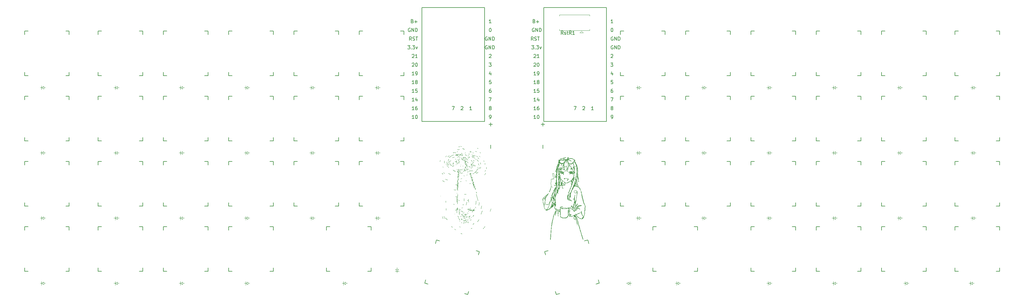
<source format=gbr>
%TF.GenerationSoftware,KiCad,Pcbnew,9.0.2+1*%
%TF.CreationDate,2025-09-15T00:12:33+02:00*%
%TF.ProjectId,first,66697273-742e-46b6-9963-61645f706362,rev?*%
%TF.SameCoordinates,Original*%
%TF.FileFunction,Legend,Top*%
%TF.FilePolarity,Positive*%
%FSLAX46Y46*%
G04 Gerber Fmt 4.6, Leading zero omitted, Abs format (unit mm)*
G04 Created by KiCad (PCBNEW 9.0.2+1) date 2025-09-15 00:12:33*
%MOMM*%
%LPD*%
G01*
G04 APERTURE LIST*
%ADD10C,0.100000*%
%ADD11C,0.080000*%
%ADD12C,0.200000*%
%ADD13C,0.150000*%
%ADD14C,0.140000*%
%ADD15C,0.120000*%
G04 APERTURE END LIST*
D10*
X174775447Y105650281D02*
X174775407Y105658953D01*
X174775287Y105667713D01*
X174775086Y105676564D01*
X174774803Y105685509D01*
X174774438Y105694553D01*
X174773988Y105703700D01*
X174773453Y105712952D01*
X174772832Y105722314D01*
X174772124Y105731791D01*
X174771327Y105741388D01*
X174770439Y105751110D01*
X174769460Y105760962D01*
X174768387Y105770950D01*
X174767218Y105781080D01*
X174765953Y105791360D01*
X174764587Y105801796D01*
X174763120Y105812396D01*
X174761549Y105823169D01*
X174759871Y105834125D01*
X174758082Y105845273D01*
X174756181Y105856625D01*
X174754163Y105868193D01*
X174752024Y105879991D01*
X174749759Y105892034D01*
X174747365Y105904340D01*
X174744835Y105916927D01*
X174742163Y105929819D01*
X174739341Y105943040D01*
X174736363Y105956619D01*
X174733217Y105970591D01*
X174729892Y105984995D01*
X174726376Y105999879D01*
X174722652Y106015302D01*
X174718699Y106031335D01*
X174714492Y106048069D01*
X174709999Y106065621D01*
X174705176Y106084148D01*
X174699962Y106103869D01*
X174694266Y106125106D01*
X174687947Y106148375D01*
X174680748Y106174596D01*
X174672108Y106205793D01*
X174661939Y106242316D01*
X174652039Y106277871D01*
X174647074Y106295760D01*
X174642109Y106313724D01*
X174637150Y106331764D01*
X174632203Y106349880D01*
X174627275Y106368073D01*
X174622372Y106386344D01*
X174617501Y106404692D01*
X174612669Y106423119D01*
X174607881Y106441626D01*
X174603145Y106460213D01*
X174600799Y106469536D01*
X174598468Y106478880D01*
X174596153Y106488244D01*
X174593855Y106497628D01*
X174591574Y106507033D01*
X174589313Y106516458D01*
X174587070Y106525904D01*
X174584849Y106535370D01*
X174582648Y106544857D01*
X174580469Y106554365D01*
X174578312Y106563894D01*
X174576180Y106573444D01*
X174574071Y106583015D01*
X174571988Y106592607D01*
X174569931Y106602220D01*
X174567900Y106611854D01*
X174565897Y106621510D01*
X174563923Y106631187D01*
X174561978Y106640886D01*
X174560063Y106650606D01*
X174558178Y106660348D01*
X174556326Y106670112D01*
X174554506Y106679897D01*
X174552719Y106689705D01*
X174550967Y106699534D01*
X174549249Y106709385D01*
X174547567Y106719258D01*
X174545922Y106729154D01*
X174544314Y106739072D01*
X174542745Y106749012D01*
X174541215Y106758974D01*
X174539724Y106768959D01*
X174538274Y106778967D01*
X174536866Y106788997D01*
X174535500Y106799050D01*
X174534177Y106809125D01*
X174532898Y106819224D01*
X174531664Y106829345D01*
X174530476Y106839490D01*
X174529334Y106849657D01*
X174529334Y106849657D02*
X174528346Y106840823D01*
X174527422Y106831838D01*
X174526562Y106822700D01*
X174525768Y106813407D01*
X174525041Y106803956D01*
X174524381Y106794347D01*
X174523790Y106784576D01*
X174523270Y106774641D01*
X174522820Y106764541D01*
X174522443Y106754273D01*
X174522140Y106743835D01*
X174521911Y106733225D01*
X174521759Y106722440D01*
X174521683Y106711479D01*
X174521687Y106700338D01*
X174521770Y106689016D01*
X174521934Y106677511D01*
X174522180Y106665819D01*
X174522511Y106653939D01*
X174522926Y106641867D01*
X174523428Y106629602D01*
X174524017Y106617141D01*
X174524696Y106604481D01*
X174525465Y106591619D01*
X174526326Y106578553D01*
X174527281Y106565279D01*
X174528330Y106551796D01*
X174529476Y106538099D01*
X174530720Y106524186D01*
X174532063Y106510053D01*
X174533508Y106495698D01*
X174535055Y106481116D01*
X174536706Y106466305D01*
X174538464Y106451259D01*
X174540329Y106435975D01*
X174542304Y106420449D01*
X174544390Y106404676D01*
X174546590Y106388651D01*
X174548905Y106372370D01*
X174551337Y106355825D01*
X174553889Y106339012D01*
X174556563Y106321922D01*
X174559361Y106304549D01*
X174562287Y106286884D01*
X174565343Y106268918D01*
X174568532Y106250640D01*
X174571857Y106232038D01*
X174575323Y106213097D01*
X174578934Y106193801D01*
X174582696Y106174131D01*
X174586613Y106154063D01*
X174590693Y106133569D01*
X174594946Y106112612D01*
X174599380Y106091150D01*
X174604011Y106069124D01*
X174608856Y106046458D01*
X174613939Y106023048D01*
X174619294Y105998744D01*
X174624975Y105973320D01*
X174631066Y105946407D01*
X174637722Y105917329D01*
X174645292Y105884581D01*
X174654122Y105846625D01*
X174661677Y105814154D01*
X174665254Y105798707D01*
X174668683Y105783810D01*
X174671954Y105769480D01*
X174675055Y105755736D01*
X174677975Y105742597D01*
X174680704Y105730079D01*
X174683231Y105718202D01*
X174684416Y105712509D01*
X174685545Y105706983D01*
X174686619Y105701626D01*
X174687635Y105696441D01*
X174688592Y105691429D01*
X174689490Y105686594D01*
X174690326Y105681936D01*
X174691099Y105677459D01*
X174691808Y105673165D01*
X174692452Y105669056D01*
X174693028Y105665135D01*
X174693537Y105661402D01*
X174693976Y105657862D01*
X174694344Y105654516D01*
X173158750Y100280000D02*
X173160310Y100274938D01*
X173161950Y100269887D01*
X173163670Y100264847D01*
X173165471Y100259817D01*
X173167352Y100254797D01*
X173169315Y100249787D01*
X173171360Y100244786D01*
X173173486Y100239793D01*
X173175696Y100234809D01*
X173177989Y100229833D01*
X173180366Y100224865D01*
X173182828Y100219904D01*
X173185375Y100214951D01*
X173188007Y100210004D01*
X173190726Y100205064D01*
X173193532Y100200130D01*
X173196426Y100195202D01*
X173199409Y100190280D01*
X173202482Y100185364D01*
X173205644Y100180452D01*
X173208898Y100175546D01*
X173212244Y100170645D01*
X173215682Y100165748D01*
X173219215Y100160855D01*
X173222842Y100155967D01*
X173226565Y100151082D01*
X173230385Y100146201D01*
X173234303Y100141324D01*
X173238320Y100136449D01*
X173242437Y100131577D01*
X173246656Y100126707D01*
X173250978Y100121840D01*
X173255404Y100116973D01*
X173259936Y100112108D01*
X173264575Y100107243D01*
X173269324Y100102377D01*
X173274185Y100097510D01*
X173279159Y100092640D01*
X173284250Y100087766D01*
X173289461Y100082886D01*
X173294795Y100077997D01*
X173300257Y100073098D01*
X173305853Y100068184D01*
X173311589Y100063250D01*
X173317474Y100058291D01*
X173323521Y100053296D01*
X173329746Y100048255D01*
X173336173Y100043148D01*
X173342839Y100037950D01*
X173349802Y100032615D01*
X173357165Y100027067D01*
X173365143Y100021146D01*
X173374320Y100014419D01*
X173378469Y100011392D01*
X173387599Y100004717D01*
X173391705Y100001680D01*
X173395482Y99998843D01*
X173398911Y99996204D01*
X173400491Y99994958D01*
X173401976Y99993762D01*
X173403367Y99992615D01*
X173404660Y99991517D01*
X173405853Y99990468D01*
X173406944Y99989467D01*
X173407931Y99988516D01*
X173408811Y99987613D01*
X173409583Y99986758D01*
X173410244Y99985951D01*
X173410793Y99985193D01*
X173411226Y99984483D01*
X173411399Y99984146D01*
X173411542Y99983821D01*
X173411655Y99983508D01*
X173411738Y99983206D01*
X173411791Y99982917D01*
X173411813Y99982640D01*
X173411805Y99982374D01*
X173411765Y99982121D01*
X173411693Y99981879D01*
X173411590Y99981649D01*
X173411454Y99981431D01*
X173411287Y99981225D01*
X173411087Y99981031D01*
X173410854Y99980848D01*
X173410587Y99980677D01*
X173410288Y99980518D01*
X173409955Y99980371D01*
X173409587Y99980236D01*
X173409186Y99980112D01*
X173408750Y99980000D01*
X173635651Y100925851D02*
X173614377Y100918318D01*
X173593479Y100910997D01*
X173572491Y100903722D01*
X173550438Y100896151D01*
X173527180Y100888220D01*
X173508886Y100881984D01*
X173491743Y100876096D01*
X173483495Y100873233D01*
X173475405Y100870396D01*
X173467430Y100867566D01*
X173459526Y100864722D01*
X173451651Y100861845D01*
X173443760Y100858914D01*
X173435812Y100855908D01*
X173427761Y100852809D01*
X173419566Y100849595D01*
X173411182Y100846247D01*
X173402567Y100842743D01*
X173393677Y100839066D01*
X173384469Y100835193D01*
X173374900Y100831105D01*
X173364926Y100826782D01*
X173354504Y100822203D01*
X173343591Y100817349D01*
X173332143Y100812199D01*
X173320118Y100806733D01*
X173307472Y100800931D01*
X173294161Y100794773D01*
X173280143Y100788239D01*
X173265374Y100781308D01*
X173249810Y100773960D01*
X173233410Y100766176D01*
X173216128Y100757934D01*
X173197923Y100749216D01*
X173178750Y100740000D01*
X173922285Y101043726D02*
X173916211Y101037347D01*
X173910339Y101031209D01*
X173904929Y101025584D01*
X173899693Y101020170D01*
X173894848Y101015189D01*
X173890156Y101010394D01*
X173885798Y101005970D01*
X173881575Y101001711D01*
X173877640Y100997771D01*
X173873823Y100993979D01*
X173870257Y100990464D01*
X173866797Y100987082D01*
X173863555Y100983941D01*
X173860407Y100980920D01*
X173857452Y100978111D01*
X173854580Y100975410D01*
X173851878Y100972896D01*
X173849252Y100970480D01*
X173846776Y100968230D01*
X173844367Y100966067D01*
X173842092Y100964052D01*
X173839877Y100962118D01*
X173837782Y100960314D01*
X173835741Y100958583D01*
X173833806Y100956969D01*
X173831921Y100955423D01*
X173830131Y100953980D01*
X173828385Y100952598D01*
X173826724Y100951310D01*
X173825103Y100950078D01*
X173823558Y100948929D01*
X173822050Y100947832D01*
X173820609Y100946809D01*
X173819202Y100945835D01*
X173817856Y100944926D01*
X173816539Y100944062D01*
X173815277Y100943258D01*
X173814041Y100942494D01*
X173812855Y100941784D01*
X173811692Y100941112D01*
X173810573Y100940488D01*
X173809476Y100939899D01*
X173808417Y100939353D01*
X173807378Y100938840D01*
X173806372Y100938366D01*
X173805385Y100937922D01*
X173804426Y100937513D01*
X173803484Y100937133D01*
X173802566Y100936784D01*
X173801664Y100936462D01*
X173800781Y100936168D01*
X173799913Y100935900D01*
X173799060Y100935658D01*
X173798220Y100935439D01*
X173797393Y100935245D01*
X173796576Y100935073D01*
X173795768Y100934924D01*
X173794969Y100934796D01*
X173793389Y100934602D01*
X173791824Y100934490D01*
X173790262Y100934457D01*
X173788690Y100934501D01*
X173787092Y100934625D01*
X173785448Y100934831D01*
X173783734Y100935125D01*
X173781915Y100935515D01*
X173779939Y100936018D01*
X173777718Y100936661D01*
X173775069Y100937506D01*
X173771268Y100938792D01*
X173767290Y100940139D01*
X173765197Y100940821D01*
X173763024Y100941498D01*
X173760761Y100942162D01*
X173758402Y100942805D01*
X173755937Y100943418D01*
X173753358Y100943995D01*
X173750657Y100944526D01*
X173749258Y100944772D01*
X173747825Y100945004D01*
X173746358Y100945221D01*
X173744855Y100945422D01*
X173743315Y100945605D01*
X173741737Y100945769D01*
X173740121Y100945915D01*
X173738464Y100946040D01*
X173736767Y100946144D01*
X173735027Y100946226D01*
X173733245Y100946284D01*
X173731418Y100946318D01*
X173729546Y100946327D01*
X173727629Y100946309D01*
X173725664Y100946264D01*
X173723650Y100946191D01*
X173721588Y100946088D01*
X173719475Y100945955D01*
X173717310Y100945791D01*
X173715094Y100945594D01*
X173712824Y100945364D01*
X173710499Y100945100D01*
X173708119Y100944800D01*
X173705682Y100944464D01*
X173703188Y100944091D01*
X173700635Y100943679D01*
X173698022Y100943228D01*
X173695348Y100942737D01*
X173692613Y100942204D01*
X173689815Y100941629D01*
X173686953Y100941011D01*
X173684026Y100940348D01*
X173681033Y100939640D01*
X173677973Y100938886D01*
X173674845Y100938084D01*
X173671649Y100937233D01*
X173668382Y100936334D01*
X173665043Y100935384D01*
X173661633Y100934383D01*
X173658149Y100933329D01*
X173654591Y100932222D01*
X173650958Y100931061D01*
X173647248Y100929844D01*
X173643461Y100928571D01*
X173639596Y100927240D01*
X173635651Y100925851D01*
X172449882Y102785387D02*
X172447075Y102790707D01*
X172444254Y102796225D01*
X172441420Y102801947D01*
X172438571Y102807876D01*
X172435710Y102814017D01*
X172432837Y102820372D01*
X172429953Y102826947D01*
X172427059Y102833745D01*
X172424155Y102840769D01*
X172421242Y102848024D01*
X172418322Y102855513D01*
X172415395Y102863239D01*
X172412462Y102871206D01*
X172409525Y102879416D01*
X172406585Y102887873D01*
X172403642Y102896580D01*
X172400699Y102905539D01*
X172397756Y102914752D01*
X172394816Y102924221D01*
X172391879Y102933949D01*
X172388946Y102943937D01*
X172386021Y102954186D01*
X172383104Y102964696D01*
X172380197Y102975469D01*
X172377302Y102986504D01*
X172374421Y102997801D01*
X172371555Y103009358D01*
X172368708Y103021176D01*
X172365881Y103033251D01*
X172363075Y103045582D01*
X172360295Y103058165D01*
X172357541Y103070996D01*
X172354817Y103084071D01*
X172352124Y103097384D01*
X172349465Y103110931D01*
X172346844Y103124703D01*
X172344262Y103138694D01*
X172341722Y103152895D01*
X172339228Y103167297D01*
X172336782Y103181889D01*
X172334386Y103196660D01*
X172332044Y103211598D01*
X172329759Y103226689D01*
X172327533Y103241920D01*
X172325370Y103257276D01*
X172323272Y103272740D01*
X172321242Y103288295D01*
X172319282Y103303923D01*
X172317396Y103319605D01*
X172315587Y103335322D01*
X172313856Y103351054D01*
X172312206Y103366778D01*
X172310638Y103382474D01*
X172309157Y103398119D01*
X172308448Y103405918D01*
X172307762Y103413691D01*
X172307097Y103421443D01*
X172306455Y103429167D01*
X172305836Y103436862D01*
X172305239Y103444525D01*
X172304665Y103452150D01*
X172304113Y103459741D01*
X172303585Y103467286D01*
X172303080Y103474794D01*
X172302598Y103482247D01*
X172302139Y103489661D01*
X172301704Y103497011D01*
X172301292Y103504320D01*
X172300903Y103511558D01*
X172300537Y103518751D01*
X172300195Y103525866D01*
X172299875Y103532934D01*
X172299579Y103539915D01*
X172299305Y103546849D01*
X172299055Y103553689D01*
X172298827Y103560478D01*
X172298622Y103567168D01*
X172298439Y103573805D01*
X172298279Y103580337D01*
X172298140Y103586815D01*
X172298023Y103593181D01*
X172297928Y103599492D01*
X172297855Y103605687D01*
X172297802Y103611825D01*
X172297770Y103617843D01*
X172297759Y103623802D01*
X172297768Y103629637D01*
X172297797Y103635414D01*
X172297845Y103641063D01*
X172297913Y103646652D01*
X172298000Y103652111D01*
X172298105Y103657510D01*
X172298229Y103662777D01*
X172298370Y103667984D01*
X172298529Y103673057D01*
X172298705Y103678069D01*
X172298897Y103682947D01*
X172299107Y103687764D01*
X172299330Y103692446D01*
X172299572Y103697068D01*
X172299826Y103701555D01*
X172300097Y103705982D01*
X172300380Y103710275D01*
X172300679Y103714508D01*
X172300989Y103718608D01*
X172301314Y103722649D01*
X172301650Y103726558D01*
X172302000Y103730409D01*
X172302359Y103734130D01*
X172302732Y103737794D01*
X172303113Y103741330D01*
X172303508Y103744810D01*
X172303909Y103748165D01*
X172304324Y103751463D01*
X172304743Y103754641D01*
X172305176Y103757763D01*
X172305613Y103760767D01*
X172306062Y103763717D01*
X172306514Y103766552D01*
X172306978Y103769335D01*
X172307444Y103772005D01*
X172307921Y103774625D01*
X172308399Y103777137D01*
X172308889Y103779598D01*
X172309378Y103781956D01*
X172309877Y103784265D01*
X172310376Y103786474D01*
X172310884Y103788635D01*
X172311391Y103790701D01*
X172311907Y103792721D01*
X172312421Y103794648D01*
X172312943Y103796532D01*
X172313462Y103798327D01*
X172313990Y103800079D01*
X172314513Y103801747D01*
X172315045Y103803375D01*
X172315571Y103804922D01*
X172316106Y103806429D01*
X172316635Y103807861D01*
X172317171Y103809254D01*
X172317217Y103809370D01*
X172317217Y103809370D02*
X172247323Y103708439D01*
X166068750Y112380000D02*
X166068760Y112384697D01*
X166068790Y112389342D01*
X166068839Y112393918D01*
X166068908Y112398444D01*
X166068996Y112402901D01*
X166069102Y112407310D01*
X166069227Y112411650D01*
X166069371Y112415943D01*
X166069532Y112420170D01*
X166069712Y112424349D01*
X166069908Y112428463D01*
X166070123Y112432531D01*
X166070354Y112436535D01*
X166070602Y112440493D01*
X166070867Y112444389D01*
X166071148Y112448240D01*
X166071445Y112452029D01*
X166071759Y112455775D01*
X166072087Y112459460D01*
X166072432Y112463103D01*
X166072791Y112466686D01*
X166073166Y112470227D01*
X166073555Y112473710D01*
X166073959Y112477152D01*
X166074377Y112480536D01*
X166074810Y112483880D01*
X166075256Y112487169D01*
X166075716Y112490418D01*
X166076189Y112493612D01*
X166076677Y112496767D01*
X166077176Y112499868D01*
X166077689Y112502932D01*
X166078214Y112505943D01*
X166078753Y112508916D01*
X166079302Y112511839D01*
X166079865Y112514724D01*
X166080438Y112517560D01*
X166081025Y112520359D01*
X166081622Y112523110D01*
X166082231Y112525825D01*
X166082850Y112528492D01*
X166083482Y112531124D01*
X166084123Y112533710D01*
X166084776Y112536262D01*
X166085438Y112538768D01*
X166086111Y112541241D01*
X166086794Y112543669D01*
X166087487Y112546064D01*
X166088189Y112548417D01*
X166088903Y112550736D01*
X166089624Y112553014D01*
X166090356Y112555260D01*
X166091095Y112557465D01*
X166091845Y112559639D01*
X166092603Y112561773D01*
X166093371Y112563876D01*
X166094146Y112565940D01*
X166094931Y112567974D01*
X166095722Y112569971D01*
X166096524Y112571938D01*
X166097332Y112573868D01*
X166098149Y112575769D01*
X166098973Y112577634D01*
X166099806Y112579471D01*
X166100645Y112581273D01*
X166101493Y112583047D01*
X166102347Y112584788D01*
X166103210Y112586501D01*
X166104079Y112588181D01*
X166104956Y112589834D01*
X166105839Y112591455D01*
X166106730Y112593050D01*
X166107627Y112594614D01*
X166108532Y112596152D01*
X166109442Y112597660D01*
X166110360Y112599142D01*
X166111284Y112600595D01*
X166112215Y112602023D01*
X166113152Y112603423D01*
X166114096Y112604798D01*
X166115045Y112606146D01*
X166116002Y112607469D01*
X166116964Y112608766D01*
X166117933Y112610039D01*
X166118908Y112611286D01*
X166119889Y112612510D01*
X166120877Y112613709D01*
X166121870Y112614884D01*
X166122870Y112616035D01*
X166123876Y112617164D01*
X166124888Y112618269D01*
X166125906Y112619351D01*
X166126930Y112620411D01*
X166127960Y112621449D01*
X166128997Y112622464D01*
X166130040Y112623458D01*
X166131089Y112624430D01*
X166132144Y112625380D01*
X166133205Y112626310D01*
X166134273Y112627218D01*
X166135347Y112628106D01*
X166136427Y112628973D01*
X166137514Y112629820D01*
X166138607Y112630646D01*
X166139708Y112631453D01*
X166140813Y112632239D01*
X166143046Y112633754D01*
X166145307Y112635190D01*
X166147595Y112636551D01*
X166149912Y112637836D01*
X166152258Y112639047D01*
X166154634Y112640183D01*
X166157042Y112641247D01*
X166159482Y112642237D01*
X166161955Y112643155D01*
X166164462Y112644001D01*
X166167004Y112644775D01*
X166169583Y112645477D01*
X166172199Y112646107D01*
X166174854Y112646664D01*
X166177549Y112647148D01*
X166180285Y112647558D01*
X166183064Y112647895D01*
X166185886Y112648156D01*
X166188753Y112648342D01*
X166191667Y112648451D01*
X166194628Y112648482D01*
X166197639Y112648434D01*
X166200699Y112648306D01*
X166203811Y112648096D01*
X166206976Y112647802D01*
X166210195Y112647424D01*
X166213469Y112646959D01*
X166216800Y112646405D01*
X166220188Y112645762D01*
X166223635Y112645026D01*
X166227142Y112644196D01*
X166230710Y112643270D01*
X166234340Y112642246D01*
X166238032Y112641122D01*
X166241788Y112639895D01*
X166245609Y112638564D01*
X166249495Y112637126D01*
X166253446Y112635580D01*
X166257463Y112633922D01*
X166261546Y112632152D01*
X166265695Y112630266D01*
X166269911Y112628264D01*
X166274193Y112626143D01*
X166278540Y112623901D01*
X166282952Y112621537D01*
X166287427Y112619049D01*
X166291964Y112616437D01*
X166296562Y112613700D01*
X166301217Y112610837D01*
X166305927Y112607848D01*
X166310689Y112604734D01*
X166315496Y112601496D01*
X166320346Y112598136D01*
X166325229Y112594658D01*
X166330138Y112591067D01*
X166335064Y112587368D01*
X166339992Y112583571D01*
X166344908Y112579687D01*
X166349790Y112575733D01*
X166354613Y112571730D01*
X166359340Y112567710D01*
X166363923Y112563718D01*
X166368289Y112559819D01*
X166372326Y112556123D01*
X166375830Y112552831D01*
X166378750Y112550000D01*
X165628750Y108830000D02*
X165628276Y108821874D01*
X165627784Y108813786D01*
X165627274Y108805739D01*
X165626747Y108797730D01*
X165626202Y108789762D01*
X165625640Y108781833D01*
X165625061Y108773946D01*
X165624465Y108766098D01*
X165623853Y108758292D01*
X165623223Y108750526D01*
X165622577Y108742802D01*
X165621913Y108735118D01*
X165621234Y108727477D01*
X165620538Y108719876D01*
X165619826Y108712320D01*
X165619098Y108704802D01*
X165618355Y108697330D01*
X165617595Y108689898D01*
X165616819Y108682512D01*
X165616028Y108675165D01*
X165615222Y108667864D01*
X165614400Y108660604D01*
X165613563Y108653390D01*
X165612711Y108646217D01*
X165611844Y108639091D01*
X165610962Y108632005D01*
X165610066Y108624968D01*
X165609155Y108617970D01*
X165608230Y108611022D01*
X165607291Y108604114D01*
X165606338Y108597255D01*
X165605370Y108590437D01*
X165604390Y108583668D01*
X165603395Y108576940D01*
X165602387Y108570263D01*
X165601365Y108563626D01*
X165600331Y108557040D01*
X165599283Y108550494D01*
X165598223Y108544001D01*
X165597150Y108537547D01*
X165596065Y108531146D01*
X165594966Y108524785D01*
X165593856Y108518478D01*
X165592734Y108512210D01*
X165591600Y108505996D01*
X165590453Y108499822D01*
X165589297Y108493702D01*
X165588127Y108487622D01*
X165586948Y108481596D01*
X165585756Y108475611D01*
X165584554Y108469680D01*
X165583340Y108463789D01*
X165582118Y108457954D01*
X165580883Y108452158D01*
X165579640Y108446418D01*
X165578384Y108440718D01*
X165577121Y108435074D01*
X165575846Y108429470D01*
X165574564Y108423922D01*
X165573270Y108418413D01*
X165571969Y108412962D01*
X165570656Y108407549D01*
X165569337Y108402194D01*
X165568007Y108396878D01*
X165566671Y108391619D01*
X165565324Y108386399D01*
X165563971Y108381237D01*
X165562608Y108376114D01*
X165561240Y108371048D01*
X165559861Y108366022D01*
X165558478Y108361053D01*
X165557084Y108356123D01*
X165555686Y108351250D01*
X165554278Y108346417D01*
X165552867Y108341641D01*
X165551446Y108336903D01*
X165550021Y108332224D01*
X165548587Y108327582D01*
X165547150Y108322999D01*
X165545704Y108318454D01*
X165544256Y108313966D01*
X165542798Y108309517D01*
X165541339Y108305125D01*
X165539871Y108300771D01*
X165538401Y108296475D01*
X165536923Y108292216D01*
X165535444Y108288015D01*
X165533957Y108283851D01*
X165532469Y108279744D01*
X165530973Y108275675D01*
X165529477Y108271662D01*
X165527973Y108267687D01*
X165526470Y108263768D01*
X165524959Y108259886D01*
X165523448Y108256060D01*
X165521931Y108252271D01*
X165520414Y108248538D01*
X165518891Y108244841D01*
X165517369Y108241201D01*
X165515840Y108237596D01*
X165514313Y108234046D01*
X165512779Y108230532D01*
X165511248Y108227074D01*
X165509710Y108223650D01*
X165508176Y108220281D01*
X165506635Y108216947D01*
X165505097Y108213668D01*
X165503553Y108210423D01*
X165502013Y108207232D01*
X165500466Y108204075D01*
X165498924Y108200971D01*
X165497377Y108197902D01*
X165495833Y108194885D01*
X165494284Y108191902D01*
X165492740Y108188971D01*
X165491191Y108186073D01*
X165489646Y108183227D01*
X165488097Y108180413D01*
X165486553Y108177651D01*
X165485004Y108174922D01*
X165483460Y108172242D01*
X165481912Y108169595D01*
X165480370Y108166998D01*
X165478824Y108164432D01*
X165477284Y108161916D01*
X165475739Y108159430D01*
X165474201Y108156994D01*
X165472659Y108154588D01*
X165471124Y108152230D01*
X165469584Y108149902D01*
X165468052Y108147621D01*
X165466516Y108145371D01*
X165464987Y108143167D01*
X165463454Y108140992D01*
X165461929Y108138864D01*
X165460401Y108136764D01*
X165458880Y108134709D01*
X165457356Y108132683D01*
X165455839Y108130702D01*
X165454320Y108128748D01*
X165454064Y108128423D01*
X167268750Y110090000D02*
X167308750Y109040000D01*
X167188750Y110620000D02*
X167268750Y110090000D01*
X167438750Y112090000D02*
X167188750Y110620000D01*
X167378750Y112240000D02*
X167438750Y112090000D01*
X167338750Y112360000D02*
X167378750Y112240000D01*
X167108750Y112370000D02*
X167338750Y112360000D01*
X166718750Y111300000D02*
X167108750Y112370000D01*
X166378750Y112550000D02*
X166718750Y111300000D01*
X166432994Y110947965D02*
X166068750Y112380000D01*
X166238750Y111100000D02*
X166432994Y110947965D01*
X166018750Y111020000D02*
X166238750Y111100000D01*
X166018750Y110970000D02*
X166118750Y110900000D01*
X165918750Y111060000D02*
X166018750Y110970000D01*
X165658750Y110930000D02*
X165918750Y111060000D01*
X165688750Y110540000D02*
X165658750Y110930000D01*
X165618750Y110080000D02*
X165688750Y110540000D01*
X165628750Y108830000D02*
X165608750Y110030000D01*
X166068750Y108570000D02*
X165628750Y108830000D01*
D11*
X170584339Y104973192D02*
X170584330Y104973196D01*
X172899265Y101877973D02*
X172899268Y101877969D01*
X164099214Y105674861D02*
X163784758Y105354161D01*
X164057114Y105700605D02*
X164057125Y105700628D01*
X164019755Y105519366D02*
X164019725Y105519340D01*
X167976563Y111218630D02*
X168226375Y111235244D01*
X167960858Y111350229D02*
X167960862Y111350229D01*
X167924895Y111148337D02*
X167976563Y111218630D01*
X167879686Y110981019D02*
X167879677Y110981023D01*
X167811122Y111242317D02*
X167924895Y111148337D01*
X167236813Y111347422D02*
X167231882Y111297771D01*
X167238424Y111363294D02*
X167238527Y111360427D01*
X172356615Y116565585D02*
X172356615Y116565592D01*
X172570076Y116406013D02*
X172570076Y116406000D01*
X172567619Y116505487D02*
X172567624Y116505487D01*
X170627862Y106161011D02*
X170627868Y106161014D01*
X170514444Y106329758D02*
X170623114Y106162083D01*
X170412943Y105302999D02*
X170412955Y105302993D01*
X170781282Y106658887D02*
X170514444Y106329758D01*
X171220463Y106899815D02*
X170781282Y106658887D01*
X171392563Y105638767D02*
X171336195Y105669069D01*
X171397849Y105631068D02*
X171398103Y105631255D01*
X171407697Y105620307D02*
X171397303Y105630187D01*
X171563460Y107436527D02*
X171220463Y106899815D01*
X171410670Y106976038D02*
X171410670Y106976050D01*
X165449468Y108136931D02*
X165448582Y108138570D01*
X165142211Y107274724D02*
X165142203Y107274723D01*
X165139432Y107300221D02*
X165139586Y107295181D01*
X173309335Y112884477D02*
X173309341Y112884477D01*
X172034881Y112558193D02*
X172030326Y112544067D01*
X171494785Y112675363D02*
X171494800Y112675359D01*
X171484602Y112794941D02*
X171468257Y112698252D01*
X171593478Y112942364D02*
X171484602Y112794941D01*
X171545465Y112993004D02*
X171593478Y112942364D01*
X171404099Y112931555D02*
X171404085Y112931594D01*
X169061232Y112678399D02*
X168364280Y113130373D01*
X169188554Y112884698D02*
X169061232Y112678399D01*
X168750864Y112698106D02*
X168750857Y112698105D01*
X168801433Y112718362D02*
X168801438Y112718352D01*
X169005677Y112551136D02*
X169005671Y112551127D01*
X169831730Y113499700D02*
X169188554Y112884698D01*
X169940566Y113324373D02*
X169940572Y113324373D01*
X172372327Y114517853D02*
X173070333Y114851763D01*
X172370876Y114520957D02*
X172370867Y114520957D01*
X172376413Y114491630D02*
X172372327Y114517853D01*
X172375705Y114493157D02*
X172375692Y114493156D01*
X171599831Y114027575D02*
X172376413Y114491630D01*
X171487013Y114366492D02*
X171487027Y114366502D01*
X171497078Y113952722D02*
X171599831Y114027575D01*
X171256124Y113993308D02*
X171497078Y113952722D01*
X169429031Y114545099D02*
X170114835Y114661593D01*
X168768564Y114454670D02*
X169429031Y114545099D01*
X168782220Y114468804D02*
X168782228Y114468809D01*
X163614333Y103359663D02*
X163614337Y103359663D01*
X163578610Y103429562D02*
X163578598Y103429568D01*
X164417363Y102196107D02*
X164193737Y101892499D01*
X164378818Y102071395D02*
X164378798Y102071390D01*
X165910319Y103293282D02*
X165879459Y103023933D01*
X165911405Y103290803D02*
X165911411Y103290795D01*
X166146957Y103967474D02*
X165910319Y103293282D01*
X165959402Y104235797D02*
X165959385Y104235796D01*
X165988669Y104215704D02*
X165988682Y104215705D01*
X166804172Y103561670D02*
X166146957Y103967474D01*
X166684947Y103779565D02*
X166804172Y103561670D01*
X166963706Y103816627D02*
X166684947Y103779565D01*
X166868885Y104421147D02*
X166963706Y103816627D01*
X166643576Y105037413D02*
X166868885Y104421147D01*
X166426823Y105295681D02*
X166161961Y105439687D01*
X166271420Y105321641D02*
X166271408Y105321638D01*
X166305594Y105471249D02*
X166305594Y105471255D01*
X166594642Y105086179D02*
X166426823Y105295681D01*
X166381076Y104850869D02*
X166381058Y104850864D01*
X170318264Y102397799D02*
X170318267Y102397790D01*
X170414114Y102419207D02*
X170329246Y102404085D01*
X170410748Y102412825D02*
X170410774Y102412788D01*
X171074558Y102568095D02*
X170414114Y102419207D01*
X170640678Y102140776D02*
X170640643Y102140778D01*
X171627793Y103032432D02*
X171074558Y102568095D01*
X171938007Y102686322D02*
X171627793Y103032432D01*
X171936791Y102561570D02*
X171936797Y102561568D01*
X171915417Y102598328D02*
X171915410Y102598330D01*
X172369914Y102785387D02*
X171938007Y102686322D01*
X172424194Y101631440D02*
X172424202Y101631437D01*
X172015461Y102971917D02*
X172015456Y102971917D01*
X173459631Y102432197D02*
X173459632Y102432203D01*
X174052643Y102188715D02*
X174052641Y102188711D01*
X173041343Y102472486D02*
X173041327Y102472496D01*
X173627162Y102874542D02*
X173627155Y102874554D01*
X173020536Y103374917D02*
X173020510Y103374878D01*
X172209046Y103526628D02*
X172189765Y103532147D01*
X172630444Y101657983D02*
X172630444Y101657961D01*
X172606541Y100490198D02*
X172606542Y100490193D01*
X172795190Y99673888D02*
X172481634Y100270266D01*
X172809207Y99754259D02*
X172807572Y99756904D01*
X172856620Y99396431D02*
X172851073Y99412499D01*
X173286422Y97553336D02*
X173286416Y97553335D01*
X172784652Y99501993D02*
X172781907Y99486198D01*
X170982083Y100739854D02*
X170982084Y100739855D01*
X170930745Y101933794D02*
X170930750Y101933791D01*
X170851341Y101939647D02*
X170851554Y101911554D01*
X170862010Y101564517D02*
X170862004Y101564523D01*
X170843943Y100723570D02*
X170843951Y100723558D01*
X170837839Y101936409D02*
X170837024Y101911444D01*
X170752805Y101910858D02*
X170762829Y101914890D01*
X170655993Y101867785D02*
X170655982Y101867779D01*
X170877133Y100752796D02*
X170877144Y100752795D01*
X171303814Y100498456D02*
X170982278Y100736104D01*
X171199881Y100513389D02*
X171211370Y100508662D01*
X171174231Y100538903D02*
X171174223Y100538915D01*
X171444324Y100554068D02*
X171444338Y100554062D01*
X171287792Y100477219D02*
X171303814Y100498456D01*
X171116128Y100672022D02*
X171116129Y100672032D01*
X171199839Y100467416D02*
X171174122Y100123600D01*
X171648551Y100110098D02*
X171632825Y100110301D01*
X172755791Y100415482D02*
X172755805Y100415490D01*
X172867103Y100048961D02*
X172867130Y100048976D01*
X172802883Y100035513D02*
X172802876Y100035515D01*
X172705752Y99975275D02*
X172705749Y99975279D01*
X172562827Y100102810D02*
X172562833Y100102824D01*
X172520643Y99984569D02*
X172517234Y99985707D01*
X172681566Y99297864D02*
X172681606Y99297850D01*
X172341239Y100333769D02*
X172341885Y100330477D01*
X174164172Y99473286D02*
X174187244Y99462388D01*
X173224589Y111772847D02*
X173224595Y111772842D01*
X172174151Y111423927D02*
X172934036Y111508638D01*
X172269316Y109048080D02*
X172099619Y108347852D01*
X172232060Y109068629D02*
X172232062Y109068633D01*
X172379054Y109232726D02*
X172269316Y109048080D01*
X172544483Y109380342D02*
X172379054Y109232726D01*
X172813637Y109818647D02*
X172544483Y109380342D01*
X172893214Y109612903D02*
X172893214Y109612907D01*
X172605174Y110373159D02*
X172813637Y109818647D01*
X172112243Y108477577D02*
X172112194Y108477565D01*
X173009237Y110770120D02*
X172605174Y110373159D01*
X173325509Y109290140D02*
X173325515Y109290141D01*
X172969777Y110740125D02*
X172969777Y110740131D01*
X172927771Y111013537D02*
X173009237Y110770120D01*
X172944362Y111151310D02*
X172944365Y111151318D01*
X172993366Y110768726D02*
X172993368Y110768719D01*
X172804607Y110987125D02*
X172927771Y111013537D01*
X172300896Y108705334D02*
X172300869Y108705332D01*
X172057813Y111149975D02*
X172804607Y110987125D01*
X172019629Y111010098D02*
X172019600Y111010046D01*
X172052088Y111145249D02*
X172052087Y111145249D01*
X172174151Y111423927D02*
X172057813Y111149975D01*
X172158664Y111484183D02*
X172177736Y111464625D01*
X172100667Y112644747D02*
X172100674Y112644747D01*
X171814463Y113003661D02*
X171814473Y113003679D01*
X171125443Y112448636D02*
X171125447Y112448628D01*
X172279722Y114842469D02*
X172279760Y114842491D01*
X172296977Y114811513D02*
X172291789Y114821574D01*
X167588744Y115170427D02*
X167498902Y114792842D01*
X170582550Y117202749D02*
X170582552Y117202729D01*
X170688434Y116591247D02*
X170528165Y117154167D01*
X171522919Y116220481D02*
X171523834Y116222865D01*
X170888117Y116546309D02*
X170908656Y116540979D01*
X170632947Y116637259D02*
X170688434Y116591247D01*
X171408238Y116962933D02*
X171408238Y116962938D01*
X170389434Y116776152D02*
X170632947Y116637259D01*
X170681985Y116970859D02*
X170682000Y116970833D01*
X170391756Y116804971D02*
X170391749Y116804973D01*
X169988344Y116524737D02*
X170389434Y116776152D01*
X170196136Y116304857D02*
X170196123Y116304857D01*
X170188776Y116397143D02*
X170188788Y116397136D01*
X169832452Y116541394D02*
X169988344Y116524737D01*
X168888824Y116447858D02*
X169832452Y116541394D01*
X168073703Y116438130D02*
X168888824Y116447858D01*
X167895872Y116428721D02*
X167895866Y116428722D01*
X168139525Y116120671D02*
X168073703Y116438130D01*
X167917515Y116147410D02*
X168139525Y116120671D01*
X167916201Y116151539D02*
X167916194Y116151539D01*
X167891938Y115860500D02*
X167917515Y116147410D01*
X167892555Y116394040D02*
X167892554Y116394048D01*
X167992597Y115649690D02*
X167891938Y115860500D01*
X167849000Y115269280D02*
X167992597Y115649690D01*
X167672894Y115378711D02*
X167849000Y115269280D01*
X168557789Y116845748D02*
X168606904Y116869888D01*
X168967133Y115496982D02*
X168980974Y115498750D01*
X168687485Y116942651D02*
X168687474Y116942679D01*
X169740727Y117275802D02*
X169691964Y117267999D01*
X169059500Y117013703D02*
X169059495Y117013716D01*
X172034217Y115641002D02*
X172034025Y115638719D01*
X172144521Y115393012D02*
X172146741Y115385890D01*
X172110834Y115475236D02*
X172110840Y115475239D01*
X172179025Y115187955D02*
X172179442Y115187294D01*
X171551451Y115402163D02*
X171551452Y115402145D01*
X171049047Y114738627D02*
X171049043Y114738627D01*
X170113241Y116186902D02*
X170113245Y116186901D01*
X170016266Y116331383D02*
X170025513Y116323693D01*
X169579290Y115736669D02*
X169581736Y115741662D01*
X169246773Y113852351D02*
X169246765Y113852367D01*
X169044128Y115435334D02*
X169062400Y115436742D01*
X168812132Y115394641D02*
X168816447Y115397370D01*
X168660720Y109938865D02*
X169328549Y109640331D01*
X168559914Y109595552D02*
X168660720Y109938865D01*
X168816551Y109219120D02*
X168559914Y109595552D01*
X169334399Y109192508D02*
X169334400Y109192493D01*
X168402434Y109120147D02*
X168816551Y109219120D01*
X168512614Y109120141D02*
X168512614Y109120147D01*
X168061979Y109000996D02*
X168402434Y109120147D01*
X168019337Y108918987D02*
X168061979Y109000996D01*
X167963881Y108992963D02*
X167963880Y108992971D01*
X168103244Y108679144D02*
X168019337Y108918987D01*
X167894434Y108246387D02*
X168103244Y108679144D01*
X167938445Y108114480D02*
X167938391Y108114462D01*
X167201014Y109912627D02*
X166964757Y109762767D01*
X167193438Y110026087D02*
X167201014Y109912627D01*
X166274346Y106946537D02*
X166274390Y106946522D01*
X163801996Y105372560D02*
X163801986Y105372564D01*
X163857009Y105310510D02*
X163857009Y105310500D01*
X165916516Y105644510D02*
X165916527Y105644497D01*
X166069019Y103160123D02*
X166069020Y103160115D01*
X166005651Y103309700D02*
X166005652Y103309691D01*
X165785766Y105310006D02*
X165785772Y105310008D01*
X165427844Y102575399D02*
X165427838Y102575404D01*
X165457393Y102560323D02*
X165457396Y102560321D01*
X166176191Y103014084D02*
X166176236Y103014071D01*
X166221501Y102957627D02*
X166221508Y102957625D01*
X166745157Y103816287D02*
X166745157Y103816292D01*
X166625849Y103546486D02*
X166625836Y103546488D01*
X167076605Y102127239D02*
X167076616Y102127233D01*
X166274414Y99976169D02*
X166274414Y99976147D01*
X166998964Y101515230D02*
X166998981Y101515213D01*
X167417414Y101923798D02*
X167417405Y101923798D01*
X167731026Y100185136D02*
X167731005Y100185134D01*
X167815957Y101751049D02*
X167815954Y101751077D01*
X168055837Y101618607D02*
X168055841Y101618610D01*
X167293382Y102141828D02*
X167293371Y102141833D01*
X167473099Y107070380D02*
X167463846Y107071959D01*
X167517225Y107031977D02*
X167529165Y107036758D01*
X167515386Y107036137D02*
X167526880Y107041715D01*
X167397454Y107831201D02*
X167397483Y107831204D01*
X166826418Y105667549D02*
X166826384Y105667541D01*
X167055363Y107810824D02*
X167055381Y107810827D01*
X167036935Y108320941D02*
X167036918Y108320954D01*
X167237863Y111780836D02*
X167237888Y111780826D01*
X167226692Y111168054D02*
X167226705Y111168053D01*
X167317918Y110006173D02*
X167193438Y110026087D01*
X167319787Y109993036D02*
X167319756Y109996840D01*
X168097362Y108543866D02*
X168097376Y108543867D01*
X167823001Y108345140D02*
X167822999Y108345148D01*
X169096969Y108267690D02*
X169096950Y108267668D01*
X169017451Y109138321D02*
X169017450Y109138327D01*
X171203368Y108147188D02*
X171203381Y108147183D01*
X170713644Y106930239D02*
X170713638Y106930241D01*
X170714179Y106857850D02*
X170714132Y106857843D01*
X172146353Y111437443D02*
X172174151Y111423927D01*
X167793431Y110134760D02*
X167731915Y110137533D01*
X167767213Y110108845D02*
X167767206Y110108844D01*
X168099680Y109952668D02*
X167814547Y110128320D01*
X168212736Y111091000D02*
X168212728Y111091001D01*
X168201045Y109927364D02*
X168099680Y109952668D01*
X168196567Y109889973D02*
X168201045Y109927364D01*
X168191487Y109854413D02*
X168196567Y109889973D01*
X168186407Y109818853D02*
X168191487Y109854413D01*
X168184957Y109821957D02*
X168184947Y109821957D01*
X168181327Y109788373D02*
X168186407Y109818853D01*
X168176247Y109757893D02*
X168181327Y109788373D01*
X168170173Y109726590D02*
X168176247Y109757893D01*
X168166087Y109696933D02*
X168170173Y109726590D01*
X168161007Y109666453D02*
X168166087Y109696933D01*
X168159557Y109669557D02*
X168159547Y109669557D01*
X168155927Y109641053D02*
X168161007Y109666453D01*
X168154476Y109644157D02*
X168154467Y109644157D01*
X168149853Y109614830D02*
X168155927Y109641053D01*
X168145767Y109585173D02*
X168149853Y109614830D01*
X168140687Y109559773D02*
X168145767Y109585173D01*
X168135607Y109534373D02*
X168140687Y109559773D01*
X168124637Y109487691D02*
X168135607Y109534373D01*
X168132297Y109522869D02*
X168132314Y109522868D01*
X168123917Y109489520D02*
X168123912Y109489520D01*
X168120367Y109463253D02*
X168124637Y109487691D01*
X168115287Y109437853D02*
X168120367Y109463253D01*
X168109213Y109416710D02*
X168115287Y109437853D01*
X168104133Y109391310D02*
X168109213Y109416710D01*
X168103421Y109392934D02*
X168103404Y109392933D01*
X168099053Y109370990D02*
X168104133Y109391310D01*
X168098335Y109372550D02*
X168098329Y109372550D01*
X168090333Y109324312D02*
X168099053Y109370990D01*
X168736076Y109467520D02*
X168736113Y109467509D01*
X168778448Y109917924D02*
X168778445Y109917938D01*
X168798795Y110112130D02*
X168798782Y110112131D01*
X168196812Y109999862D02*
X168196805Y109999863D01*
X168224445Y110178494D02*
X168224449Y110178494D01*
X168096766Y109349753D02*
X168096772Y109349752D01*
X172369914Y102785387D02*
X172369945Y102751085D01*
X172409898Y102785387D02*
X172369914Y102785387D01*
X172449882Y102785387D02*
X172409898Y102785387D01*
X172453019Y102756177D02*
X172449882Y102785387D01*
X172473866Y102526946D02*
X172453019Y102756177D01*
X172487162Y102297806D02*
X172473866Y102526946D01*
X172490844Y102147211D02*
X172487162Y102297806D01*
X172490844Y102147211D02*
G75*
G02*
X172486502Y101949551I-1557630J-64664D01*
G01*
X172476477Y101863156D02*
X172486506Y101949551D01*
X172460469Y101769725D02*
X172476477Y101863156D01*
X172445527Y101701801D02*
X172460469Y101769725D01*
X172445527Y101701801D02*
G75*
G02*
X172424194Y101631440I-356413J69646D01*
G01*
X172417109Y101614447D02*
X172424202Y101631437D01*
X172411302Y101634830D02*
X172417109Y101614447D01*
X172411302Y101634830D02*
G75*
G02*
X172407240Y101653851I139412J39717D01*
G01*
X172407243Y101653851D02*
G75*
G02*
X172405777Y101673206I140771J20396D01*
G01*
X172405784Y101673206D02*
G75*
G02*
X172406928Y101694409I174130J1241D01*
G01*
X172410723Y101719164D02*
X172406927Y101694409D01*
X172418939Y101766964D02*
X172410723Y101719164D01*
X172427853Y101829340D02*
X172418939Y101766964D01*
X172435997Y101894617D02*
X172427853Y101829340D01*
X172441912Y101952267D02*
X172435997Y101894617D01*
X172446992Y102047510D02*
X172441912Y101952267D01*
X172448279Y102202981D02*
X172446992Y102047510D01*
X172447005Y102343174D02*
X172448279Y102202981D01*
X172441538Y102439336D02*
G75*
G02*
X172447008Y102343174I-853524J-96789D01*
G01*
X172434332Y102489751D02*
X172441538Y102439336D01*
X172423960Y102541701D02*
X172434332Y102489751D01*
X172412711Y102588777D02*
X172423960Y102541701D01*
X172405908Y102596436D02*
G75*
G02*
X172412712Y102588777I-3194J-9689D01*
G01*
X172405908Y102596436D02*
G75*
G02*
X172403800Y102597627I2006J6011D01*
G01*
X172403800Y102597628D02*
G75*
G02*
X172402022Y102599660I6314J7319D01*
G01*
X172402014Y102599655D02*
G75*
G02*
X172400801Y102602175I8600J5692D01*
G01*
X172400807Y102602177D02*
G75*
G02*
X172400384Y102604814I8207J2670D01*
G01*
X172399832Y102609373D02*
G75*
G02*
X172400404Y102604814I-18418J-4626D01*
G01*
X172395927Y102624922D02*
X172399832Y102609373D01*
X172391012Y102643406D02*
X172395927Y102624922D01*
X172385185Y102664081D02*
X172391012Y102643406D01*
X172378518Y102689312D02*
X172385185Y102664081D01*
X172373768Y102712201D02*
X172378518Y102689312D01*
X172370900Y102732806D02*
X172372620Y102720451D01*
X172372620Y102720451D02*
G75*
G02*
X172369946Y102751085I175994J30796D01*
G01*
X169327933Y109637129D02*
X169327796Y109633227D01*
X169327933Y109637129D02*
G75*
G02*
X169328546Y109640332I8581J18D01*
G01*
X169328549Y109640331D02*
G75*
G02*
X169329417Y109640658I565J-184D01*
G01*
X169329407Y109640641D02*
G75*
G02*
X169330381Y109639587I-993J-1894D01*
G01*
X169330358Y109639577D02*
G75*
G02*
X169331162Y109636682I-12144J-4930D01*
G01*
X169331153Y109636681D02*
G75*
G02*
X169331414Y109633227I-22439J-3434D01*
G01*
X169331415Y109633227D02*
G75*
G02*
X169331148Y109629774I-22701J20D01*
G01*
X169331153Y109629773D02*
G75*
G02*
X169330362Y109626875I-12939J1974D01*
G01*
X169330358Y109626877D02*
G75*
G02*
X169329410Y109625808I-1944J770D01*
G01*
X169329407Y109625813D02*
G75*
G02*
X169328548Y109626123I-293J534D01*
G01*
X169328549Y109626123D02*
G75*
G02*
X169327970Y109628625I8665J3324D01*
G01*
X169327796Y109633227D02*
X169327958Y109628624D01*
X168098215Y109373995D02*
G75*
G02*
X168098091Y109379800I30399J3552D01*
G01*
X168098091Y109379800D02*
G75*
G02*
X168098643Y109382243I8123J-553D01*
G01*
X168098653Y109382239D02*
G75*
G02*
X168099580Y109383192I1561J-592D01*
G01*
X168099591Y109383166D02*
G75*
G02*
X168100732Y109382960I423J-919D01*
G01*
X168100703Y109382931D02*
G75*
G02*
X168101715Y109381279I-2689J-2784D01*
G01*
X168101685Y109381270D02*
G75*
G02*
X168102094Y109378805I-9971J-2923D01*
G01*
X168102087Y109378805D02*
G75*
G02*
X168101900Y109375973I-13073J-558D01*
G01*
X168101897Y109375973D02*
G75*
G02*
X168101101Y109373195I-13883J2474D01*
G01*
X168101104Y109373194D02*
G75*
G02*
X168099973Y109371082I-10290J4153D01*
G01*
X168099979Y109371078D02*
G75*
G02*
X168099092Y109371029I-465J369D01*
G01*
X168099053Y109370990D02*
G75*
G02*
X168098334Y109372550I1761J1757D01*
G01*
X168098035Y109376264D02*
X168098215Y109373995D01*
X168103314Y109394071D02*
G75*
G02*
X168103171Y109400120I31700J3776D01*
G01*
X168103171Y109400120D02*
G75*
G02*
X168103728Y109402561I8143J-573D01*
G01*
X168103733Y109402559D02*
G75*
G02*
X168104660Y109403511I1581J-612D01*
G01*
X168104671Y109403486D02*
G75*
G02*
X168105751Y109403222I343J-939D01*
G01*
X168105783Y109403251D02*
G75*
G02*
X168106743Y109401584I-2769J-2704D01*
G01*
X168106765Y109401590D02*
G75*
G02*
X168107176Y109399125I-10051J-2943D01*
G01*
X168107167Y109399125D02*
G75*
G02*
X168106984Y109396292I-13053J-578D01*
G01*
X168106977Y109396293D02*
G75*
G02*
X168106184Y109393515I-13863J2454D01*
G01*
X168106184Y109393515D02*
G75*
G02*
X168105054Y109391401I-10270J4132D01*
G01*
X168105059Y109391398D02*
G75*
G02*
X168104089Y109391259I-545J349D01*
G01*
X168104133Y109391310D02*
G75*
G02*
X168103429Y109392934I1781J1737D01*
G01*
X168103115Y109396584D02*
X168103314Y109394071D01*
X168108395Y109419466D02*
G75*
G02*
X168108251Y109425520I31719J3781D01*
G01*
X168108251Y109425520D02*
G75*
G02*
X168108806Y109427962I8163J-573D01*
G01*
X168108813Y109427959D02*
G75*
G02*
X168109757Y109428869I1501J-612D01*
G01*
X168109751Y109428886D02*
G75*
G02*
X168110848Y109428636I363J-939D01*
G01*
X168110863Y109428651D02*
G75*
G02*
X168111828Y109426985I-2749J-2704D01*
G01*
X168111845Y109426990D02*
G75*
G02*
X168112257Y109424525I-10031J-2943D01*
G01*
X168112247Y109424525D02*
G75*
G02*
X168112063Y109421692I-13033J-578D01*
G01*
X168112057Y109421693D02*
G75*
G02*
X168111263Y109418914I-13843J2454D01*
G01*
X168111264Y109418914D02*
G75*
G02*
X168110141Y109416797I-10350J4133D01*
G01*
X168110139Y109416798D02*
G75*
G02*
X168109188Y109416683I-525J349D01*
G01*
X168109213Y109416710D02*
G75*
G02*
X168108496Y109418174I2101J1937D01*
G01*
X168108195Y109421984D02*
X168108395Y109419466D01*
X168113829Y109449624D02*
X168113676Y109445267D01*
X168113829Y109449624D02*
G75*
G02*
X168114427Y109452372I7885J-277D01*
G01*
X168114429Y109452371D02*
G75*
G02*
X168115299Y109452705I585J-224D01*
G01*
X168115287Y109452681D02*
G75*
G02*
X168116241Y109451618I-973J-1834D01*
G01*
X168116238Y109451617D02*
G75*
G02*
X168117030Y109448720I-12124J-4870D01*
G01*
X168117033Y109448721D02*
G75*
G02*
X168117301Y109445267I-22419J-3474D01*
G01*
X168117295Y109445267D02*
G75*
G02*
X168117034Y109441813I-22681J-20D01*
G01*
X168117033Y109441813D02*
G75*
G02*
X168116229Y109438921I-12919J2034D01*
G01*
X168116238Y109438917D02*
G75*
G02*
X168115272Y109437883I-1924J830D01*
G01*
X168115287Y109437853D02*
G75*
G02*
X168114476Y109438178I-273J494D01*
G01*
X168114429Y109438163D02*
G75*
G02*
X168113849Y109440535I8285J3284D01*
G01*
X168113676Y109445267D02*
X168113842Y109440534D01*
X168118909Y109475021D02*
X168118756Y109470667D01*
X168118909Y109475021D02*
G75*
G02*
X168119513Y109477769I7805J-274D01*
G01*
X168119509Y109477771D02*
G75*
G02*
X168120390Y109478130I605J-224D01*
G01*
X168120367Y109478081D02*
G75*
G02*
X168121330Y109477022I-953J-1834D01*
G01*
X168121318Y109477017D02*
G75*
G02*
X168122111Y109474121I-12104J-4870D01*
G01*
X168122113Y109474121D02*
G75*
G02*
X168122381Y109470667I-22399J-3474D01*
G01*
X168122375Y109470667D02*
G75*
G02*
X168122113Y109467213I-22661J-20D01*
G01*
X168122113Y109467213D02*
G75*
G02*
X168121308Y109464321I-12899J2034D01*
G01*
X168121318Y109464317D02*
G75*
G02*
X168120348Y109463292I-1904J830D01*
G01*
X168120367Y109463253D02*
G75*
G02*
X168119583Y109463586I-253J494D01*
G01*
X168119509Y109463563D02*
G75*
G02*
X168118916Y109466103I7905J3184D01*
G01*
X168118756Y109470667D02*
X168118916Y109466103D01*
X168126659Y109512224D02*
X168125856Y109508485D01*
X168126659Y109512224D02*
G75*
G02*
X168128980Y109520911I57755J-10777D01*
G01*
X168128975Y109520913D02*
G75*
G02*
X168130510Y109524585I32339J-11366D01*
G01*
X168130514Y109524583D02*
G75*
G02*
X168131581Y109524752I600J-336D01*
G01*
X168131591Y109524763D02*
G75*
G02*
X168132325Y109522868I-1877J-1816D01*
G01*
X168132164Y109517723D02*
X168132314Y109522868D01*
X168131540Y109511235D02*
X168132164Y109517723D01*
X168130372Y109503969D02*
X168131540Y109511235D01*
X168129463Y109499741D02*
X168130372Y109503969D01*
X168129463Y109499741D02*
G75*
G02*
X168127246Y109491543I-54749J10406D01*
G01*
X168127253Y109491541D02*
G75*
G02*
X168125714Y109487871I-32339J11406D01*
G01*
X168125714Y109487871D02*
G75*
G02*
X168124637Y109487691I-600J276D01*
G01*
X168124637Y109487691D02*
G75*
G02*
X168123917Y109489520I1777J1756D01*
G01*
X168124064Y109494731D02*
X168123912Y109489520D01*
X168124688Y109501219D02*
X168124064Y109494731D01*
X168125856Y109508485D02*
X168124688Y109501219D01*
X168134135Y109545749D02*
X168133996Y109541787D01*
X168134135Y109545749D02*
G75*
G02*
X168134761Y109548886I8179J-2D01*
G01*
X168134749Y109548891D02*
G75*
G02*
X168135602Y109549191I565J-244D01*
G01*
X168135607Y109549201D02*
G75*
G02*
X168136562Y109548139I-993J-1854D01*
G01*
X168136558Y109548137D02*
G75*
G02*
X168137353Y109545241I-12144J-4890D01*
G01*
X168137353Y109545241D02*
G75*
G02*
X168137608Y109541787I-22439J-3394D01*
G01*
X168137615Y109541787D02*
G75*
G02*
X168137357Y109538332I-22701J-40D01*
G01*
X168137353Y109538333D02*
G75*
G02*
X168136554Y109535439I-12939J2014D01*
G01*
X168136558Y109535437D02*
G75*
G02*
X168135600Y109534386I-1944J810D01*
G01*
X168135607Y109534373D02*
G75*
G02*
X168134730Y109534674I-293J574D01*
G01*
X168134749Y109534683D02*
G75*
G02*
X168134135Y109537546I7765J3164D01*
G01*
X168133996Y109541787D02*
X168134145Y109537546D01*
X168139215Y109571148D02*
X168139076Y109567187D01*
X168139215Y109571148D02*
G75*
G02*
X168139840Y109574286I8199J-1D01*
G01*
X168139829Y109574291D02*
G75*
G02*
X168140694Y109574616I585J-244D01*
G01*
X168140687Y109574601D02*
G75*
G02*
X168141651Y109573542I-973J-1854D01*
G01*
X168141638Y109573537D02*
G75*
G02*
X168142434Y109570641I-12124J-4890D01*
G01*
X168142433Y109570641D02*
G75*
G02*
X168142688Y109567187I-22419J-3394D01*
G01*
X168142695Y109567187D02*
G75*
G02*
X168142437Y109563732I-22681J-40D01*
G01*
X168142433Y109563733D02*
G75*
G02*
X168141633Y109560839I-12919J2014D01*
G01*
X168141638Y109560837D02*
G75*
G02*
X168140676Y109559794I-1924J810D01*
G01*
X168140687Y109559773D02*
G75*
G02*
X168139835Y109560086I-273J574D01*
G01*
X168139829Y109560083D02*
G75*
G02*
X168139223Y109562945I7885J3164D01*
G01*
X168139076Y109567187D02*
X168139225Y109562945D01*
X168144309Y109596932D02*
X168144156Y109592587D01*
X168144309Y109596932D02*
G75*
G02*
X168144905Y109599692I8005J-285D01*
G01*
X168144909Y109599691D02*
G75*
G02*
X168145785Y109600040I605J-244D01*
G01*
X168145767Y109600001D02*
G75*
G02*
X168146739Y109598946I-953J-1854D01*
G01*
X168146718Y109598937D02*
G75*
G02*
X168147515Y109596041I-12104J-4890D01*
G01*
X168147513Y109596041D02*
G75*
G02*
X168147769Y109592587I-22399J-3394D01*
G01*
X168147775Y109592587D02*
G75*
G02*
X168147516Y109589132I-22661J-40D01*
G01*
X168147513Y109589133D02*
G75*
G02*
X168146712Y109586240I-12899J2014D01*
G01*
X168146718Y109586237D02*
G75*
G02*
X168145752Y109585203I-1904J810D01*
G01*
X168145767Y109585173D02*
G75*
G02*
X168144939Y109585496I-253J574D01*
G01*
X168144909Y109585483D02*
G75*
G02*
X168144318Y109587835I8805J3464D01*
G01*
X168144156Y109592587D02*
X168144323Y109587836D01*
X168149045Y109617452D02*
G75*
G02*
X168148892Y109623640I32369J3895D01*
G01*
X168148891Y109623640D02*
G75*
G02*
X168149455Y109626078I8123J-593D01*
G01*
X168149453Y109626079D02*
G75*
G02*
X168150389Y109627011I1561J-632D01*
G01*
X168150391Y109627006D02*
G75*
G02*
X168151537Y109626806I423J-959D01*
G01*
X168151503Y109626771D02*
G75*
G02*
X168152491Y109625112I-2689J-2724D01*
G01*
X168152485Y109625110D02*
G75*
G02*
X168152880Y109622645I-9971J-2863D01*
G01*
X168152887Y109622645D02*
G75*
G02*
X168152687Y109619815I-13073J-498D01*
G01*
X168152697Y109619813D02*
G75*
G02*
X168151904Y109617035I-13783J2434D01*
G01*
X168151904Y109617035D02*
G75*
G02*
X168150779Y109614918I-10290J4112D01*
G01*
X168150779Y109614918D02*
G75*
G02*
X168149892Y109614865I-465J329D01*
G01*
X168149853Y109614830D02*
G75*
G02*
X168149153Y109615987I1861J1917D01*
G01*
X168148835Y109620104D02*
X168149045Y109617452D01*
X168154469Y109652826D02*
X168154316Y109648467D01*
X168154469Y109652826D02*
G75*
G02*
X168155063Y109655574I7945J-279D01*
G01*
X168155069Y109655571D02*
G75*
G02*
X168155912Y109655855I545J-224D01*
G01*
X168155927Y109655881D02*
G75*
G02*
X168156865Y109654812I-1013J-1834D01*
G01*
X168156878Y109654817D02*
G75*
G02*
X168157673Y109651921I-12064J-4870D01*
G01*
X168157673Y109651921D02*
G75*
G02*
X168157940Y109648467I-22459J-3474D01*
G01*
X168157935Y109648467D02*
G75*
G02*
X168157674Y109645013I-22721J-20D01*
G01*
X168157673Y109645013D02*
G75*
G02*
X168156865Y109642122I-12859J2034D01*
G01*
X168156878Y109642117D02*
G75*
G02*
X168155920Y109641067I-1964J830D01*
G01*
X168155927Y109641053D02*
G75*
G02*
X168155060Y109641360I-313J494D01*
G01*
X168155069Y109641363D02*
G75*
G02*
X168154481Y109644157I7245J2984D01*
G01*
X168154316Y109648467D02*
X168154467Y109644157D01*
X168159549Y109678223D02*
X168159396Y109673867D01*
X168159549Y109678223D02*
G75*
G02*
X168160148Y109680971I7865J-276D01*
G01*
X168160149Y109680971D02*
G75*
G02*
X168161006Y109681280I565J-224D01*
G01*
X168161007Y109681281D02*
G75*
G02*
X168161953Y109680215I-993J-1834D01*
G01*
X168161958Y109680217D02*
G75*
G02*
X168162748Y109677320I-12144J-4870D01*
G01*
X168162753Y109677321D02*
G75*
G02*
X168163020Y109673867I-22439J-3474D01*
G01*
X168163015Y109673867D02*
G75*
G02*
X168162754Y109670413I-22701J-20D01*
G01*
X168162753Y109670413D02*
G75*
G02*
X168161950Y109667520I-12939J2034D01*
G01*
X168161958Y109667517D02*
G75*
G02*
X168160996Y109666475I-1944J830D01*
G01*
X168161007Y109666453D02*
G75*
G02*
X168160168Y109666769I-293J494D01*
G01*
X168160149Y109666763D02*
G75*
G02*
X168159562Y109669557I7265J2984D01*
G01*
X168159396Y109673867D02*
X168159547Y109669557D01*
X168164605Y109708038D02*
X168164476Y109704347D01*
X168164605Y109708038D02*
G75*
G02*
X168165232Y109711450I9009J109D01*
G01*
X168165229Y109711451D02*
G75*
G02*
X168166105Y109711794I585J-204D01*
G01*
X168166087Y109711761D02*
G75*
G02*
X168167032Y109710695I-973J-1814D01*
G01*
X168167038Y109710697D02*
G75*
G02*
X168167825Y109707800I-12124J-4850D01*
G01*
X168167833Y109707801D02*
G75*
G02*
X168168098Y109704347I-22419J-3454D01*
G01*
X168168095Y109704347D02*
G75*
G02*
X168167831Y109700893I-22681J0D01*
G01*
X168167833Y109700893D02*
G75*
G02*
X168167045Y109697994I-12919J1954D01*
G01*
X168167038Y109697997D02*
G75*
G02*
X168166090Y109696927I-1924J750D01*
G01*
X168166087Y109696933D02*
G75*
G02*
X168165264Y109697255I-273J514D01*
G01*
X168165229Y109697243D02*
G75*
G02*
X168164616Y109700060I7485J3104D01*
G01*
X168164476Y109704347D02*
X168164627Y109700060D01*
X168169335Y109729595D02*
G75*
G02*
X168169211Y109735400I30379J3552D01*
G01*
X168169211Y109735400D02*
G75*
G02*
X168169765Y109737842I8103J-553D01*
G01*
X168169773Y109737839D02*
G75*
G02*
X168170705Y109738781I1541J-592D01*
G01*
X168170711Y109738766D02*
G75*
G02*
X168171836Y109738544I403J-919D01*
G01*
X168171823Y109738531D02*
G75*
G02*
X168172830Y109736878I-2709J-2784D01*
G01*
X168172805Y109736870D02*
G75*
G02*
X168173214Y109734405I-9991J-2923D01*
G01*
X168173207Y109734405D02*
G75*
G02*
X168173020Y109731572I-13093J-558D01*
G01*
X168173017Y109731573D02*
G75*
G02*
X168172222Y109728795I-13903J2474D01*
G01*
X168172224Y109728794D02*
G75*
G02*
X168171095Y109726681I-10310J4153D01*
G01*
X168171099Y109726678D02*
G75*
G02*
X168170191Y109726608I-485J369D01*
G01*
X168170173Y109726590D02*
G75*
G02*
X168169448Y109728152I1741J1757D01*
G01*
X168169155Y109731864D02*
X168169335Y109729595D01*
X168174775Y109769253D02*
X168174636Y109765307D01*
X168174775Y109769253D02*
G75*
G02*
X168175390Y109772410I8439J-6D01*
G01*
X168175389Y109772411D02*
G75*
G02*
X168176209Y109772655I525J-264D01*
G01*
X168176247Y109772721D02*
G75*
G02*
X168177195Y109771656I-1033J-1874D01*
G01*
X168177198Y109771657D02*
G75*
G02*
X168178001Y109768762I-12084J-4910D01*
G01*
X168177993Y109768761D02*
G75*
G02*
X168178251Y109765307I-22479J-3414D01*
G01*
X168178255Y109765307D02*
G75*
G02*
X168178000Y109761852I-22741J-60D01*
G01*
X168177993Y109761853D02*
G75*
G02*
X168177195Y109758958I-12879J1994D01*
G01*
X168177198Y109758957D02*
G75*
G02*
X168176253Y109757882I-1984J790D01*
G01*
X168176247Y109757893D02*
G75*
G02*
X168175328Y109758175I-333J554D01*
G01*
X168175389Y109758203D02*
G75*
G02*
X168174815Y109760572I8625J3344D01*
G01*
X168174636Y109765307D02*
X168174802Y109760571D01*
X168179855Y109799750D02*
X168179716Y109795787D01*
X168179855Y109799750D02*
G75*
G02*
X168180476Y109802888I8259J-3D01*
G01*
X168180469Y109802891D02*
G75*
G02*
X168181308Y109803167I545J-244D01*
G01*
X168181327Y109803201D02*
G75*
G02*
X168182274Y109802135I-1013J-1854D01*
G01*
X168182278Y109802137D02*
G75*
G02*
X168183078Y109799242I-12064J-4890D01*
G01*
X168183073Y109799241D02*
G75*
G02*
X168183328Y109795787I-22459J-3394D01*
G01*
X168183335Y109795787D02*
G75*
G02*
X168183077Y109792332I-22721J-40D01*
G01*
X168183073Y109792333D02*
G75*
G02*
X168182270Y109789440I-12859J2014D01*
G01*
X168182278Y109789437D02*
G75*
G02*
X168181324Y109788378I-1964J810D01*
G01*
X168181327Y109788373D02*
G75*
G02*
X168180426Y109788662I-313J574D01*
G01*
X168180469Y109788683D02*
G75*
G02*
X168179875Y109791260I7845J3164D01*
G01*
X168179716Y109795787D02*
X168179875Y109791260D01*
X168184949Y109830623D02*
X168184796Y109826267D01*
X168184949Y109830623D02*
G75*
G02*
X168185548Y109833371I7865J-276D01*
G01*
X168185549Y109833371D02*
G75*
G02*
X168186406Y109833680I565J-224D01*
G01*
X168186407Y109833681D02*
G75*
G02*
X168187353Y109832615I-993J-1834D01*
G01*
X168187358Y109832617D02*
G75*
G02*
X168188148Y109829720I-12144J-4870D01*
G01*
X168188153Y109829721D02*
G75*
G02*
X168188420Y109826267I-22439J-3474D01*
G01*
X168188415Y109826267D02*
G75*
G02*
X168188154Y109822813I-22701J-20D01*
G01*
X168188153Y109822813D02*
G75*
G02*
X168187350Y109819920I-12939J2034D01*
G01*
X168187358Y109819917D02*
G75*
G02*
X168186396Y109818875I-1944J830D01*
G01*
X168186407Y109818853D02*
G75*
G02*
X168185568Y109819169I-293J494D01*
G01*
X168185549Y109819163D02*
G75*
G02*
X168184962Y109821957I7265J2984D01*
G01*
X168184796Y109826267D02*
X168184947Y109821957D01*
X168190014Y109865756D02*
X168189876Y109861827D01*
X168190014Y109865756D02*
G75*
G02*
X168190626Y109868932I8600J-9D01*
G01*
X168190629Y109868931D02*
G75*
G02*
X168191511Y109869284I585J-184D01*
G01*
X168191487Y109869241D02*
G75*
G02*
X168192469Y109868190I-973J-1894D01*
G01*
X168192438Y109868177D02*
G75*
G02*
X168193243Y109865283I-12124J-4930D01*
G01*
X168193233Y109865281D02*
G75*
G02*
X168193494Y109861827I-22419J-3434D01*
G01*
X168193495Y109861827D02*
G75*
G02*
X168193228Y109858374I-22681J20D01*
G01*
X168193233Y109858373D02*
G75*
G02*
X168192441Y109855476I-12919J1974D01*
G01*
X168192438Y109855477D02*
G75*
G02*
X168191485Y109854416I-1924J770D01*
G01*
X168191487Y109854413D02*
G75*
G02*
X168190654Y109854733I-273J534D01*
G01*
X168190629Y109854723D02*
G75*
G02*
X168190018Y109857391I8385J3324D01*
G01*
X168189876Y109861827D02*
X168190032Y109857392D01*
X168195109Y109901732D02*
X168194956Y109897387D01*
X168195109Y109901732D02*
G75*
G02*
X168195705Y109904492I8005J-285D01*
G01*
X168195709Y109904491D02*
G75*
G02*
X168196585Y109904840I605J-244D01*
G01*
X168196567Y109904801D02*
G75*
G02*
X168197539Y109903746I-953J-1854D01*
G01*
X168197518Y109903737D02*
G75*
G02*
X168198315Y109900841I-12104J-4890D01*
G01*
X168198313Y109900841D02*
G75*
G02*
X168198569Y109897387I-22399J-3394D01*
G01*
X168198575Y109897387D02*
G75*
G02*
X168198316Y109893932I-22661J-40D01*
G01*
X168198313Y109893933D02*
G75*
G02*
X168197512Y109891040I-12899J2014D01*
G01*
X168197518Y109891037D02*
G75*
G02*
X168196552Y109890003I-1904J810D01*
G01*
X168196567Y109889973D02*
G75*
G02*
X168195739Y109890296I-253J574D01*
G01*
X168195709Y109890283D02*
G75*
G02*
X168195118Y109892635I8805J3464D01*
G01*
X168194956Y109897387D02*
X168195123Y109892636D01*
X168200300Y109940075D02*
X168200224Y109935487D01*
X168200300Y109940075D02*
G75*
G02*
X168200840Y109944412I16314J172D01*
G01*
X168200835Y109944413D02*
G75*
G02*
X168201658Y109945064I879J-266D01*
G01*
X168201658Y109945068D02*
G75*
G02*
X168202575Y109944478I56J-921D01*
G01*
X168202566Y109944474D02*
G75*
G02*
X168203374Y109941436I-11652J-4727D01*
G01*
X168203371Y109941436D02*
G75*
G02*
X168203660Y109937417I-32957J-4389D01*
G01*
X168203665Y109937417D02*
G75*
G02*
X168203468Y109933133I-36451J-470D01*
G01*
X168203465Y109933133D02*
G75*
G02*
X168202760Y109929232I-26151J2714D01*
G01*
X168202754Y109929234D02*
G75*
G02*
X168201849Y109927281I-6040J1613D01*
G01*
X168201859Y109927274D02*
G75*
G02*
X168201104Y109927387I-345J273D01*
G01*
X168201045Y109927364D02*
G75*
G02*
X168200417Y109930227I7669J3183D01*
G01*
X168200224Y109935487D02*
X168200425Y109930227D01*
X168607380Y109976127D02*
X168598394Y109935487D01*
X168623017Y109943107D02*
X168607380Y109976127D01*
X168632388Y109924144D02*
X168623017Y109943107D01*
X168638695Y109915120D02*
G75*
G02*
X168632390Y109924145I21919J22027D01*
G01*
X168644935Y109911936D02*
G75*
G02*
X168638691Y109915116I1779J11211D01*
G01*
X168654570Y109911635D02*
G75*
G02*
X168644935Y109911935I-3656J37512D01*
G01*
X168654570Y109911635D02*
G75*
G02*
X168663507Y109911862I6044J-61988D01*
G01*
X168663507Y109911858D02*
G75*
G02*
X168668720Y109910109I-493J-10111D01*
G01*
X168668723Y109910113D02*
G75*
G02*
X168672423Y109905810I-6309J-9166D01*
G01*
X168672441Y109905819D02*
G75*
G02*
X168676153Y109896905I-72627J-35472D01*
G01*
X168676160Y109896907D02*
G75*
G02*
X168680563Y109879790I-100446J-34960D01*
G01*
X168680571Y109879791D02*
G75*
G02*
X168680870Y109865298I-48257J-8244D01*
G01*
X168680866Y109865298D02*
G75*
G02*
X168676865Y109849240I-71352J9249D01*
G01*
X168667003Y109825672D02*
X168676870Y109849238D01*
X168660487Y109809320D02*
G75*
G02*
X168667001Y109825673I160527J-54473D01*
G01*
X168653231Y109786326D02*
X168660487Y109809320D01*
X168646406Y109761130D02*
X168653231Y109786326D01*
X168641119Y109737367D02*
X168646406Y109761130D01*
X168634168Y109707769D02*
X168641119Y109737367D01*
X168634168Y109707769D02*
G75*
G02*
X168620458Y109666907I-163954J32278D01*
G01*
X168620458Y109666907D02*
G75*
G02*
X168605456Y109642941I-119044J57840D01*
G01*
X168605449Y109642946D02*
G75*
G02*
X168583180Y109618198I-198035J155801D01*
G01*
X168559914Y109595552D02*
X168583179Y109618199D01*
X168559914Y109636627D02*
X168559914Y109595552D01*
X168560219Y109652598D02*
X168559914Y109636627D01*
X168560219Y109652598D02*
G75*
G02*
X168561611Y109669946I109395J-51D01*
G01*
X168561615Y109669945D02*
G75*
G02*
X168563911Y109678856I49099J-7898D01*
G01*
X168563910Y109678856D02*
G75*
G02*
X168567518Y109684046I11304J-4009D01*
G01*
X168571393Y109690053D02*
G75*
G02*
X168567549Y109684010I-11379J2994D01*
G01*
X168573601Y109701820D02*
G75*
G02*
X168571394Y109690053I-78987J8727D01*
G01*
X168574833Y109720926D02*
G75*
G02*
X168573599Y109701820I-207719J3821D01*
G01*
X168575154Y109752951D02*
X168574833Y109720926D01*
X168575154Y109815550D02*
X168575154Y109752951D01*
X168599268Y109817099D02*
X168575154Y109815550D01*
X168623382Y109818647D02*
X168599268Y109817099D01*
X168629511Y109851667D02*
X168623382Y109818647D01*
X168631832Y109865054D02*
X168629511Y109851667D01*
X168633736Y109877972D02*
X168631832Y109865054D01*
X168635004Y109888429D02*
X168633736Y109877972D01*
X168635287Y109894878D02*
G75*
G02*
X168635005Y109888429I-41173J-1431D01*
G01*
X168634935Y109905007D02*
X168635287Y109894878D01*
X168632459Y109894814D02*
X168634935Y109905007D01*
X168632459Y109894814D02*
G75*
G02*
X168630682Y109888874I-56045J13533D01*
G01*
X168627707Y109880583D02*
X168630679Y109888875D01*
X168623842Y109870540D02*
X168627707Y109880583D01*
X168619730Y109860557D02*
X168623842Y109870540D01*
X168613932Y109848050D02*
X168619730Y109860557D01*
X168613932Y109848050D02*
G75*
G02*
X168608424Y109840315I-20118J8497D01*
G01*
X168608427Y109840312D02*
G75*
G02*
X168602430Y109837363I-8313J9335D01*
G01*
X168602433Y109837346D02*
G75*
G02*
X168593529Y109836429I-9919J52601D01*
G01*
X168576055Y109836427D02*
X168593529Y109836427D01*
X168582732Y109865637D02*
X168576055Y109836427D01*
X168585924Y109879693D02*
X168582732Y109865637D01*
X168590087Y109898205D02*
X168585924Y109879693D01*
X168594466Y109917792D02*
X168590087Y109898205D01*
X168598394Y109935487D02*
X168594466Y109917792D01*
X168625954Y110136147D02*
X168625939Y110119637D01*
X168656434Y110136147D02*
X168625954Y110136147D01*
X168686914Y110136147D02*
X168656434Y110136147D01*
X168686914Y110034547D02*
X168686914Y110136147D01*
X168686683Y109995589D02*
X168686914Y110034547D01*
X168685968Y109962792D02*
X168686683Y109995589D01*
X168685006Y109934204D02*
X168685968Y109962792D01*
X168685006Y109934204D02*
G75*
G02*
X168683693Y109932954I-1292J43D01*
G01*
X168683693Y109932947D02*
G75*
G02*
X168681465Y109933223I21J9300D01*
G01*
X168675616Y109934685D02*
X168681466Y109933227D01*
X168668521Y109936598D02*
X168675616Y109934685D01*
X168660720Y109938865D02*
X168668521Y109936598D01*
X168660720Y109938865D02*
G75*
G02*
X168651866Y109942118I22194J74082D01*
G01*
X168651866Y109942119D02*
G75*
G02*
X168645333Y109945937I13048J29828D01*
G01*
X168645337Y109945942D02*
G75*
G02*
X168641025Y109950355I12377J16405D01*
G01*
X168641025Y109950355D02*
G75*
G02*
X168638824Y109955372I10489J7592D01*
G01*
X168638839Y109955375D02*
G75*
G02*
X168636306Y109973363I151275J30472D01*
G01*
X168631339Y110034698D02*
X168636311Y109973363D01*
X168626809Y110095016D02*
X168631339Y110034698D01*
X168625939Y110119637D02*
X168626809Y110095016D01*
X167916135Y116165351D02*
X167916035Y116158487D01*
X167916135Y116165351D02*
G75*
G02*
X167916649Y116170243I27379J-404D01*
G01*
X167916642Y116170244D02*
G75*
G02*
X167917424Y116170817I672J-97D01*
G01*
X167917415Y116170761D02*
G75*
G02*
X167918223Y116169971I-201J-1014D01*
G01*
X167918244Y116169976D02*
G75*
G02*
X167918972Y116165710I-24230J-6329D01*
G01*
X167919228Y116160365D02*
X167918978Y116165711D01*
X167919024Y116154701D02*
X167919155Y116158328D01*
X167919155Y116158328D02*
G75*
G02*
X167918344Y116149657I-44841J-181D01*
G01*
X167918347Y116149656D02*
G75*
G02*
X167917508Y116147414I-7133J1391D01*
G01*
X167917515Y116147410D02*
G75*
G02*
X167916679Y116147482I-401J237D01*
G01*
X167916756Y116147511D02*
G75*
G02*
X167916200Y116151539I16558J4336D01*
G01*
X167916035Y116158487D02*
X167916194Y116151539D01*
X170688434Y116591247D02*
G75*
G02*
X170697001Y116599522I8280J0D01*
G01*
X170766287Y116597121D02*
X170697001Y116599522D01*
X170803609Y116594018D02*
X170766287Y116597121D01*
X170803609Y116594018D02*
G75*
G02*
X170896714Y116580854I-25795J-518271D01*
G01*
X170896714Y116580855D02*
G75*
G02*
X171001925Y116549229I-207200J-880108D01*
G01*
X171001923Y116549224D02*
G75*
G02*
X171112108Y116502616I-435909J-1184077D01*
G01*
X171226818Y116441333D02*
X171112108Y116502616D01*
X171346294Y116365155D02*
X171226818Y116441333D01*
X171385139Y116337877D02*
X171346294Y116365155D01*
X171442395Y116296419D02*
X171385139Y116337877D01*
X171498519Y116255224D02*
X171442395Y116296419D01*
X171526066Y116234025D02*
X171498519Y116255224D01*
X171526066Y116234025D02*
G75*
G02*
X171526506Y116232727I-752J-978D01*
G01*
X171525510Y116228303D02*
X171526529Y116232721D01*
X171523834Y116222865D02*
X171525510Y116228303D01*
X171521473Y116216711D02*
X171522919Y116220481D01*
X171522919Y116220481D02*
G75*
G02*
X171517578Y116208615I-74205J26266D01*
G01*
X171517574Y116208617D02*
G75*
G02*
X171513940Y116204571I-10560J5830D01*
G01*
X171513941Y116204570D02*
G75*
G02*
X171509510Y116203127I-4527J6377D01*
G01*
X171509510Y116203144D02*
G75*
G02*
X171503441Y116203836I-96J26103D01*
G01*
X171485782Y116208893D02*
X171503440Y116203830D01*
X171485782Y116208893D02*
G75*
G02*
X171472719Y116215052I8732J35454D01*
G01*
X171472710Y116215040D02*
G75*
G02*
X171467478Y116221948I9204J12407D01*
G01*
X171467501Y116221957D02*
G75*
G02*
X171465675Y116231948I26413J9990D01*
G01*
X171464342Y116240903D02*
G75*
G02*
X171465675Y116231948I-29428J-8956D01*
G01*
X171460437Y116247360D02*
G75*
G02*
X171464350Y116240905I-10723J-10913D01*
G01*
X171452105Y116253603D02*
G75*
G02*
X171460444Y116247367I-19191J-34356D01*
G01*
X171433924Y116263255D02*
X171452105Y116253603D01*
X171418480Y116271604D02*
X171433924Y116263255D01*
X171397644Y116283957D02*
X171418480Y116271604D01*
X171375388Y116297827D02*
X171397644Y116283957D01*
X171355002Y116311241D02*
X171375388Y116297827D01*
X171335092Y116324094D02*
X171355002Y116311241D01*
X171314279Y116336280D02*
X171335092Y116324094D01*
X171298958Y116344397D02*
X171314279Y116336280D01*
X171287831Y116349681D02*
G75*
G02*
X171298960Y116344401I-34517J-87134D01*
G01*
X171269526Y116356365D02*
X171287831Y116349681D01*
X171269526Y116356365D02*
G75*
G02*
X171261588Y116361000I6988J21082D01*
G01*
X171261586Y116360998D02*
G75*
G02*
X171258456Y116366284I7228J7849D01*
G01*
X171258425Y116366276D02*
G75*
G02*
X171257398Y116374565I32789J8271D01*
G01*
X171256669Y116382741D02*
G75*
G02*
X171257395Y116374565I-45855J-8194D01*
G01*
X171254212Y116387217D02*
G75*
G02*
X171256666Y116382740I-5398J-5870D01*
G01*
X171249120Y116389948D02*
G75*
G02*
X171254205Y116387210I-2806J-11301D01*
G01*
X171238344Y116392095D02*
G75*
G02*
X171249119Y116389945I-19030J-123448D01*
G01*
X171238344Y116392095D02*
G75*
G02*
X171207083Y116398724I43070J280152D01*
G01*
X171207082Y116398721D02*
G75*
G02*
X171178617Y116408554I58732J216126D01*
G01*
X171178615Y116408549D02*
G75*
G02*
X171149912Y116422836I101299J239498D01*
G01*
X171117837Y116442999D02*
X171149909Y116422831D01*
X171097564Y116456447D02*
X171117837Y116442999D01*
X171075718Y116470180D02*
X171097564Y116456447D01*
X171055473Y116482281D02*
X171075718Y116470180D01*
X171055473Y116482281D02*
X171075202Y116471590D01*
X170979979Y116516921D02*
G75*
G02*
X171075202Y116471589I-224365J-593974D01*
G01*
X170908656Y116540979D02*
X170979979Y116516921D01*
X170834381Y116560257D02*
X170888117Y116546309D01*
X170770205Y116571731D02*
G75*
G02*
X170888119Y116546316I-105691J-776584D01*
G01*
X170716457Y116578859D02*
X170770205Y116571731D01*
X170716457Y116578859D02*
G75*
G02*
X170698910Y116582174I21157J160088D01*
G01*
X170698910Y116582175D02*
G75*
G02*
X170691195Y116585785I5204J21172D01*
G01*
X170691196Y116585787D02*
G75*
G02*
X170688435Y116591247I4018J5460D01*
G01*
X172783177Y99783203D02*
X172789619Y99743892D01*
X172795642Y99771755D02*
X172783177Y99783203D01*
X172795642Y99771755D02*
G75*
G02*
X172801219Y99765705I-33428J-36408D01*
G01*
X172807572Y99756904D02*
X172801219Y99765705D01*
X172813707Y99746981D02*
X172809207Y99754259D01*
X172809207Y99754259D02*
G75*
G02*
X172818621Y99737387I-100093J-66912D01*
G01*
X172818622Y99737387D02*
G75*
G02*
X172824283Y99721352I-87308J-39840D01*
G01*
X172824292Y99721354D02*
G75*
G02*
X172827166Y99704212I-98378J-25307D01*
G01*
X172828181Y99678954D02*
X172827173Y99704213D01*
X172827702Y99627976D02*
X172828181Y99678954D01*
X172828477Y99570628D02*
X172827702Y99627976D01*
X172836133Y99472190D02*
G75*
G02*
X172828483Y99570628I520381J89957D01*
G01*
X172851073Y99412499D02*
G75*
G02*
X172836135Y99472190I395341J130648D01*
G01*
X172876013Y99348767D02*
G75*
G02*
X172856623Y99396432I578201J262980D01*
G01*
X172970787Y99115832D02*
X172856620Y99396431D01*
X173049352Y98869500D02*
X172970787Y99115832D01*
X173121662Y98575533D02*
X173049352Y98869500D01*
X173198060Y98191945D02*
X173121662Y98575533D01*
X173214350Y98104011D02*
X173198060Y98191945D01*
X173233767Y97999989D02*
X173214350Y98104011D01*
X173253145Y97896777D02*
X173233767Y97999989D01*
X173269273Y97811546D02*
X173253145Y97896777D01*
X173282821Y97738975D02*
X173269273Y97811546D01*
X173294247Y97674856D02*
X173282821Y97738975D01*
X173303507Y97620590D02*
X173294247Y97674856D01*
X173303507Y97620590D02*
G75*
G02*
X173304637Y97607326I-78193J-13343D01*
G01*
X173304634Y97607326D02*
G75*
G02*
X173304199Y97598141I-97720J21D01*
G01*
X173302929Y97586509D02*
X173304200Y97598141D01*
X173301054Y97573772D02*
X173302929Y97586509D01*
X173298831Y97562127D02*
X173301054Y97573772D01*
X173295635Y97548245D02*
X173298831Y97562127D01*
X173295635Y97548245D02*
G75*
G02*
X173293351Y97542594I-19021J4402D01*
G01*
X173293360Y97542589D02*
G75*
G02*
X173291213Y97542200I-1246J758D01*
G01*
X173291221Y97542211D02*
G75*
G02*
X173288914Y97545376I5093J6136D01*
G01*
X173288891Y97545367D02*
G75*
G02*
X173286414Y97553334I44423J18180D01*
G01*
X173273886Y97610740D02*
X173286416Y97553335D01*
X173259683Y97676979D02*
X173273886Y97610740D01*
X173243618Y97753647D02*
X173259683Y97676979D01*
X173180219Y98052918D02*
X173243618Y97753647D01*
X173128990Y98280088D02*
X173180219Y98052918D01*
X173080613Y98476307D02*
X173128990Y98280088D01*
X173026960Y98675667D02*
X173080613Y98476307D01*
X172983282Y98829370D02*
X173026960Y98675667D01*
X172928477Y99018100D02*
X172983282Y98829370D01*
X172876007Y99196367D02*
X172928477Y99018100D01*
X172849746Y99281363D02*
X172876007Y99196367D01*
X172843026Y99303536D02*
X172849746Y99281363D01*
X172837350Y99325077D02*
X172843026Y99303536D01*
X172833580Y99341921D02*
X172837350Y99325077D01*
X172833580Y99341921D02*
G75*
G02*
X172832199Y99353623I48234J11626D01*
G01*
X172831514Y99363109D02*
G75*
G02*
X172832192Y99353623I-65700J-9462D01*
G01*
X172829297Y99369434D02*
G75*
G02*
X172831508Y99363108I-14983J-8787D01*
G01*
X172824901Y99374321D02*
G75*
G02*
X172829310Y99369441I-9787J-13274D01*
G01*
X172817175Y99379132D02*
G75*
G02*
X172824903Y99374324I-25861J-50185D01*
G01*
X172804914Y99385086D02*
X172817175Y99379132D01*
X172799224Y99385802D02*
G75*
G02*
X172804919Y99385094I1990J-7255D01*
G01*
X172795185Y99382653D02*
G75*
G02*
X172799227Y99385792I5729J-3206D01*
G01*
X172788992Y99371586D02*
X172795185Y99382653D01*
X172788992Y99371586D02*
G75*
G02*
X172784335Y99364065I-50978J26361D01*
G01*
X172784331Y99364068D02*
G75*
G02*
X172779528Y99359534I-14717J10779D01*
G01*
X172779529Y99359533D02*
G75*
G02*
X172773607Y99357173I-9015J14014D01*
G01*
X172773610Y99357157D02*
G75*
G02*
X172765367Y99356383I-8196J42990D01*
G01*
X172757795Y99356692D02*
X172765367Y99356391D01*
X172757795Y99356692D02*
G75*
G02*
X172753510Y99358106I19J7255D01*
G01*
X172753504Y99358098D02*
G75*
G02*
X172752275Y99360745I1810J2449D01*
G01*
X172752269Y99360745D02*
G75*
G02*
X172753294Y99365271I15345J-1098D01*
G01*
X172760603Y99389083D02*
G75*
G02*
X172753273Y99365279I-167889J38664D01*
G01*
X172771330Y99435609D02*
X172760603Y99389083D01*
X172781907Y99486198D02*
X172771330Y99435609D01*
X172788924Y99526567D02*
X172784652Y99501993D01*
X172794201Y99577321D02*
G75*
G02*
X172784651Y99501993I-554487J32026D01*
G01*
X172796056Y99637901D02*
X172794201Y99577321D01*
X172795190Y99673888D02*
X172796056Y99637901D01*
X172789619Y99743892D02*
G75*
G02*
X172795185Y99673888I-417805J-68445D01*
G01*
X172734475Y100395453D02*
X172722477Y100377049D01*
X172742468Y100407081D02*
X172734475Y100395453D01*
X172749474Y100416840D02*
X172742468Y100407081D01*
X172749474Y100416840D02*
G75*
G02*
X172751127Y100417818I1940J-1393D01*
G01*
X172751128Y100417809D02*
G75*
G02*
X172755791Y100415482I486J-4862D01*
G01*
X172802957Y100337772D02*
X172755805Y100415490D01*
X172847355Y100263059D02*
X172802957Y100337772D01*
X172882808Y100200259D02*
X172847355Y100263059D01*
X172959831Y100048777D02*
X172882808Y100200259D01*
X173035836Y99878041D02*
X172959831Y100048777D01*
X173110233Y99689690D02*
X173035836Y99878041D01*
X173182405Y99485029D02*
X173110233Y99689690D01*
X173224841Y99354322D02*
X173182405Y99485029D01*
X173266277Y99219284D02*
X173224841Y99354322D01*
X173313121Y99058651D02*
X173266277Y99219284D01*
X173373117Y98845847D02*
X173313121Y99058651D01*
X173406367Y98726942D02*
X173373117Y98845847D01*
X173449761Y98572305D02*
X173406367Y98726942D01*
X173495472Y98409769D02*
X173449761Y98572305D01*
X173536521Y98264187D02*
X173495472Y98409769D01*
X173627712Y97940584D02*
X173536521Y98264187D01*
X173703336Y97670672D02*
X173627712Y97940584D01*
X173771783Y97424477D02*
X173703336Y97670672D01*
X173840713Y97174527D02*
X173771783Y97424477D01*
X173930379Y96850518D02*
X173840713Y97174527D01*
X173998736Y96609546D02*
X173930379Y96850518D01*
X174072261Y96358703D02*
X173998736Y96609546D01*
X174180804Y95995967D02*
X174072261Y96358703D01*
X174222649Y95856661D02*
X174180804Y95995967D01*
X174271534Y95693548D02*
X174222649Y95856661D01*
X174319613Y95532845D02*
X174271534Y95693548D01*
X174358780Y95401607D02*
X174319613Y95532845D01*
X174434924Y95147362D02*
X174358780Y95401607D01*
X174496359Y94945303D02*
X174434924Y95147362D01*
X174553986Y94759685D02*
X174496359Y94945303D01*
X174617721Y94558327D02*
X174553986Y94759685D01*
X174682229Y94355469D02*
X174617721Y94558327D01*
X174730653Y94201319D02*
X174682229Y94355469D01*
X174781500Y94036819D02*
X174730653Y94201319D01*
X174855855Y93793787D02*
X174781500Y94036819D01*
X174936379Y93529614D02*
X174855855Y93793787D01*
X174958278Y93455572D02*
X174936379Y93529614D01*
X174966744Y93422697D02*
X174958278Y93455572D01*
X174966744Y93422697D02*
G75*
G02*
X174970874Y93393247I-102930J-29450D01*
G01*
X174970874Y93372147D02*
X174970874Y93393247D01*
X174948321Y93372147D02*
X174970874Y93372147D01*
X174925769Y93372147D02*
X174948321Y93372147D01*
X174913128Y93414057D02*
X174925769Y93372147D01*
X174822541Y93712289D02*
X174913128Y93414057D01*
X174736768Y93990312D02*
X174822541Y93712289D01*
X174653825Y94254534D02*
X174736768Y93990312D01*
X174571761Y94511210D02*
X174653825Y94254534D01*
X174457692Y94868940D02*
X174571761Y94511210D01*
X174359220Y95187126D02*
X174457692Y94868940D01*
X174259981Y95519269D02*
X174359220Y95187126D01*
X174143044Y95921574D02*
X174259981Y95519269D01*
X174097871Y96077574D02*
X174143044Y95921574D01*
X174049944Y96241147D02*
X174097871Y96077574D01*
X174006075Y96389250D02*
X174049944Y96241147D01*
X173975213Y96491267D02*
X174006075Y96389250D01*
X173907739Y96714261D02*
X173975213Y96491267D01*
X173850749Y96910072D02*
X173907739Y96714261D01*
X173791534Y97122979D02*
X173850749Y96910072D01*
X173716073Y97403127D02*
X173791534Y97122979D01*
X173653090Y97636901D02*
X173716073Y97403127D01*
X173598139Y97835511D02*
X173653090Y97636901D01*
X173540486Y98037406D02*
X173598139Y97835511D01*
X173468967Y98281967D02*
X173540486Y98037406D01*
X173441407Y98376074D02*
X173468967Y98281967D01*
X173406287Y98497248D02*
X173441407Y98376074D01*
X173369815Y98623942D02*
X173406287Y98497248D01*
X173337640Y98736627D02*
X173369815Y98623942D01*
X173307328Y98842513D02*
X173337640Y98736627D01*
X173276533Y98948525D02*
X173307328Y98842513D01*
X173249246Y99041127D02*
X173276533Y98948525D01*
X173231981Y99097736D02*
X173249246Y99041127D01*
X173218745Y99140460D02*
X173231981Y99097736D01*
X173206066Y99182362D02*
X173218745Y99140460D01*
X173195401Y99218475D02*
X173206066Y99182362D01*
X173189769Y99238985D02*
X173195401Y99218475D01*
X173183331Y99262100D02*
X173189769Y99238985D01*
X173178130Y99270969D02*
G75*
G02*
X173183323Y99262098I-11216J-12522D01*
G01*
X173171206Y99272625D02*
G75*
G02*
X173178138Y99270978I1908J-7378D01*
G01*
X173156909Y99267852D02*
G75*
G02*
X173171205Y99272630I40805J-98305D01*
G01*
X173156909Y99267852D02*
G75*
G02*
X173152536Y99268825I-1495J3595D01*
G01*
X173152531Y99268820D02*
G75*
G02*
X173149305Y99274621I10483J9627D01*
G01*
X173149300Y99274620D02*
G75*
G02*
X173146491Y99288717I88314J24927D01*
G01*
X173143150Y99316805D02*
X173146497Y99288718D01*
X173135728Y99366874D02*
X173143150Y99316805D01*
X173124349Y99417836D02*
X173135728Y99366874D01*
X173108720Y99470829D02*
X173124349Y99417836D01*
X173088521Y99527018D02*
X173108720Y99470829D01*
X173076978Y99557850D02*
X173088521Y99527018D01*
X173061049Y99602715D02*
X173076978Y99557850D01*
X173043913Y99652341D02*
X173061049Y99602715D01*
X173028042Y99699739D02*
X173043913Y99652341D01*
X173012150Y99746392D02*
X173028042Y99699739D01*
X172994952Y99793778D02*
X173012150Y99746392D01*
X172978879Y99835560D02*
X172994952Y99793778D01*
X172967279Y99862299D02*
X172978879Y99835560D01*
X172941833Y99913103D02*
X172967279Y99862299D01*
X172906014Y99979180D02*
X172941833Y99913103D01*
X172867130Y100048976D02*
X172906014Y99979180D01*
X172861870Y100052236D02*
G75*
G02*
X172867131Y100048976I-256J-6289D01*
G01*
X172859958Y100051366D02*
G75*
G02*
X172861870Y100052245I1856J-1519D01*
G01*
X172855336Y100045719D02*
X172859958Y100051366D01*
X172850008Y100038490D02*
X172855336Y100045719D01*
X172844322Y100029894D02*
X172850008Y100038490D01*
X172835285Y100016193D02*
X172844322Y100029894D01*
X172835285Y100016193D02*
G75*
G02*
X172830113Y100011339I-11671J7254D01*
G01*
X172830117Y100011332D02*
G75*
G02*
X172824987Y100010952I-3003J5715D01*
G01*
X172824976Y100010920D02*
G75*
G02*
X172815919Y100014791I21538J62927D01*
G01*
X172815915Y100014784D02*
G75*
G02*
X172806374Y100020850I29199J56463D01*
G01*
X172806375Y100020851D02*
G75*
G02*
X172802678Y100026639I6139J7996D01*
G01*
X172802674Y100026638D02*
G75*
G02*
X172802886Y100035512I18040J4009D01*
G01*
X172806397Y100048633D02*
X172802876Y100035515D01*
X172806397Y100048633D02*
G75*
G02*
X172811012Y100061656I62117J-14686D01*
G01*
X172811010Y100061657D02*
G75*
G02*
X172815666Y100068876I31504J-15210D01*
G01*
X172815671Y100068872D02*
G75*
G02*
X172821857Y100074615I25743J-21525D01*
G01*
X172821858Y100074614D02*
G75*
G02*
X172829980Y100079428I30956J-42967D01*
G01*
X172847009Y100087540D02*
X172829984Y100079421D01*
X172831878Y100124234D02*
X172847009Y100087540D01*
X172825927Y100138448D02*
X172831878Y100124234D01*
X172820573Y100150767D02*
X172825927Y100138448D01*
X172815874Y100161251D02*
X172820573Y100150767D01*
X172814643Y100163032D02*
G75*
G02*
X172815886Y100161257I-4229J-4285D01*
G01*
X172813308Y100162895D02*
G75*
G02*
X172814626Y100163016I706J-448D01*
G01*
X172808561Y100155413D02*
X172813308Y100162895D01*
X172803045Y100145877D02*
X172808561Y100155413D01*
X172796893Y100134141D02*
X172803045Y100145877D01*
X172781248Y100103147D02*
X172796893Y100134141D01*
X172735601Y100103147D02*
X172781248Y100103147D01*
X172689954Y100103147D02*
X172735601Y100103147D01*
X172689954Y100063315D02*
X172689954Y100103147D01*
X172689954Y100023484D02*
X172689954Y100063315D01*
X172717894Y100017231D02*
X172689954Y100023484D01*
X172728603Y100014542D02*
X172717894Y100017231D01*
X172737627Y100011628D02*
X172728603Y100014542D01*
X172744572Y100008823D02*
X172737627Y100011628D01*
X172744572Y100008823D02*
G75*
G02*
X172745837Y100006938I-758J-1876D01*
G01*
X172745834Y100006938D02*
G75*
G02*
X172744956Y100004778I-3120J9D01*
G01*
X172739865Y100000134D02*
X172744955Y100004779D01*
X172733299Y99994895D02*
X172739865Y100000134D01*
X172725514Y99989450D02*
X172733299Y99994895D01*
X172717725Y99984164D02*
X172725514Y99989450D01*
X172711163Y99979416D02*
X172717725Y99984164D01*
X172705749Y99975279D02*
X172711163Y99979416D01*
X172705194Y99974174D02*
G75*
G02*
X172705752Y99975275I1420J-27D01*
G01*
X172705408Y99972830D02*
G75*
G02*
X172705186Y99974174I4406J1417D01*
G01*
X172707427Y99966552D02*
X172705408Y99972830D01*
X172709884Y99959185D02*
X172707427Y99966552D01*
X172712797Y99950795D02*
X172709884Y99959185D01*
X172720400Y99929246D02*
X172712797Y99950795D01*
X172688761Y99931343D02*
X172720400Y99929246D01*
X172688761Y99931343D02*
G75*
G02*
X172670394Y99933396I13553J204404D01*
G01*
X172670393Y99933393D02*
G75*
G02*
X172656932Y99936954I10721J67754D01*
G01*
X172656931Y99936950D02*
G75*
G02*
X172643436Y99943514I28183J75097D01*
G01*
X172625184Y99955246D02*
X172643432Y99943508D01*
X172613021Y99964072D02*
X172625184Y99955246D01*
X172602761Y99972562D02*
X172613021Y99964072D01*
X172595042Y99979877D02*
X172602761Y99972562D01*
X172595042Y99979877D02*
G75*
G02*
X172593421Y99983591I3572J3770D01*
G01*
X172592890Y99986556D02*
G75*
G02*
X172593452Y99983591I-7776J-3009D01*
G01*
X172591196Y99990076D02*
G75*
G02*
X172592896Y99986558I-19782J-11729D01*
G01*
X172588730Y99993563D02*
G75*
G02*
X172591200Y99990078I-20316J-17016D01*
G01*
X172585814Y99996467D02*
G75*
G02*
X172588734Y99993567I-14500J-17520D01*
G01*
X172585814Y99996467D02*
G75*
G02*
X172580265Y100005577I10400J12580D01*
G01*
X172580277Y100005580D02*
G75*
G02*
X172578476Y100021768I77037J16767D01*
G01*
X172578484Y100021768D02*
G75*
G02*
X172580130Y100042072I116430J779D01*
G01*
X172580126Y100042073D02*
G75*
G02*
X172585392Y100064476I183988J-31426D01*
G01*
X172592506Y100088126D02*
X172585388Y100064477D01*
X172577982Y100095637D02*
X172592506Y100088126D01*
X172572266Y100098514D02*
X172577982Y100095637D01*
X172567109Y100100941D02*
X172572266Y100098514D01*
X172562833Y100102824D02*
X172567109Y100100941D01*
X172561360Y100103147D02*
G75*
G02*
X172562829Y100102813I-46J-3600D01*
G01*
X172560364Y100102422D02*
G75*
G02*
X172561359Y100103135I950J-275D01*
G01*
X172557979Y100094194D02*
X172560364Y100102422D01*
X172555425Y100084353D02*
X172557979Y100094194D01*
X172552794Y100072667D02*
X172555425Y100084353D01*
X172548666Y100054841D02*
X172552794Y100072667D01*
X172548666Y100054841D02*
G75*
G02*
X172545073Y100046552I-21752J4506D01*
G01*
X172545079Y100046548D02*
G75*
G02*
X172540135Y100043235I-6865J4899D01*
G01*
X172540137Y100043227D02*
G75*
G02*
X172531145Y100042182I-9023J38420D01*
G01*
X172531145Y100042187D02*
G75*
G02*
X172522130Y100042602I-31J97360D01*
G01*
X172522130Y100042606D02*
G75*
G02*
X172518716Y100044472I484J4941D01*
G01*
X172518709Y100044466D02*
G75*
G02*
X172517628Y100048190I4005J3181D01*
G01*
X172519139Y100057427D02*
X172517629Y100048190D01*
X172520584Y100064365D02*
X172519139Y100057427D01*
X172522314Y100072667D02*
X172520584Y100064365D01*
X172524044Y100080969D02*
X172522314Y100072667D01*
X172525489Y100087908D02*
X172524044Y100080969D01*
X172526991Y100097121D02*
G75*
G02*
X172525488Y100087908I-105777J12526D01*
G01*
X172525881Y100100902D02*
G75*
G02*
X172526966Y100097124I-3867J-3155D01*
G01*
X172522136Y100102754D02*
G75*
G02*
X172525893Y100100912I-222J-5207D01*
G01*
X172512941Y100103147D02*
X172522136Y100102754D01*
X172512941Y100103147D02*
G75*
G02*
X172504977Y100103895I-27J42500D01*
G01*
X172504976Y100103888D02*
G75*
G02*
X172498996Y100106165I3338J17759D01*
G01*
X172498992Y100106159D02*
G75*
G02*
X172494149Y100110384I9422J15688D01*
G01*
X172494145Y100110381D02*
G75*
G02*
X172489657Y100117115I34969J28166D01*
G01*
X172485545Y100122540D02*
G75*
G02*
X172489673Y100117124I-15631J-16193D01*
G01*
X172483155Y100121818D02*
G75*
G02*
X172485512Y100122508I1359J-271D01*
G01*
X172482140Y100112723D02*
G75*
G02*
X172483152Y100121819I44774J-376D01*
G01*
X172481877Y100081398D02*
X172482140Y100112723D01*
X172482074Y100056974D02*
X172481877Y100081398D01*
X172483247Y100041110D02*
G75*
G02*
X172482080Y100056974I117767J16637D01*
G01*
X172485459Y100032609D02*
G75*
G02*
X172483248Y100041110I35755J13838D01*
G01*
X172489294Y100028784D02*
G75*
G02*
X172485458Y100032609I2420J6263D01*
G01*
X172489294Y100028784D02*
G75*
G02*
X172492419Y100026408I-2580J-6637D01*
G01*
X172492436Y100026421D02*
G75*
G02*
X172494855Y100022052I-14122J-10674D01*
G01*
X172494858Y100022053D02*
G75*
G02*
X172496397Y100016059I-25744J-9806D01*
G01*
X172496405Y100016060D02*
G75*
G02*
X172496913Y100008827I-50991J-7213D01*
G01*
X172497633Y99998983D02*
G75*
G02*
X172496912Y100008827I67081J9864D01*
G01*
X172500153Y99993539D02*
G75*
G02*
X172497624Y99998982I7961J7008D01*
G01*
X172505532Y99989759D02*
G75*
G02*
X172500157Y99993542I4982J12788D01*
G01*
X172517234Y99985707D02*
X172505532Y99989759D01*
X172525021Y99983107D02*
X172520643Y99984569D01*
X172520643Y99984569D02*
G75*
G02*
X172531563Y99980341I-21529J-71822D01*
G01*
X172536426Y99977747D02*
X172531561Y99980337D01*
X172536426Y99977747D02*
G75*
G02*
X172537565Y99975931I-1012J-1900D01*
G01*
X172537554Y99975931D02*
G75*
G02*
X172534271Y99970672I-6040J116D01*
G01*
X172499971Y99958471D02*
X172534286Y99970643D01*
X172470461Y99949259D02*
X172499971Y99958471D01*
X172470461Y99949259D02*
G75*
G02*
X172448721Y99945659I-21747J63888D01*
G01*
X172438048Y99943916D02*
G75*
G02*
X172448721Y99945664I10666J-31669D01*
G01*
X172428955Y99938862D02*
G75*
G02*
X172438052Y99943904I18259J-22215D01*
G01*
X172418029Y99928059D02*
G75*
G02*
X172428948Y99938871I65185J-54912D01*
G01*
X172407121Y99914793D02*
X172418029Y99928059D01*
X172371839Y99867701D02*
G75*
G02*
X172407116Y99914797I415475J-274454D01*
G01*
X172349948Y99830494D02*
G75*
G02*
X172371842Y99867699I368066J-191547D01*
G01*
X172332575Y99792241D02*
G75*
G02*
X172349948Y99830494I365439J-142894D01*
G01*
X172319532Y99752627D02*
G75*
G02*
X172332573Y99792242I367982J-99180D01*
G01*
X172304409Y99674122D02*
G75*
G02*
X172319533Y99752627I543905J-64075D01*
G01*
X172300201Y99591626D02*
G75*
G02*
X172304412Y99674122I623713J9521D01*
G01*
X172306822Y99513025D02*
G75*
G02*
X172300200Y99591626I567892J87422D01*
G01*
X172324223Y99446376D02*
G75*
G02*
X172306829Y99513026I314891J117771D01*
G01*
X172339639Y99413713D02*
G75*
G02*
X172324228Y99446378I188575J108934D01*
G01*
X172359025Y99387445D02*
G75*
G02*
X172339638Y99413712I107189J99402D01*
G01*
X172384139Y99365691D02*
G75*
G02*
X172359032Y99387451I86575J125256D01*
G01*
X172416778Y99346561D02*
G75*
G02*
X172384141Y99365694I112136J228686D01*
G01*
X172461964Y99326858D02*
G75*
G02*
X172416776Y99346557I198750J517589D01*
G01*
X172500255Y99315702D02*
G75*
G02*
X172461962Y99326852I47759J235345D01*
G01*
X172543210Y99310176D02*
G75*
G02*
X172500255Y99315702I16704J299571D01*
G01*
X172604798Y99308373D02*
X172543210Y99310176D01*
X172655765Y99308025D02*
X172604798Y99308373D01*
X172655765Y99308025D02*
G75*
G02*
X172673424Y99306777I-951J-138978D01*
G01*
X172673424Y99306776D02*
G75*
G02*
X172680149Y99303605I-1610J-12129D01*
G01*
X172680138Y99303593D02*
G75*
G02*
X172681592Y99297855I-3524J-3946D01*
G01*
X172680124Y99293653D02*
X172681606Y99297850D01*
X172678105Y99289092D02*
X172680124Y99293653D01*
X172676662Y99286350D02*
X172678105Y99289092D01*
X172676662Y99286350D02*
G75*
G02*
X172673929Y99282029I-20748J10097D01*
G01*
X172673939Y99282021D02*
G75*
G02*
X172663590Y99275052I-16225J12926D01*
G01*
X172663590Y99275051D02*
G75*
G02*
X172640902Y99269711I-58576J197996D01*
G01*
X172640902Y99269712D02*
G75*
G02*
X172611481Y99266123I-48588J275935D01*
G01*
X172577112Y99264947D02*
X172611481Y99266121D01*
X172601807Y99265791D02*
G75*
G02*
X172533662Y99267566I-24693J361056D01*
G01*
X172533662Y99267563D02*
G75*
G02*
X172492988Y99275389I35652J294884D01*
G01*
X172492987Y99275385D02*
G75*
G02*
X172449744Y99289749I95627J360162D01*
G01*
X172397791Y99312598D02*
X172449744Y99289749D01*
X172426147Y99300127D02*
G75*
G02*
X172356357Y99335018I178667J444620D01*
G01*
X172356354Y99335013D02*
G75*
G02*
X172326798Y99357267I96060J158334D01*
G01*
X172326794Y99357263D02*
G75*
G02*
X172303825Y99383644I109220J118284D01*
G01*
X172303817Y99383639D02*
G75*
G02*
X172282978Y99418568I239897J166808D01*
G01*
X172282972Y99418565D02*
G75*
G02*
X172267799Y99454823I242742J122882D01*
G01*
X172267807Y99454826D02*
G75*
G02*
X172258933Y99491123I211007J70821D01*
G01*
X172258931Y99491123D02*
G75*
G02*
X172254508Y99536988I382383J60024D01*
G01*
X172253239Y99607847D02*
X172254502Y99536988D01*
X172254276Y99682715D02*
X172253239Y99607847D01*
X172257549Y99740751D02*
X172254276Y99682715D01*
X172262065Y99778764D02*
X172257549Y99740751D01*
X172262065Y99778764D02*
G75*
G02*
X172270277Y99807374I75949J-6317D01*
G01*
X172270270Y99807378D02*
G75*
G02*
X172274901Y99814739I46044J-23831D01*
G01*
X172284602Y99826747D02*
X172274904Y99814737D01*
X172296063Y99839720D02*
X172284602Y99826747D01*
X172308175Y99852267D02*
X172296063Y99839720D01*
X172321086Y99866197D02*
X172308175Y99852267D01*
X172334283Y99882700D02*
X172321086Y99866197D01*
X172340793Y99891961D02*
X172334283Y99882700D01*
X172351538Y99908472D02*
G75*
G02*
X172340791Y99891963I-128924J72175D01*
G01*
X172363278Y99930435D02*
X172351538Y99908472D01*
X172363278Y99930435D02*
G75*
G02*
X172370368Y99940316I35636J-18088D01*
G01*
X172370363Y99940321D02*
G75*
G02*
X172376783Y99944303I11251J-10974D01*
G01*
X172376784Y99944298D02*
G75*
G02*
X172385480Y99945677I8730J-26951D01*
G01*
X172393794Y99946204D02*
G75*
G02*
X172385480Y99945670I-8280J63943D01*
G01*
X172397865Y99948218D02*
G75*
G02*
X172393792Y99946216I-4951J4929D01*
G01*
X172399864Y99952318D02*
G75*
G02*
X172397853Y99948230I-7050J929D01*
G01*
X172400394Y99960711D02*
G75*
G02*
X172399861Y99952318I-66880J36D01*
G01*
X172400394Y99960711D02*
G75*
G02*
X172401226Y99969225I43620J36D01*
G01*
X172401230Y99969224D02*
G75*
G02*
X172403946Y99974205I9184J-1777D01*
G01*
X172403957Y99974193D02*
G75*
G02*
X172409335Y99977541I10857J-11446D01*
G01*
X172421984Y99981334D02*
X172409329Y99977557D01*
X172450474Y99988938D02*
X172421984Y99981334D01*
X172457893Y99992672D02*
G75*
G02*
X172450478Y99988924I-12679J15875D01*
G01*
X172460331Y99998145D02*
G75*
G02*
X172457904Y99992658I-6517J-398D01*
G01*
X172459297Y100007872D02*
G75*
G02*
X172460329Y99998145I-95283J-15025D01*
G01*
X172453454Y100041742D02*
X172459297Y100007872D01*
X172449526Y100071028D02*
X172453454Y100041742D01*
X172447070Y100097939D02*
X172449526Y100071028D01*
X172446216Y100121537D02*
X172447070Y100097939D01*
X172446114Y100152627D02*
X172446216Y100121537D01*
X172423668Y100158911D02*
X172446114Y100152627D01*
X172423668Y100158911D02*
G75*
G02*
X172410295Y100163732I25946J92936D01*
G01*
X172410296Y100163735D02*
G75*
G02*
X172401798Y100169587I11718J26112D01*
G01*
X172401792Y100169581D02*
G75*
G02*
X172393786Y100180169I33122J33366D01*
G01*
X172383215Y100199193D02*
X172393787Y100180170D01*
X172389663Y100187590D02*
G75*
G02*
X172370491Y100227057I239551J140757D01*
G01*
X172358562Y100260898D02*
X172370495Y100227059D01*
X172348581Y100296741D02*
X172358562Y100260898D01*
X172341885Y100330477D02*
X172348581Y100296741D01*
X172340262Y100338750D02*
X172341239Y100333769D01*
X172338141Y100345725D02*
G75*
G02*
X172341244Y100333770I-56627J-21078D01*
G01*
X172335858Y100350843D02*
G75*
G02*
X172338145Y100345726I-39444J-20696D01*
G01*
X172333835Y100352067D02*
G75*
G02*
X172335859Y100350843I-21J-2320D01*
G01*
X172323005Y100349453D02*
G75*
G02*
X172333835Y100352094I10909J-21206D01*
G01*
X172253610Y100314081D02*
X172323005Y100349453D01*
X172184600Y100277919D02*
X172253610Y100314081D01*
X172126074Y100245531D02*
X172184600Y100277919D01*
X172029530Y100192974D02*
X172126074Y100245531D01*
X172029530Y100192974D02*
G75*
G02*
X171887093Y100124826I-536716J938873D01*
G01*
X171887092Y100124830D02*
G75*
G02*
X171795300Y100095688I-267078J682117D01*
G01*
X171795300Y100095688D02*
G75*
G02*
X171696814Y100077454I-204886J831559D01*
G01*
X171696814Y100077452D02*
G75*
G02*
X171616981Y100072494I-79600J636495D01*
G01*
X171428495Y100073890D02*
X171616981Y100072490D01*
X171248533Y100077586D02*
X171428495Y100073890D01*
X171248533Y100077586D02*
G75*
G02*
X171160543Y100084969I8981J635061D01*
G01*
X171119835Y100092917D02*
X171160542Y100084962D01*
X171152256Y100086581D02*
G75*
G02*
X171082092Y100103777I63458J410666D01*
G01*
X171082090Y100103770D02*
G75*
G02*
X171047273Y100117546I121624J358277D01*
G01*
X171047271Y100117542D02*
G75*
G02*
X171015291Y100134247I134843J297105D01*
G01*
X171015293Y100134251D02*
G75*
G02*
X170987147Y100154318I105821J178196D01*
G01*
X170944539Y100191638D02*
X170987150Y100154321D01*
X170912531Y100222004D02*
X170944539Y100191638D01*
X170912531Y100222004D02*
G75*
G02*
X170876108Y100260989I221383J243343D01*
G01*
X170868704Y100270960D02*
X170876108Y100260989D01*
X170868704Y100270960D02*
G75*
G02*
X170864530Y100279087I18210J14487D01*
G01*
X170864526Y100279086D02*
G75*
G02*
X170864348Y100285300I12288J3461D01*
G01*
X170864332Y100285304D02*
G75*
G02*
X170866968Y100293216I38282J-8357D01*
G01*
X170866963Y100293218D02*
G75*
G02*
X170869537Y100298247I56351J-25671D01*
G01*
X170869538Y100298246D02*
G75*
G02*
X170872333Y100302488I34976J-19999D01*
G01*
X170872330Y100302490D02*
G75*
G02*
X170874971Y100305555I25084J-18943D01*
G01*
X170874966Y100305560D02*
G75*
G02*
X170876835Y100306336I1848J-1813D01*
G01*
X170876835Y100306347D02*
G75*
G02*
X170879109Y100305577I-121J-4100D01*
G01*
X170894243Y100290661D02*
X170879109Y100305576D01*
X170911220Y100273417D02*
X170894243Y100290661D01*
X170930630Y100252948D02*
X170911220Y100273417D01*
X170956698Y100227339D02*
X170930630Y100252948D01*
X171020669Y100173652D02*
G75*
G02*
X170956695Y100227336I187245J288095D01*
G01*
X171065536Y100149688D02*
G75*
G02*
X171020665Y100173645I117278J273659D01*
G01*
X171119096Y100130519D02*
G75*
G02*
X171065538Y100149692I129318J445628D01*
G01*
X171143082Y100125922D02*
G75*
G02*
X171119098Y100130527I12532J130025D01*
G01*
X171174122Y100123600D02*
X171143082Y100125922D01*
X171247948Y100120344D02*
X171183897Y100122869D01*
X171361534Y100117700D02*
X171247948Y100120344D01*
X171447469Y100115800D02*
X171361534Y100117700D01*
X171529237Y100113718D02*
X171447469Y100115800D01*
X171598451Y100111719D02*
X171529237Y100113718D01*
X171632825Y100110301D02*
X171598451Y100111719D01*
X171682745Y100109656D02*
X171648551Y100110098D01*
X171728193Y100113180D02*
G75*
G02*
X171648551Y100110094I-56879J438667D01*
G01*
X171773093Y100121344D02*
G75*
G02*
X171728193Y100113179I-102079J433803D01*
G01*
X171821274Y100134675D02*
X171773093Y100121344D01*
X171875779Y100154641D02*
X171821274Y100134675D01*
X171932100Y100180359D02*
X171875779Y100154641D01*
X172006397Y100219533D02*
X171932100Y100180359D01*
X172126560Y100287162D02*
X172006397Y100219533D01*
X172254461Y100359871D02*
X172126560Y100287162D01*
X172302216Y100386023D02*
X172254461Y100359871D01*
X172322455Y100395692D02*
X172302216Y100386023D01*
X172322455Y100395692D02*
G75*
G02*
X172350217Y100405395I45859J-86645D01*
G01*
X172368151Y100408747D02*
X172350219Y100405383D01*
X172385161Y100363918D02*
X172368151Y100408747D01*
X172399917Y100330379D02*
G75*
G02*
X172385164Y100363919I316597J159268D01*
G01*
X172431256Y100269570D02*
X172399917Y100330379D01*
X172462345Y100211683D02*
X172431256Y100269570D01*
X172479223Y100185506D02*
G75*
G02*
X172462349Y100211685I137791J107341D01*
G01*
X172479833Y100185670D02*
G75*
G02*
X172479261Y100185538I-319J77D01*
G01*
X172482157Y100195349D02*
X172479833Y100185670D01*
X172484749Y100206970D02*
X172482157Y100195349D01*
X172487611Y100221066D02*
X172484749Y100206970D01*
X172492422Y100244094D02*
X172487611Y100221066D01*
X172492422Y100244094D02*
G75*
G02*
X172495769Y100252810I27992J-5747D01*
G01*
X172495786Y100252800D02*
G75*
G02*
X172500535Y100256332I6628J-3953D01*
G01*
X172500527Y100256365D02*
G75*
G02*
X172508769Y100257098I6387J-25118D01*
G01*
X172508770Y100257106D02*
G75*
G02*
X172515764Y100255958I-2656J-38059D01*
G01*
X172526672Y100252714D02*
X172515764Y100255957D01*
X172538631Y100248426D02*
X172526672Y100252714D01*
X172550179Y100243535D02*
X172538631Y100248426D01*
X172564835Y100236180D02*
X172550179Y100243535D01*
X172564835Y100236180D02*
G75*
G02*
X172574887Y100228667I-12521J-27233D01*
G01*
X172574899Y100228678D02*
G75*
G02*
X172580215Y100219763I-21785J-19031D01*
G01*
X172585908Y100202636D02*
X172580213Y100219762D01*
X172588820Y100191051D02*
X172585908Y100202636D01*
X172590770Y100179649D02*
X172588820Y100191051D01*
X172591535Y100171074D02*
X172590770Y100179649D01*
X172591535Y100171074D02*
G75*
G02*
X172590899Y100164138I-16021J-2027D01*
G01*
X172590035Y100160233D02*
G75*
G02*
X172590905Y100164136I22579J-2986D01*
G01*
X172590121Y100156940D02*
G75*
G02*
X172590039Y100160233I10393J1907D01*
G01*
X172591099Y100154767D02*
G75*
G02*
X172590116Y100156939I3915J3080D01*
G01*
X172592780Y100153947D02*
G75*
G02*
X172591131Y100154791I34J2100D01*
G01*
X172599978Y100160248D02*
G75*
G02*
X172592780Y100154014I-7164J999D01*
G01*
X172602387Y100189651D02*
G75*
G02*
X172599981Y100160248I-289573J8896D01*
G01*
X172601310Y100223349D02*
G75*
G02*
X172602386Y100189651I-267296J-25402D01*
G01*
X172595841Y100253007D02*
G75*
G02*
X172601306Y100223349I-166227J-45960D01*
G01*
X172595841Y100253007D02*
G75*
G02*
X172595814Y100258787I10573J2940D01*
G01*
X172595821Y100258785D02*
G75*
G02*
X172598728Y100263984I11893J-3238D01*
G01*
X172598717Y100263994D02*
G75*
G02*
X172605531Y100269642I25597J-23947D01*
G01*
X172618732Y100277488D02*
X172605531Y100269641D01*
X172646961Y100296289D02*
G75*
G02*
X172618735Y100277483I-132547J168358D01*
G01*
X172676147Y100321886D02*
G75*
G02*
X172646963Y100296286I-254733J260961D01*
G01*
X172703308Y100351306D02*
G75*
G02*
X172676148Y100321885I-295494J245541D01*
G01*
X172722477Y100377049D02*
G75*
G02*
X172703303Y100351310I-249563J165898D01*
G01*
X171255891Y100617047D02*
G75*
G02*
X171257964Y100615002I-3677J-5800D01*
G01*
X171251823Y100619315D02*
G75*
G02*
X171255890Y100617045I-17909J-36868D01*
G01*
X171246794Y100621420D02*
G75*
G02*
X171251822Y100619313I-16480J-46373D01*
G01*
X171241425Y100623026D02*
G75*
G02*
X171246795Y100621422I-13111J-53679D01*
G01*
X171233967Y100624287D02*
G75*
G02*
X171241426Y100623032I-4953J-52240D01*
G01*
X171229767Y100623281D02*
G75*
G02*
X171233966Y100624273I3547J-5634D01*
G01*
X171226978Y100619883D02*
G75*
G02*
X171229771Y100623275I6536J-2536D01*
G01*
X171225152Y100614379D02*
G75*
G02*
X171226977Y100619883I56362J-15632D01*
G01*
X171217299Y100584052D02*
X171225152Y100614379D01*
X171217299Y100584052D02*
G75*
G02*
X171211042Y100568168I-60085J14495D01*
G01*
X171211050Y100568164D02*
G75*
G02*
X171203051Y100558695I-29236J16583D01*
G01*
X171203064Y100558679D02*
G75*
G02*
X171191485Y100550132I-91150J111368D01*
G01*
X171174223Y100538915D02*
X171191486Y100550131D01*
X171169739Y100534454D02*
G75*
G02*
X171174231Y100538903I12775J-8407D01*
G01*
X171169748Y100530779D02*
G75*
G02*
X171169717Y100534468I2766J1868D01*
G01*
X171173901Y100526460D02*
G75*
G02*
X171169746Y100530778I10213J13987D01*
G01*
X171179237Y100523154D02*
G75*
G02*
X171173899Y100526457I19077J36793D01*
G01*
X171188713Y100518449D02*
X171179237Y100523154D01*
X171199881Y100513389D02*
X171188713Y100518449D01*
X171287792Y100477219D02*
X171199881Y100513389D01*
X171229131Y100502866D02*
G75*
G02*
X171211368Y100508657I41483J157381D01*
G01*
X171246006Y100499726D02*
G75*
G02*
X171229132Y100502868I12708J115121D01*
G01*
X171267744Y100498412D02*
G75*
G02*
X171246006Y100499730I2470J220735D01*
G01*
X171303814Y100498456D02*
X171267744Y100498412D01*
X171337895Y100499302D02*
X171303814Y100498456D01*
X171363032Y100501451D02*
G75*
G02*
X171337895Y100499307I-27218J170696D01*
G01*
X171379904Y100505692D02*
G75*
G02*
X171363032Y100501450I-32390J93155D01*
G01*
X171400487Y100513872D02*
G75*
G02*
X171379905Y100505689I-103073J229275D01*
G01*
X171409615Y100518350D02*
X171400487Y100513872D01*
X171426587Y100528199D02*
G75*
G02*
X171409613Y100518355I-55273J75748D01*
G01*
X171434399Y100535066D02*
G75*
G02*
X171426583Y100528204I-41585J39481D01*
G01*
X171439144Y100542118D02*
G75*
G02*
X171434402Y100535063I-23730J10829D01*
G01*
X171444338Y100554062D02*
X171439144Y100542118D01*
X171444487Y100558006D02*
G75*
G02*
X171444322Y100554069I-5073J-1759D01*
G01*
X171441836Y100559961D02*
G75*
G02*
X171444470Y100558000I-122J-2914D01*
G01*
X171435783Y100560215D02*
X171441836Y100559961D01*
X171426210Y100559759D02*
G75*
G02*
X171435783Y100560218I6504J-35612D01*
G01*
X171422494Y100557807D02*
G75*
G02*
X171426206Y100559782I5020J-4960D01*
G01*
X171420542Y100554091D02*
G75*
G02*
X171422476Y100557825I6972J-1244D01*
G01*
X171419954Y100547647D02*
G75*
G02*
X171420543Y100554091I35560J0D01*
G01*
X171419954Y100547647D02*
G75*
G02*
X171418373Y100539393I-22340J0D01*
G01*
X171418378Y100539391D02*
G75*
G02*
X171413929Y100535516I-5964J2356D01*
G01*
X171413930Y100535512D02*
G75*
G02*
X171406764Y100536192I-2616J10535D01*
G01*
X171406777Y100536219D02*
G75*
G02*
X171396998Y100542014I24937J53228D01*
G01*
X171396996Y100542011D02*
G75*
G02*
X171391999Y100546412I22018J30036D01*
G01*
X171391992Y100546406D02*
G75*
G02*
X171390108Y100550257I5222J4941D01*
G01*
X171390091Y100550254D02*
G75*
G02*
X171390482Y100555019I9823J1593D01*
G01*
X171391545Y100557897D02*
G75*
G02*
X171393673Y100562988I83569J-31950D01*
G01*
X171394784Y100565638D02*
X171391545Y100557897D01*
X171397593Y100573408D02*
G75*
G02*
X171394785Y100565638I-51279J14139D01*
G01*
X171398530Y100577381D02*
X171397593Y100573408D01*
X171398088Y100578826D02*
G75*
G02*
X171398556Y100577377I-1174J-1179D01*
G01*
X171396304Y100579828D02*
G75*
G02*
X171398089Y100578827I-890J-3681D01*
G01*
X171376887Y100584521D02*
X171396304Y100579828D01*
X171354650Y100589713D02*
X171376887Y100584521D01*
X171328620Y100595509D02*
X171354650Y100589713D01*
X171302510Y100601507D02*
X171328620Y100595509D01*
X171280005Y100607322D02*
X171302510Y100601507D01*
X171261292Y100612635D02*
X171280005Y100607322D01*
X171261292Y100612635D02*
G75*
G02*
X171257994Y100615023I1622J5712D01*
G01*
X171106702Y100665242D02*
G75*
G02*
X171106441Y100669467I6212J2505D01*
G01*
X171106426Y100669471D02*
G75*
G02*
X171108870Y100671698I2988J-824D01*
G01*
X171108864Y100671733D02*
G75*
G02*
X171116129Y100672029I4650J-24786D01*
G01*
X171133354Y100670278D02*
X171116129Y100672032D01*
X171202822Y100659732D02*
X171133354Y100670278D01*
X171319330Y100636562D02*
X171202822Y100659732D01*
X171438355Y100610693D02*
X171319330Y100636562D01*
X171515524Y100591269D02*
X171438355Y100610693D01*
X171515524Y100591269D02*
G75*
G02*
X171544624Y100582095I-41010J-180822D01*
G01*
X171544627Y100582103D02*
G75*
G02*
X171549440Y100575038I-2913J-7156D01*
G01*
X171549405Y100575038D02*
G75*
G02*
X171544545Y100568820I-6291J-91D01*
G01*
X171535028Y100566895D02*
G75*
G02*
X171524245Y100565427I-28014J165452D01*
G01*
X171509039Y100563358D02*
X171535028Y100566895D01*
X171501212Y100560155D02*
G75*
G02*
X171509042Y100563333I10002J-13408D01*
G01*
X171496392Y100554153D02*
G75*
G02*
X171501208Y100560161I14022J-6306D01*
G01*
X171490600Y100540002D02*
X171496392Y100554153D01*
X171490600Y100540002D02*
G75*
G02*
X171480674Y100521269I-71986J26145D01*
G01*
X171480664Y100521276D02*
G75*
G02*
X171466277Y100506756I-53650J38771D01*
G01*
X171466268Y100506769D02*
G75*
G02*
X171445210Y100494905I-59154J80378D01*
G01*
X171445207Y100494912D02*
G75*
G02*
X171414379Y100484007I-121393J294135D01*
G01*
X171393266Y100478446D02*
X171414380Y100484003D01*
X171393266Y100478446D02*
G75*
G02*
X171337437Y100466975I-93652J314201D01*
G01*
X171337436Y100466980D02*
G75*
G02*
X171299621Y100464522I-43222J372867D01*
G01*
X171249774Y100464937D02*
X171299621Y100464522D01*
X171212086Y100466607D02*
X171249774Y100464937D01*
X171287792Y100477219D02*
G75*
G02*
X171180135Y100469870I-68778J215328D01*
G01*
X171199839Y100467416D02*
G75*
G02*
X171155685Y100475719I15075J201731D01*
G01*
X171117694Y100488045D02*
X171155686Y100475723D01*
X171072722Y100503978D02*
X171117694Y100488045D01*
X171038206Y100517449D02*
X171072722Y100503978D01*
X171011467Y100528901D02*
X171038206Y100517449D01*
X171011467Y100528901D02*
G75*
G02*
X171008469Y100533392I1947J4546D01*
G01*
X171008474Y100533392D02*
G75*
G02*
X171012675Y100545248I19240J-145D01*
G01*
X171047660Y100584353D02*
X171012661Y100545259D01*
X171080030Y100618157D02*
X171047660Y100584353D01*
X171080030Y100618157D02*
G75*
G02*
X171101604Y100634743I58684J-54010D01*
G01*
X171107491Y100638419D02*
G75*
G02*
X171101593Y100634763I-28277J39028D01*
G01*
X171111424Y100642240D02*
G75*
G02*
X171107493Y100638416I-15310J11807D01*
G01*
X171113266Y100646020D02*
G75*
G02*
X171111419Y100642244I-10152J2627D01*
G01*
X171113023Y100649598D02*
G75*
G02*
X171113262Y100646021I-5309J-2151D01*
G01*
X171111652Y100652981D02*
X171113023Y100649598D01*
X171109945Y100657203D02*
X171111652Y100652981D01*
X171108197Y100661533D02*
X171109945Y100657203D01*
X171106702Y100665242D02*
X171108197Y100661533D01*
X172750890Y100891817D02*
G75*
G02*
X172751495Y100893290I2024J30D01*
G01*
X172751512Y100893273D02*
G75*
G02*
X172753318Y100894491I4502J-4726D01*
G01*
X172753310Y100894508D02*
G75*
G02*
X172755962Y100895346I4604J-9961D01*
G01*
X172755962Y100895347D02*
G75*
G02*
X172759095Y100895632I3152J-17300D01*
G01*
X172759095Y100895627D02*
G75*
G02*
X172763735Y100891690I19J-4680D01*
G01*
X172763748Y100891692D02*
G75*
G02*
X172765526Y100874713I-133334J-22545D01*
G01*
X172765977Y100843104D02*
X172765526Y100874713D01*
X172764643Y100767357D02*
X172765977Y100843104D01*
X172761969Y100680797D02*
X172764643Y100767357D01*
X172757570Y100628678D02*
X172760235Y100660259D01*
X172760235Y100660259D02*
G75*
G02*
X172749406Y100585462I-369321J15288D01*
G01*
X172741981Y100559516D02*
X172749416Y100585459D01*
X172741981Y100559516D02*
G75*
G02*
X172721686Y100500067I-363867J91031D01*
G01*
X172703517Y100462164D02*
X172721690Y100500065D01*
X172690468Y100439188D02*
X172703517Y100462164D01*
X172690468Y100439188D02*
G75*
G02*
X172665868Y100402814I-172354J90059D01*
G01*
X172665869Y100402813D02*
G75*
G02*
X172635696Y100375013I-131855J112834D01*
G01*
X172635693Y100375017D02*
G75*
G02*
X172595061Y100350125I-183379J253730D01*
G01*
X172595061Y100350126D02*
G75*
G02*
X172552614Y100332353I-136247J265821D01*
G01*
X172552611Y100332361D02*
G75*
G02*
X172517239Y100326662I-35397J107086D01*
G01*
X172504997Y100326072D02*
G75*
G02*
X172517239Y100326664I12217J-125825D01*
G01*
X172499301Y100323666D02*
G75*
G02*
X172504996Y100326078I6713J-7919D01*
G01*
X172495663Y100318311D02*
G75*
G02*
X172499300Y100323667I11451J-3864D01*
G01*
X172491727Y100305077D02*
X172495663Y100318311D01*
X172484478Y100277514D02*
X172491727Y100305077D01*
X172484478Y100277514D02*
G75*
G02*
X172481628Y100270269I-32064J8433D01*
G01*
X172481634Y100270266D02*
G75*
G02*
X172478427Y100268744I-2620J1381D01*
G01*
X172478436Y100268791D02*
G75*
G02*
X172473641Y100271159I2478J11056D01*
G01*
X172473627Y100271142D02*
G75*
G02*
X172470291Y100276044I6787J8205D01*
G01*
X172470294Y100276045D02*
G75*
G02*
X172468123Y100285100I55120J18002D01*
G01*
X172468122Y100285100D02*
G75*
G02*
X172466826Y100298124I117292J18247D01*
G01*
X172466434Y100317129D02*
X172466826Y100298124D01*
X172466434Y100357147D02*
X172466434Y100317129D01*
X172451194Y100357147D02*
X172466434Y100357147D01*
X172435954Y100357147D02*
X172451194Y100357147D01*
X172435954Y100387702D02*
X172435954Y100357147D01*
X172435526Y100405964D02*
X172435954Y100387702D01*
X172433579Y100415309D02*
G75*
G02*
X172435545Y100405964I-24165J-9962D01*
G01*
X172429075Y100421453D02*
G75*
G02*
X172433572Y100415306I-9961J-12006D01*
G01*
X172422622Y100426282D02*
G75*
G02*
X172429076Y100421454I-45708J-67835D01*
G01*
X172415213Y100431041D02*
X172422622Y100426282D01*
X172415213Y100431041D02*
G75*
G02*
X172409144Y100435436I25001J40906D01*
G01*
X172409146Y100435438D02*
G75*
G02*
X172407152Y100437580I8068J9509D01*
G01*
X172407154Y100437582D02*
G75*
G02*
X172407574Y100438376I460J265D01*
G01*
X172424418Y100440678D02*
G75*
G02*
X172407572Y100438418I-17104J63569D01*
G01*
X172517530Y100465731D02*
X172424418Y100440678D01*
X172606542Y100490193D02*
X172517530Y100465731D01*
X172633847Y100499774D02*
G75*
G02*
X172606541Y100490200I-82433J191373D01*
G01*
X172644734Y100505448D02*
G75*
G02*
X172633848Y100499771I-43320J69799D01*
G01*
X172657603Y100514078D02*
X172644734Y100505448D01*
X172670381Y100524069D02*
X172662310Y100517758D01*
X172680988Y100533957D02*
G75*
G02*
X172662310Y100517758I-102474J99290D01*
G01*
X172696549Y100553408D02*
G75*
G02*
X172680990Y100533955I-109635J71739D01*
G01*
X172707063Y100574340D02*
G75*
G02*
X172696546Y100553410I-96549J35407D01*
G01*
X172715548Y100604019D02*
G75*
G02*
X172707058Y100574342I-205834J42828D01*
G01*
X172725360Y100655004D02*
X172715548Y100604019D01*
X172729687Y100685184D02*
X172725360Y100655004D01*
X172739702Y100776480D02*
X172729687Y100685184D01*
X172749663Y100870044D02*
X172739702Y100776480D01*
X172750890Y100891817D02*
G75*
G02*
X172749662Y100870044I-219076J1430D01*
G01*
X168026514Y101523314D02*
G75*
G02*
X168034844Y101525886I28600J-77867D01*
G01*
X168044667Y101528047D02*
X168034845Y101525882D01*
X168054760Y101529621D02*
X168049614Y101528819D01*
X168049614Y101528819D02*
G75*
G02*
X168063230Y101530244I15600J-83272D01*
G01*
X168073926Y101530081D02*
X168063230Y101530242D01*
X168073926Y101530081D02*
G75*
G02*
X168079515Y101528319I288J-8834D01*
G01*
X168079527Y101528335D02*
G75*
G02*
X168081816Y101524457I-3513J-4688D01*
G01*
X168081798Y101524454D02*
G75*
G02*
X168082400Y101515781I-62684J-8707D01*
G01*
X168083211Y101507642D02*
G75*
G02*
X168082402Y101515781I40203J8105D01*
G01*
X168085814Y101502507D02*
G75*
G02*
X168083231Y101507646I8000J7240D01*
G01*
X168091119Y101498718D02*
G75*
G02*
X168085798Y101502493I6095J14229D01*
G01*
X168101444Y101494847D02*
G75*
G02*
X168092369Y101498181I34970J109200D01*
G01*
X168117188Y101489057D02*
X168092370Y101498183D01*
X168117188Y101489057D02*
G75*
G02*
X168124688Y101483146I-4174J-13010D01*
G01*
X168124694Y101483149D02*
G75*
G02*
X168126186Y101475319I-9680J-5902D01*
G01*
X168126189Y101475319D02*
G75*
G02*
X168119223Y101450246I-127175J21828D01*
G01*
X168118331Y101447675D02*
X168122621Y101460132D01*
X168118331Y101447675D02*
G75*
G02*
X168114047Y101441866I-10517J3272D01*
G01*
X168114034Y101441884D02*
G75*
G02*
X168108021Y101439701I-7420J11063D01*
G01*
X168092114Y101439187D02*
X168108023Y101439680D01*
X168067883Y101439187D02*
X168092114Y101439187D01*
X168061630Y101411247D02*
X168067883Y101439187D01*
X168059005Y101400537D02*
X168061630Y101411247D01*
X168056284Y101391514D02*
X168059005Y101400537D01*
X168053789Y101384583D02*
X168056284Y101391514D01*
X168053789Y101384583D02*
G75*
G02*
X168052210Y101383312I-1675J464D01*
G01*
X168052210Y101383307D02*
G75*
G02*
X168049053Y101385567I4J3340D01*
G01*
X168029812Y101441907D02*
X168049058Y101385569D01*
X168012304Y101494291D02*
X168029812Y101441907D01*
X168012304Y101494291D02*
G75*
G02*
X168009235Y101509731I59010J19756D01*
G01*
X168009235Y101509731D02*
G75*
G02*
X168010262Y101512882I4379J316D01*
G01*
X168010255Y101512888D02*
G75*
G02*
X168014109Y101516621I19759J-16541D01*
G01*
X168014104Y101516627D02*
G75*
G02*
X168019746Y101520289I23210J-29580D01*
G01*
X168019744Y101520294D02*
G75*
G02*
X168026514Y101523315I25770J-48647D01*
G01*
X170861154Y101911627D02*
X170861154Y101770292D01*
X170837024Y101911444D02*
X170851554Y101911554D01*
X170816448Y101909435D02*
G75*
G02*
X170837024Y101911444I21466J-113488D01*
G01*
X170793159Y101903621D02*
G75*
G02*
X170816449Y101909431I61955J-198774D01*
G01*
X170765756Y101893658D02*
G75*
G02*
X170793160Y101903619I121258J-290911D01*
G01*
X170737687Y101881157D02*
X170765756Y101893658D01*
X170693237Y101848887D02*
G75*
G02*
X170737687Y101881157I90377J-77740D01*
G01*
X170669366Y101805503D02*
G75*
G02*
X170693228Y101848895I114948J-34956D01*
G01*
X170654739Y101731860D02*
G75*
G02*
X170669372Y101805501I375875J-36413D01*
G01*
X170642738Y101583967D02*
X170654739Y101731860D01*
X170637749Y101512284D02*
X170642738Y101583967D01*
X170631536Y101431134D02*
X170637749Y101512284D01*
X170625118Y101353117D02*
X170631536Y101431134D01*
X170619552Y101291961D02*
X170625118Y101353117D01*
X170610264Y101199530D02*
X170619552Y101291961D01*
X170600805Y101112239D02*
X170610264Y101199530D01*
X170587616Y100997881D02*
X170600805Y101112239D01*
X170564048Y100799162D02*
X170587616Y100997881D01*
X170557206Y100740924D02*
X170564048Y100799162D01*
X170551439Y100689989D02*
X170557206Y100740924D01*
X170546662Y100646428D02*
X170551439Y100689989D01*
X170546194Y100637872D02*
G75*
G02*
X170546663Y100646428I78720J-25D01*
G01*
X170547679Y100631451D02*
G75*
G02*
X170546205Y100637872I13135J6396D01*
G01*
X170551701Y100628038D02*
G75*
G02*
X170547689Y100631456I1913J6309D01*
G01*
X170561054Y100626636D02*
G75*
G02*
X170551699Y100628031I260J33811D01*
G01*
X170576350Y100626474D02*
X170561054Y100626636D01*
X170641696Y100630618D02*
G75*
G02*
X170576350Y100626471I-57182J384129D01*
G01*
X170696483Y100643219D02*
G75*
G02*
X170641696Y100630615I-107669J342628D01*
G01*
X170749838Y100664581D02*
G75*
G02*
X170696481Y100643225I-166224J337966D01*
G01*
X170802752Y100694956D02*
G75*
G02*
X170749837Y100664583I-264138J398891D01*
G01*
X170843951Y100723558D02*
X170802752Y100694956D01*
X170855845Y100738701D02*
G75*
G02*
X170843955Y100723553I-30431J11646D01*
G01*
X170857370Y100757254D02*
G75*
G02*
X170855855Y100738697I-32256J-6707D01*
G01*
X170845933Y100807442D02*
X170857370Y100757254D01*
X170838608Y100839263D02*
X170845933Y100807442D01*
X170838608Y100839263D02*
G75*
G02*
X170831940Y100877927I257306J64284D01*
G01*
X170830011Y100911641D02*
X170831943Y100877927D01*
X170829356Y100976665D02*
X170830011Y100911641D01*
X170829657Y101028567D02*
X170829356Y100976665D01*
X170831033Y101068868D02*
X170829657Y101028567D01*
X170833608Y101102045D02*
X170831033Y101068868D01*
X170837623Y101131529D02*
X170833608Y101102045D01*
X170841449Y101156761D02*
X170837623Y101131529D01*
X170843695Y101182864D02*
G75*
G02*
X170841453Y101156760I-156381J283D01*
G01*
X170842447Y101203864D02*
G75*
G02*
X170843690Y101182864I-170233J-20617D01*
G01*
X170837804Y101238209D02*
X170842447Y101203864D01*
X170834110Y101269034D02*
X170837804Y101238209D01*
X170831369Y101306593D02*
X170834110Y101269034D01*
X170829577Y101349933D02*
X170831369Y101306593D01*
X170828798Y101398547D02*
X170829577Y101349933D01*
X170829439Y101467136D02*
X170828798Y101398547D01*
X170829439Y101467136D02*
G75*
G02*
X170833889Y101513417I229275J1311D01*
G01*
X170833888Y101513417D02*
G75*
G02*
X170843767Y101540090I88926J-17770D01*
G01*
X170843769Y101540089D02*
G75*
G02*
X170862009Y101564518I103345J-58142D01*
G01*
X170877619Y101580635D02*
X170862004Y101564523D01*
X170869402Y101604751D02*
X170877619Y101580635D01*
X170869402Y101604751D02*
G75*
G02*
X170865119Y101623307I90212J30596D01*
G01*
X170862715Y101651176D02*
X170865112Y101623306D01*
X170861472Y101694021D02*
X170862715Y101651176D01*
X170861154Y101770292D02*
X170861472Y101694021D01*
X170897251Y101950373D02*
G75*
G02*
X170903586Y101955267I13963J-11526D01*
G01*
X170903593Y101955252D02*
G75*
G02*
X170911555Y101957057I8221J-17805D01*
G01*
X170911555Y101957058D02*
G75*
G02*
X170920381Y101955532I359J-24211D01*
G01*
X170920376Y101955520D02*
G75*
G02*
X170929133Y101950788I-12862J-34273D01*
G01*
X170929136Y101950792D02*
G75*
G02*
X170933396Y101946105I-9422J-12845D01*
G01*
X170933406Y101946111D02*
G75*
G02*
X170934112Y101941252I-5392J-3264D01*
G01*
X170934087Y101941258D02*
G75*
G02*
X170930737Y101933799I-24873J6689D01*
G01*
X170920339Y101917844D02*
X170930750Y101933791D01*
X170912782Y101905726D02*
X170920339Y101917844D01*
X170904748Y101891059D02*
X170912782Y101905726D01*
X170897453Y101876248D02*
X170904748Y101891059D01*
X170892204Y101863725D02*
X170899898Y101882083D01*
X170878023Y101807257D02*
G75*
G02*
X170899902Y101882081I257591J-34710D01*
G01*
X170872750Y101735674D02*
G75*
G02*
X170878024Y101807257I593264J-7727D01*
G01*
X170876016Y101666372D02*
G75*
G02*
X170872754Y101735674I574598J61775D01*
G01*
X170889018Y101618609D02*
G75*
G02*
X170876011Y101666372I142796J64538D01*
G01*
X170901734Y101597575D02*
G75*
G02*
X170889016Y101618608I81380J63572D01*
G01*
X170919528Y101579196D02*
G75*
G02*
X170901731Y101597573I77386J92751D01*
G01*
X170941001Y101564800D02*
G75*
G02*
X170919528Y101579196I57613J109147D01*
G01*
X170961132Y101556522D02*
G75*
G02*
X170940996Y101564791I32882J108725D01*
G01*
X170976299Y101552184D02*
X170961132Y101556522D01*
X170976299Y101552184D02*
G75*
G02*
X170979989Y101550035I-2385J-8337D01*
G01*
X170979986Y101550032D02*
G75*
G02*
X170979928Y101547808I-1072J-1085D01*
G01*
X170979957Y101547776D02*
G75*
G02*
X170975717Y101544699I-15043J16271D01*
G01*
X170975719Y101544695D02*
G75*
G02*
X170962998Y101540690I-16105J28952D01*
G01*
X170936176Y101539008D02*
X170962999Y101540679D01*
X170921560Y101539144D02*
X170936176Y101539008D01*
X170921560Y101539144D02*
G75*
G02*
X170883603Y101541976I-5346J184103D01*
G01*
X170862767Y101545729D02*
X170883603Y101541978D01*
X170859516Y101430228D02*
X170862767Y101545729D01*
X170858541Y101380781D02*
X170859516Y101430228D01*
X170858565Y101336679D02*
X170858541Y101380781D01*
X170859326Y101305899D02*
X170858565Y101336679D01*
X170861389Y101279167D02*
G75*
G02*
X170859320Y101305899I202025J29080D01*
G01*
X170867291Y101252335D02*
G75*
G02*
X170861387Y101279167I179723J53612D01*
G01*
X170877965Y101221622D02*
G75*
G02*
X170867293Y101252336I339349J135125D01*
G01*
X170890830Y101193088D02*
G75*
G02*
X170877963Y101221621I313984J158759D01*
G01*
X170903438Y101173603D02*
G75*
G02*
X170890834Y101193090I85076J68844D01*
G01*
X170923168Y101156583D02*
G75*
G02*
X170903442Y101173606I37646J63564D01*
G01*
X170962582Y101135387D02*
X170923168Y101156583D01*
X171013795Y101112729D02*
X170962582Y101135387D01*
X171074545Y101090186D02*
X171013795Y101112729D01*
X171074545Y101090186D02*
G75*
G02*
X171075750Y101086699I-831J-2239D01*
G01*
X171075761Y101086693D02*
G75*
G02*
X171070965Y101083001I-7247J4454D01*
G01*
X171070955Y101083035D02*
G75*
G02*
X171055734Y101080030I-24041J81712D01*
G01*
X171055734Y101080026D02*
G75*
G02*
X171036033Y101078865I-22720J217821D01*
G01*
X171036033Y101078864D02*
G75*
G02*
X171021696Y101079791I-1319J90983D01*
G01*
X171003958Y101083006D02*
X171021695Y101079786D01*
X170983211Y101088340D02*
X171003958Y101083006D01*
X170959833Y101095761D02*
X170983211Y101088340D01*
X170938790Y101102610D02*
X170959833Y101095761D01*
X170917255Y101108921D02*
X170938790Y101102610D01*
X170901422Y101113070D02*
X170917255Y101108921D01*
X170885627Y101116340D02*
G75*
G02*
X170901424Y101113076I-16913J-121693D01*
G01*
X170861959Y101119649D02*
X170885627Y101116340D01*
X170852737Y101080028D02*
X170861959Y101119649D01*
X170848486Y101057651D02*
X170852737Y101080028D01*
X170845664Y101033129D02*
X170848486Y101057651D01*
X170844074Y101004467D02*
X170845664Y101033129D01*
X170843593Y100969287D02*
X170843892Y100991130D01*
X170847715Y100892190D02*
G75*
G02*
X170843890Y100991130I734899J77957D01*
G01*
X170861842Y100844884D02*
G75*
G02*
X170847728Y100892191I119672J61463D01*
G01*
X170891654Y100807157D02*
G75*
G02*
X170861844Y100844885I81060J94690D01*
G01*
X170936119Y100772647D02*
G75*
G02*
X170891653Y100807156I336895J480000D01*
G01*
X170962201Y100754866D02*
X170936119Y100772647D01*
X170973132Y100746852D02*
X170962201Y100754866D01*
X170982084Y100739855D02*
X170973132Y100746852D01*
X170982083Y100739854D02*
G75*
G02*
X170983061Y100737798I-1569J-2007D01*
G01*
X170983074Y100737798D02*
G75*
G02*
X170982246Y100736146I-2160J49D01*
G01*
X170982278Y100736104D02*
G75*
G02*
X170978895Y100733594I-24764J29843D01*
G01*
X170978894Y100733596D02*
G75*
G02*
X170974234Y100730882I-26680J40451D01*
G01*
X170971473Y100729616D02*
X170974231Y100730888D01*
X170971473Y100729616D02*
G75*
G02*
X170959645Y100726006I-16059J31431D01*
G01*
X170959646Y100725997D02*
G75*
G02*
X170950444Y100726290I-3632J30550D01*
G01*
X170950442Y100726281D02*
G75*
G02*
X170938259Y100729603I13572J73766D01*
G01*
X170916775Y100737932D02*
X170938258Y100729600D01*
X170902177Y100743845D02*
X170916775Y100737932D01*
X170889677Y100748828D02*
X170902177Y100743845D01*
X170878870Y100753085D02*
X170889677Y100748828D01*
X170877664Y100753370D02*
G75*
G02*
X170878875Y100753095I-50J-3023D01*
G01*
X170877133Y100752796D02*
G75*
G02*
X170877667Y100753328I581J-49D01*
G01*
X170876767Y100748333D02*
X170877144Y100752795D01*
X170876485Y100742788D02*
X170876767Y100748333D01*
X170876390Y100735937D02*
X170876485Y100742788D01*
X170876390Y100735937D02*
G75*
G02*
X170874185Y100725037I-29576J310D01*
G01*
X170874176Y100725041D02*
G75*
G02*
X170867886Y100715836I-24962J10306D01*
G01*
X170867877Y100715845D02*
G75*
G02*
X170853075Y100703936I-77763J81502D01*
G01*
X170817419Y100679900D02*
X170853071Y100703942D01*
X170768359Y100649668D02*
X170817419Y100679900D01*
X170768359Y100649668D02*
G75*
G02*
X170711520Y100622624I-123245J185779D01*
G01*
X170711521Y100622620D02*
G75*
G02*
X170665579Y100613768I-62307J199727D01*
G01*
X170596744Y100611147D02*
X170665578Y100613779D01*
X170530954Y100611147D02*
X170596744Y100611147D01*
X170530983Y100632737D02*
X170530954Y100611147D01*
X170532984Y100678004D02*
X170530983Y100632737D01*
X170542470Y100781047D02*
X170532984Y100678004D01*
X170556572Y100919642D02*
X170542470Y100781047D01*
X170576616Y101103907D02*
X170556572Y100919642D01*
X170602130Y101340704D02*
X170576616Y101103907D01*
X170616557Y101494615D02*
X170602130Y101340704D01*
X170626645Y101637720D02*
X170616557Y101494615D01*
X170636839Y101830347D02*
X170626645Y101637720D01*
X170639417Y101881785D02*
X170636839Y101830347D01*
X170639417Y101881785D02*
G75*
G02*
X170641033Y101895401I100597J-5038D01*
G01*
X170641036Y101895401D02*
G75*
G02*
X170643607Y101895882I1378J-254D01*
G01*
X170643616Y101895888D02*
G75*
G02*
X170647215Y101888388I-31102J-19541D01*
G01*
X170649028Y101883246D02*
X170647217Y101888389D01*
X170653389Y101872495D02*
G75*
G02*
X170649021Y101883244I69625J34552D01*
G01*
X170655982Y101867779D02*
X170653389Y101872495D01*
X170657530Y101867302D02*
G75*
G02*
X170655993Y101867785I-516J1045D01*
G01*
X170657530Y101867302D02*
G75*
G02*
X170752803Y101910865I299184J-528355D01*
G01*
X170752805Y101910858D02*
X170707825Y101892770D01*
X170791510Y101923798D02*
X170762829Y101914890D01*
X170791510Y101923798D02*
G75*
G03*
X170837839Y101936406I105504J-296251D01*
G01*
X170873398Y101941820D02*
X170837839Y101936409D01*
X170884363Y101944453D02*
G75*
G02*
X170851341Y101939658I-33849J116994D01*
G01*
X170893221Y101947463D02*
G75*
G02*
X170884362Y101944457I-37407J95684D01*
G01*
X170897251Y101950373D02*
G75*
G02*
X170893216Y101947475I-7637J6374D01*
G01*
X164415752Y102195358D02*
G75*
G02*
X164417361Y102196077I1462J-1111D01*
G01*
X164417363Y102196107D02*
G75*
G02*
X164419165Y102195773I51J-4760D01*
G01*
X164433836Y102189040D02*
G75*
G02*
X164442521Y102183806I-23422J-48693D01*
G01*
X164442518Y102183802D02*
G75*
G02*
X164447005Y102179039I-11104J-14955D01*
G01*
X164447013Y102179044D02*
G75*
G02*
X164449416Y102173244I-13999J-9197D01*
G01*
X164449407Y102173242D02*
G75*
G02*
X164450184Y102165497I-37693J-7695D01*
G01*
X164450194Y102165497D02*
G75*
G02*
X164449615Y102156759I-66980J50D01*
G01*
X164449620Y102156758D02*
G75*
G02*
X164447445Y102152718I-6306J789D01*
G01*
X164447430Y102152736D02*
G75*
G02*
X164443021Y102150860I-5416J6611D01*
G01*
X164432414Y102150387D02*
X164443023Y102150840D01*
X164414634Y102150387D02*
X164432414Y102150387D01*
X164414634Y102110562D02*
X164414634Y102150387D01*
X164414326Y102086327D02*
X164414634Y102110562D01*
X164414326Y102086327D02*
G75*
G02*
X164412749Y102075600I-40812J520D01*
G01*
X164412757Y102075598D02*
G75*
G02*
X164408997Y102069609I-12143J3449D01*
G01*
X164408992Y102069615D02*
G75*
G02*
X164401560Y102064763I-19878J22332D01*
G01*
X164401553Y102064778D02*
G75*
G02*
X164390346Y102061207I-20439J44769D01*
G01*
X164390344Y102061215D02*
G75*
G02*
X164383654Y102063169I-1430J7532D01*
G01*
X164383663Y102063179D02*
G75*
G02*
X164378828Y102071398I11451J12268D01*
G01*
X164373716Y102091224D02*
X164376325Y102081041D01*
X164376325Y102081041D02*
G75*
G02*
X164370526Y102110828I163089J47206D01*
G01*
X164370524Y102110828D02*
G75*
G02*
X164371771Y102123646I32390J3319D01*
G01*
X164371766Y102123648D02*
G75*
G02*
X164377847Y102137538I61848J-18801D01*
G01*
X164397553Y102169437D02*
X164377848Y102137538D01*
X169729825Y102545826D02*
G75*
G02*
X169815645Y102538781I-9011J-635979D01*
G01*
X169520021Y102548797D02*
X169729825Y102545826D01*
X169310609Y102550833D02*
X169520021Y102548797D01*
X169243174Y102548530D02*
X169310609Y102550833D01*
X169097302Y102534206D02*
X169243174Y102548530D01*
X168965857Y102514358D02*
X169097302Y102534206D01*
X168842854Y102487973D02*
X168965857Y102514358D01*
X168722487Y102453983D02*
X168842854Y102487973D01*
X168669160Y102437051D02*
X168722487Y102453983D01*
X168697081Y102421162D02*
X168669160Y102437051D01*
X168723014Y102408382D02*
G75*
G02*
X168697078Y102421157I94300J224165D01*
G01*
X168751295Y102398196D02*
G75*
G02*
X168723013Y102408381I82319J272951D01*
G01*
X168791517Y102387430D02*
X168751295Y102398196D01*
X168862174Y102371373D02*
X168791517Y102387430D01*
X169013590Y102340743D02*
X168862174Y102371373D01*
X169131986Y102323337D02*
X169013590Y102340743D01*
X169255677Y102314013D02*
X169131986Y102323337D01*
X169426054Y102309356D02*
X169255677Y102314013D01*
X169649841Y102310135D02*
X169426054Y102309356D01*
X169845423Y102319202D02*
X169649841Y102310135D01*
X170022634Y102337069D02*
X169845423Y102319202D01*
X170190594Y102364468D02*
X170022634Y102337069D01*
X170232623Y102373766D02*
X170190594Y102364468D01*
X170277479Y102385684D02*
X170232623Y102373766D01*
X170318267Y102397790D02*
X170277479Y102385684D01*
X170329246Y102404085D02*
G75*
G02*
X170318259Y102397815I-18732J20062D01*
G01*
X170328092Y102410512D02*
G75*
G02*
X170329226Y102404106I-1478J-3565D01*
G01*
X170296455Y102423633D02*
X170328092Y102410512D01*
X170254202Y102438065D02*
X170296455Y102423633D01*
X170203294Y102452229D02*
X170254202Y102438065D01*
X170169890Y102460807D02*
X170203294Y102452229D01*
X170127697Y102471766D02*
X170169890Y102460807D01*
X170084063Y102483184D02*
X170127697Y102471766D01*
X170045814Y102493285D02*
X170084063Y102483184D01*
X169979494Y102509765D02*
X170045814Y102493285D01*
X169916605Y102523063D02*
X169979494Y102509765D01*
X169854816Y102533633D02*
X169916605Y102523063D01*
X169815646Y102538784D02*
X169854816Y102533633D01*
X169399982Y102571225D02*
X169321914Y102568877D01*
X169556493Y102569029D02*
X169399982Y102571225D01*
X169713018Y102565036D02*
X169556493Y102569029D01*
X169789274Y102559616D02*
X169713018Y102565036D01*
X169921208Y102542325D02*
X169789274Y102559616D01*
X170047780Y102520378D02*
X169921208Y102542325D01*
X170168674Y102493841D02*
X170047780Y102520378D01*
X170283559Y102462773D02*
X170168674Y102493841D01*
X170364784Y102438472D02*
X170283559Y102462773D01*
X170395051Y102428877D02*
X170364784Y102438472D01*
X170411397Y102422986D02*
X170395051Y102428877D01*
X170411397Y102422986D02*
G75*
G02*
X170414094Y102419207I-1383J-3839D01*
G01*
X170414114Y102419207D02*
G75*
G02*
X170410746Y102412828I-7800J40D01*
G01*
X170387002Y102395898D02*
X170410774Y102412788D01*
X170360536Y102378865D02*
X170387002Y102395898D01*
X170335374Y102365075D02*
X170369589Y102383827D01*
X170369589Y102383827D02*
G75*
G02*
X170263742Y102336391I-248875J413520D01*
G01*
X170263743Y102336386D02*
G75*
G02*
X170177173Y102314403I-254929J822461D01*
G01*
X170072846Y102298282D02*
X170177174Y102314397D01*
X169946754Y102287614D02*
X170072846Y102298282D01*
X169811620Y102284004D02*
X169946754Y102287614D01*
X169420206Y102287019D02*
X169811620Y102284004D01*
X169027687Y102291670D02*
X169420206Y102287019D01*
X168897734Y102297908D02*
X169027687Y102291670D01*
X168842195Y102304376D02*
X168897734Y102297908D01*
X168842195Y102304376D02*
G75*
G02*
X168746118Y102322759I37619J456871D01*
G01*
X168746117Y102322754D02*
G75*
G02*
X168692733Y102344410I93897J308093D01*
G01*
X168692733Y102344410D02*
G75*
G02*
X168643914Y102375175I150881J293537D01*
G01*
X168617591Y102396789D02*
X168643917Y102375179D01*
X168590401Y102422173D02*
X168617591Y102396789D01*
X168565656Y102447109D02*
X168590401Y102422173D01*
X168565656Y102447109D02*
G75*
G02*
X168565627Y102452355I2658J2638D01*
G01*
X168565587Y102452394D02*
G75*
G02*
X168572365Y102456289I10627J-10647D01*
G01*
X168660968Y102475074D02*
X168572370Y102456270D01*
X168749354Y102493077D02*
X168660968Y102475074D01*
X168830154Y102508190D02*
X168749354Y102493077D01*
X168956181Y102528977D02*
X168830154Y102508190D01*
X169076850Y102545610D02*
X168956181Y102528977D01*
X169197113Y102558709D02*
X169076850Y102545610D01*
X169321914Y102568877D02*
X169197113Y102558709D01*
X170581754Y102686058D02*
G75*
G02*
X170585883Y102688610I2860J-11D01*
G01*
X170609666Y102674392D02*
X170585883Y102688610D01*
X170625299Y102663500D02*
X170609666Y102674392D01*
X170625299Y102663500D02*
G75*
G02*
X170651227Y102641794I-70585J-110653D01*
G01*
X170651233Y102641799D02*
G75*
G02*
X170662126Y102628625I-116419J-107352D01*
G01*
X170662125Y102628625D02*
G75*
G02*
X170669723Y102616219I-67511J-49878D01*
G01*
X170669733Y102616224D02*
G75*
G02*
X170675642Y102601676I-90619J-45277D01*
G01*
X170681293Y102581654D02*
X170677114Y102596466D01*
X170677114Y102596466D02*
G75*
G02*
X170686209Y102554736I-216400J-69019D01*
G01*
X170688718Y102523811D02*
X170686216Y102554737D01*
X170689614Y102477154D02*
X170688718Y102523811D01*
X170689120Y102387877D02*
X170689614Y102477154D01*
X170688789Y102327978D02*
X170689120Y102387877D01*
X170688995Y102277554D02*
X170688789Y102327978D01*
X170689473Y102233259D02*
X170688995Y102277554D01*
X170690692Y102231667D02*
G75*
G02*
X170689562Y102233238I122J1280D01*
G01*
X170693044Y102231917D02*
G75*
G02*
X170690692Y102231664I-2430J11530D01*
G01*
X170710315Y102235525D02*
X170693044Y102231917D01*
X170730229Y102239767D02*
X170710315Y102235525D01*
X170753290Y102244801D02*
X170730229Y102239767D01*
X170780094Y102250040D02*
X170753290Y102244801D01*
X170811480Y102254910D02*
X170780094Y102250040D01*
X170842416Y102258746D02*
X170811480Y102254910D01*
X170867685Y102260769D02*
X170842416Y102258746D01*
X170888593Y102262077D02*
X170867685Y102260769D01*
X170905947Y102263676D02*
X170888593Y102262077D01*
X170920108Y102265355D02*
X170905947Y102263676D01*
X170921023Y102266638D02*
G75*
G02*
X170920108Y102265355I-809J-391D01*
G01*
X170919894Y102268975D02*
X170921023Y102266638D01*
X170913760Y102281546D02*
X170919894Y102268975D01*
X170906618Y102296176D02*
X170913760Y102281546D01*
X170898425Y102312947D02*
X170906618Y102296176D01*
X170881382Y102351607D02*
X170891101Y102329561D01*
X170891101Y102329561D02*
G75*
G02*
X170869901Y102386612I278313J135886D01*
G01*
X170869907Y102386614D02*
G75*
G02*
X170863356Y102420174I255707J67333D01*
G01*
X170863351Y102420173D02*
G75*
G02*
X170861145Y102454300I265163J34274D01*
G01*
X170862169Y102479236D02*
X170861150Y102454300D01*
X170862169Y102479236D02*
G75*
G02*
X170867567Y102519536I153045J11D01*
G01*
X170867569Y102519536D02*
G75*
G02*
X170875956Y102539813I84045J-22889D01*
G01*
X170875965Y102539808D02*
G75*
G02*
X170888263Y102553719I39649J-22661D01*
G01*
X170888261Y102553722D02*
G75*
G02*
X170907147Y102566420I134853J-180175D01*
G01*
X170907148Y102566418D02*
G75*
G02*
X170925537Y102575858I79366J-131971D01*
G01*
X170925539Y102575854D02*
G75*
G02*
X170945938Y102583159I68775J-159907D01*
G01*
X170971141Y102589426D02*
X170945938Y102583158D01*
X170989550Y102592803D02*
X170971141Y102589426D01*
X170989550Y102592803D02*
G75*
G02*
X171005062Y102593866I11564J-55056D01*
G01*
X171005063Y102593874D02*
G75*
G02*
X171017807Y102591453I-3949J-55527D01*
G01*
X171037956Y102584714D02*
X171017807Y102591454D01*
X171063449Y102574919D02*
X171037956Y102584714D01*
X171063449Y102574919D02*
G75*
G02*
X171074557Y102568094I-11135J-30572D01*
G01*
X171074558Y102568095D02*
G75*
G02*
X171075299Y102562297I-3144J-3348D01*
G01*
X171075306Y102562293D02*
G75*
G02*
X171068704Y102555997I-15892J10054D01*
G01*
X171068709Y102555988D02*
G75*
G02*
X171060668Y102552980I-13395J23559D01*
G01*
X171045705Y102550827D02*
X171060667Y102552984D01*
X171026085Y102549458D02*
X171045705Y102550827D01*
X171000854Y102548955D02*
X171026085Y102549458D01*
X170978858Y102548594D02*
X171000854Y102548955D01*
X170959004Y102547676D02*
X170978858Y102548594D01*
X170942674Y102546440D02*
X170959004Y102547676D01*
X170936857Y102544898D02*
G75*
G02*
X170942673Y102546452I7057J-14751D01*
G01*
X170932938Y102542354D02*
G75*
G02*
X170936858Y102544897I11676J-13707D01*
G01*
X170927585Y102537405D02*
X170932938Y102542354D01*
X170921900Y102531298D02*
X170927585Y102537405D01*
X170916691Y102524790D02*
X170919404Y102528179D01*
X170910052Y102513597D02*
G75*
G02*
X170919407Y102528177I57262J-26450D01*
G01*
X170906569Y102502268D02*
G75*
G02*
X170910060Y102513593I43545J-7221D01*
G01*
X170905063Y102485850D02*
G75*
G02*
X170906564Y102502269I113551J-2103D01*
G01*
X170904789Y102452647D02*
X170905063Y102485850D01*
X170905229Y102430936D02*
X170904789Y102452647D01*
X170907193Y102401462D02*
G75*
G02*
X170905231Y102430936I229621J30085D01*
G01*
X170910640Y102383331D02*
G75*
G02*
X170907193Y102401462I155274J38916D01*
G01*
X170916352Y102364323D02*
G75*
G02*
X170910638Y102383331I201462J70924D01*
G01*
X170937186Y102318521D02*
G75*
G02*
X170916352Y102364323I247728J140326D01*
G01*
X170965911Y102276694D02*
G75*
G02*
X170937181Y102318518I227203J186853D01*
G01*
X171002480Y102239082D02*
G75*
G02*
X170965912Y102276695I207134J237965D01*
G01*
X171039311Y102210704D02*
G75*
G02*
X171002482Y102239084I219203J322543D01*
G01*
X171059234Y102197494D02*
X171039311Y102210704D01*
X171069531Y102190200D02*
X171059234Y102197494D01*
X171077915Y102183915D02*
X171069531Y102190200D01*
X171077915Y102183915D02*
G75*
G02*
X171078030Y102182684I-501J-668D01*
G01*
X171078027Y102182687D02*
G75*
G02*
X171076959Y102181897I-3313J3360D01*
G01*
X171070974Y102179443D02*
X171076964Y102181887D01*
X171064182Y102176841D02*
X171070974Y102179443D01*
X171058605Y102174850D02*
X171064182Y102176841D01*
X171058605Y102174850D02*
G75*
G02*
X171044368Y102170591I-41891J114097D01*
G01*
X171044368Y102170589D02*
G75*
G02*
X171036103Y102170101I-5554J23858D01*
G01*
X171036103Y102170097D02*
G75*
G02*
X171027732Y102172231I3511J31250D01*
G01*
X171013541Y102178813D02*
X171027735Y102172238D01*
X170984475Y102190454D02*
G75*
G02*
X171013543Y102178817I-54161J-177407D01*
G01*
X170953972Y102196992D02*
G75*
G02*
X170984473Y102190448I-23258J-182745D01*
G01*
X170911743Y102200161D02*
G75*
G02*
X170953972Y102196994I-9729J-412914D01*
G01*
X170838627Y102201063D02*
X170911743Y102200161D01*
X170760219Y102199939D02*
X170838627Y102201063D01*
X170706703Y102194356D02*
G75*
G02*
X170760219Y102199950I52911J-247409D01*
G01*
X170678553Y102182776D02*
G75*
G02*
X170706703Y102194355I45961J-71729D01*
G01*
X170657705Y102162719D02*
G75*
G02*
X170678556Y102182771I61009J-42572D01*
G01*
X170651526Y102153864D02*
X170657705Y102162719D01*
X170646358Y102146723D02*
X170651526Y102153864D01*
X170641843Y102140656D02*
X170646358Y102146723D01*
X170641843Y102140656D02*
G75*
G02*
X170641076Y102140270I-829J691D01*
G01*
X170641078Y102140227D02*
G75*
G02*
X170640710Y102140767I36J420D01*
G01*
X170642098Y102167461D02*
X170640643Y102140778D01*
X170643856Y102197387D02*
X170642098Y102167461D01*
X170646164Y102232937D02*
X170643856Y102197387D01*
X170651698Y102358343D02*
X170646164Y102232937D01*
X170648174Y102509971D02*
G75*
G02*
X170651702Y102358343I-836860J-95324D01*
G01*
X170630272Y102593386D02*
G75*
G02*
X170648176Y102509971I-415158J-132739D01*
G01*
X170600771Y102655319D02*
G75*
G02*
X170630267Y102593384I-212457J-139172D01*
G01*
X170591474Y102669167D02*
X170600771Y102655319D01*
X170586383Y102677225D02*
X170591474Y102669167D01*
X170582300Y102684071D02*
X170586383Y102677225D01*
X170582300Y102684071D02*
G75*
G02*
X170581756Y102686058I3314J1976D01*
G01*
X165811634Y103024147D02*
X165811634Y102979274D01*
X165852825Y103024147D02*
X165811634Y103024147D01*
X165879459Y103023933D02*
X165852825Y103024147D01*
X165879459Y103023933D02*
G75*
G02*
X165888103Y103022598I-545J-32186D01*
G01*
X165888106Y103022607D02*
G75*
G02*
X165891337Y103019196I-1292J-4460D01*
G01*
X165891335Y103019195D02*
G75*
G02*
X165891340Y103012719I-13721J-3248D01*
G01*
X165889958Y103006500D02*
X165891349Y103012717D01*
X165887778Y102996230D02*
X165889958Y103006500D01*
X165885332Y102984446D02*
X165887778Y102996230D01*
X165882936Y102972641D02*
X165885332Y102984446D01*
X165877188Y102943995D02*
X165882936Y102972641D01*
X165847174Y102936434D02*
X165877188Y102943995D01*
X165835472Y102933737D02*
X165847174Y102936434D01*
X165825165Y102931907D02*
X165835472Y102933737D01*
X165816779Y102930850D02*
X165825165Y102931907D01*
X165816779Y102930850D02*
G75*
G02*
X165814396Y102931636I-365J2897D01*
G01*
X165814397Y102931637D02*
G75*
G02*
X165813285Y102934093I2717J2710D01*
G01*
X165812446Y102946770D02*
X165813287Y102934093D01*
X165811834Y102961877D02*
X165812446Y102946770D01*
X165811634Y102979274D02*
X165811834Y102961877D01*
X171653006Y103057167D02*
X171656071Y103021607D01*
X171671536Y103036914D02*
X171653006Y103057167D01*
X171671536Y103036914D02*
G75*
G02*
X171681140Y103025037I-91822J-84067D01*
G01*
X171695296Y103004589D02*
X171681139Y103025036D01*
X171711028Y102980395D02*
X171695296Y103004589D01*
X171726166Y102955567D02*
X171711028Y102980395D01*
X171768760Y102885592D02*
X171726166Y102955567D01*
X171799999Y102840224D02*
X171776207Y102874777D01*
X171831943Y102802002D02*
G75*
G02*
X171776204Y102874775I361671J334745D01*
G01*
X171875419Y102757442D02*
X171831943Y102802002D01*
X171901893Y102731053D02*
X171875419Y102757442D01*
X171921533Y102709892D02*
X171901893Y102731053D01*
X171935486Y102693334D02*
X171921533Y102709892D01*
X171935486Y102693334D02*
G75*
G02*
X171938000Y102686322I-8172J-6887D01*
G01*
X171938007Y102686322D02*
G75*
G02*
X171937238Y102679789I-30893J325D01*
G01*
X171934233Y102666542D02*
X171937239Y102679789D01*
X171930137Y102650425D02*
X171934233Y102666542D01*
X171925307Y102633248D02*
X171930137Y102650425D01*
X171915410Y102598330D02*
X171925307Y102633248D01*
X171913613Y102585224D02*
G75*
G02*
X171915409Y102598330I47101J223D01*
G01*
X171916957Y102579402D02*
G75*
G02*
X171913623Y102585224I3457J5845D01*
G01*
X171925414Y102577107D02*
G75*
G02*
X171916956Y102579401I0J16740D01*
G01*
X171925414Y102577107D02*
G75*
G02*
X171933686Y102575558I0J-22860D01*
G01*
X171933687Y102575559D02*
G75*
G02*
X171937162Y102571174I-2073J-5212D01*
G01*
X171937212Y102571181D02*
G75*
G02*
X171936786Y102561571I-24398J-3734D01*
G01*
X171931356Y102539094D02*
X171936797Y102561568D01*
X171924794Y102513781D02*
X171931356Y102539094D01*
X171900975Y102538289D02*
X171924794Y102513781D01*
X171900975Y102538289D02*
G75*
G02*
X171884684Y102558569I98939J96158D01*
G01*
X171884682Y102558568D02*
G75*
G02*
X171877800Y102576664I37132J24479D01*
G01*
X171877805Y102576665D02*
G75*
G02*
X171877610Y102601601I91309J13182D01*
G01*
X171884705Y102650767D02*
X171877611Y102601601D01*
X171887590Y102668563D02*
X171884705Y102650767D01*
X171890036Y102684176D02*
X171887590Y102668563D01*
X171892047Y102697399D02*
X171890036Y102684176D01*
X171892305Y102700297D02*
G75*
G02*
X171892047Y102697399I-23691J650D01*
G01*
X171891384Y102701771D02*
G75*
G02*
X171892287Y102700298I-670J-1424D01*
G01*
X171887942Y102702988D02*
G75*
G02*
X171891383Y102701768I-5028J-19641D01*
G01*
X171883094Y102703831D02*
G75*
G02*
X171887940Y102702981I-3080J-31784D01*
G01*
X171877314Y102704107D02*
G75*
G02*
X171883094Y102703834I0J-61260D01*
G01*
X171862258Y102704107D02*
X171877314Y102704107D01*
X171860816Y102650166D02*
X171862258Y102704107D01*
X171859374Y102596226D02*
X171860816Y102650166D01*
X171835114Y102628592D02*
X171859374Y102596226D01*
X171835114Y102628592D02*
G75*
G02*
X171813897Y102660536I270300J202555D01*
G01*
X171788359Y102706770D02*
X171813902Y102660539D01*
X171762963Y102758209D02*
X171788359Y102706770D01*
X171741262Y102808247D02*
X171762963Y102758209D01*
X171733006Y102827418D02*
X171741262Y102808247D01*
X171721440Y102851872D02*
X171733006Y102827418D01*
X171708727Y102877269D02*
X171721440Y102851872D01*
X171696752Y102899687D02*
X171708727Y102877269D01*
X171680484Y102930507D02*
X171696752Y102899687D01*
X171680484Y102930507D02*
G75*
G02*
X171666214Y102962975I168530J93440D01*
G01*
X171666210Y102962974D02*
G75*
G02*
X171660178Y102987787I144104J48173D01*
G01*
X171656071Y103021607D02*
X171660180Y102987787D01*
X171543144Y103190667D02*
G75*
G02*
X171549025Y103192849I14370J-29720D01*
G01*
X171556864Y103194661D02*
X171549026Y103192845D01*
X171565600Y103195988D02*
X171559151Y103195008D01*
X171559151Y103195008D02*
G75*
G02*
X171573798Y103196529I16163J-84361D01*
G01*
X171573798Y103196523D02*
G75*
G02*
X171585801Y103195378I916J-53876D01*
G01*
X171585803Y103195387D02*
G75*
G02*
X171593847Y103191337I-3689J-17340D01*
G01*
X171593868Y103191361D02*
G75*
G02*
X171602428Y103181552I-32054J-36614D01*
G01*
X171618347Y103157497D02*
X171602430Y103181553D01*
X171638188Y103124607D02*
X171618347Y103157497D01*
X171638188Y103124607D02*
G75*
G02*
X171649914Y103097218I-75574J-48560D01*
G01*
X171649916Y103097219D02*
G75*
G02*
X171650302Y103078016I-43102J-10472D01*
G01*
X171650308Y103078015D02*
G75*
G02*
X171642908Y103056465I-84094J16832D01*
G01*
X171637825Y103047050D02*
X171642907Y103056466D01*
X171632587Y103038818D02*
X171637825Y103047050D01*
X171627793Y103032432D02*
X171632587Y103038818D01*
X171627793Y103032432D02*
G75*
G02*
X171624821Y103030405I-4779J3815D01*
G01*
X171624813Y103030431D02*
G75*
G02*
X171621386Y103031278I-999J3316D01*
G01*
X171614723Y103037833D02*
X171622095Y103030585D01*
X171622095Y103030585D02*
G75*
G02*
X171606719Y103047280I83319J92162D01*
G01*
X171598837Y103058143D02*
X171606715Y103047277D01*
X171579884Y103088106D02*
X171598837Y103058143D01*
X171556742Y103128738D02*
X171579884Y103088106D01*
X171534159Y103170299D02*
X171556742Y103128738D01*
X171534159Y103170299D02*
G75*
G02*
X171531707Y103179998I17755J9648D01*
G01*
X171531714Y103179998D02*
G75*
G02*
X171532510Y103182342I4000J-51D01*
G01*
X171532489Y103182358D02*
G75*
G02*
X171535066Y103185265I16925J-12411D01*
G01*
X171535072Y103185259D02*
G75*
G02*
X171538769Y103188176I19342J-20712D01*
G01*
X171538769Y103188177D02*
G75*
G02*
X171543143Y103190669I20345J-30630D01*
G01*
X166954573Y103807720D02*
G75*
G02*
X166955260Y103811241I9741J-73D01*
G01*
X166955267Y103811238D02*
G75*
G02*
X166957184Y103814112I7747J-3091D01*
G01*
X166957192Y103814104D02*
G75*
G02*
X166960135Y103815954I5922J-6157D01*
G01*
X166960128Y103815973D02*
G75*
G02*
X166963706Y103816626I3586J-9526D01*
G01*
X166963706Y103816627D02*
G75*
G02*
X166968802Y103813789I8J-5980D01*
G01*
X166968806Y103813791D02*
G75*
G02*
X166972286Y103805425I-23892J-14844D01*
G01*
X166972280Y103805424D02*
G75*
G02*
X166975275Y103787638I-135566J-31977D01*
G01*
X166978966Y103751857D02*
X166975276Y103787638D01*
X166984112Y103705181D02*
X166978966Y103751857D01*
X166990998Y103654807D02*
X166984112Y103705181D01*
X166997501Y103613772D02*
X166990998Y103654807D01*
X167003469Y103586757D02*
G75*
G02*
X166997498Y103613772I184245J54890D01*
G01*
X167005593Y103582928D02*
G75*
G02*
X167003473Y103586758I7621J6719D01*
G01*
X167009224Y103580121D02*
G75*
G02*
X167005598Y103582932I5490J10826D01*
G01*
X167014385Y103578422D02*
G75*
G02*
X167009227Y103580126I3029J17825D01*
G01*
X167021014Y103577867D02*
G75*
G02*
X167014385Y103578422I0J39880D01*
G01*
X167035914Y103577867D02*
X167021014Y103577867D01*
X167035921Y103520717D02*
X167035914Y103577867D01*
X167036465Y103495748D02*
X167035921Y103520717D01*
X167038110Y103467944D02*
X167036465Y103495748D01*
X167040506Y103441551D02*
X167038110Y103467944D01*
X167043363Y103421316D02*
X167040506Y103441551D01*
X167046899Y103399290D02*
X167043363Y103421316D01*
X167046899Y103399290D02*
G75*
G02*
X167048263Y103382717I-89885J-15743D01*
G01*
X167048269Y103382717D02*
G75*
G02*
X167046875Y103371719I-47455J430D01*
G01*
X167046876Y103371719D02*
G75*
G02*
X167042807Y103359085I-93762J23228D01*
G01*
X167042805Y103359086D02*
G75*
G02*
X167037959Y103348440I-116191J46461D01*
G01*
X167037958Y103348441D02*
G75*
G02*
X167033571Y103342830I-17044J8806D01*
G01*
X167033587Y103342812D02*
G75*
G02*
X167028170Y103340027I-8173J9235D01*
G01*
X167028172Y103340018D02*
G75*
G02*
X167020219Y103339108I-7958J34329D01*
G01*
X167020219Y103339107D02*
G75*
G02*
X167013047Y103339695I-5J43940D01*
G01*
X167013047Y103339697D02*
G75*
G02*
X167008245Y103341586I1967J12050D01*
G01*
X167008249Y103341592D02*
G75*
G02*
X167005119Y103345086I5365J7955D01*
G01*
X167005102Y103345077D02*
G75*
G02*
X167003093Y103350537I19212J10170D01*
G01*
X167003093Y103350537D02*
G75*
G02*
X166999152Y103374254I221621J49010D01*
G01*
X166994726Y103419075D02*
X166999155Y103374254D01*
X166991231Y103464555D02*
X166994726Y103419075D01*
X166990194Y103496387D02*
X166991231Y103464555D01*
X166990194Y103532147D02*
X166990194Y103496387D01*
X166965254Y103532147D02*
X166990194Y103532147D01*
X166940314Y103532147D02*
X166965254Y103532147D01*
X166947432Y103558886D02*
X166940314Y103532147D01*
X166952610Y103582984D02*
G75*
G02*
X166947430Y103558887I-250596J41263D01*
G01*
X166954232Y103603406D02*
G75*
G02*
X166952616Y103582983I-121518J-659D01*
G01*
X166952407Y103619928D02*
G75*
G02*
X166954226Y103603406I-77393J-16881D01*
G01*
X166947048Y103632157D02*
G75*
G02*
X166952431Y103619933I-27734J-19510D01*
G01*
X166947048Y103632157D02*
G75*
G02*
X166943238Y103641219I19166J13390D01*
G01*
X166943225Y103641217D02*
G75*
G02*
X166941999Y103654213I69689J13130D01*
G01*
X166942905Y103675891D02*
X166941995Y103654213D01*
X166946988Y103720917D02*
X166942905Y103675891D01*
X166949876Y103751419D02*
X166946988Y103720917D01*
X166952321Y103778567D02*
X166949876Y103751419D01*
X166954291Y103801508D02*
X166952321Y103778567D01*
X166954573Y103807720D02*
X166954291Y103801508D01*
X166599092Y103824453D02*
G75*
G02*
X166604248Y103840091I174322J-48806D01*
G01*
X166604246Y103840092D02*
G75*
G02*
X166609154Y103845358I8868J-3345D01*
G01*
X166609154Y103845358D02*
G75*
G02*
X166616675Y103846169I4960J-10711D01*
G01*
X166626899Y103843450D02*
X166616675Y103846169D01*
X166626899Y103843450D02*
G75*
G02*
X166647404Y103836948I-30985J-133303D01*
G01*
X166647406Y103836952D02*
G75*
G02*
X166652321Y103832870I-3992J-9805D01*
G01*
X166652326Y103832873D02*
G75*
G02*
X166654463Y103826037I-11112J-7226D01*
G01*
X166654914Y103810743D02*
X166654464Y103826037D01*
X166655220Y103795997D02*
X166654914Y103810743D01*
X166656988Y103789424D02*
G75*
G02*
X166655234Y103795997I10126J6223D01*
G01*
X166660997Y103786826D02*
G75*
G02*
X166657000Y103789432I817J5621D01*
G01*
X166670476Y103786147D02*
G75*
G02*
X166660998Y103786831I38J66500D01*
G01*
X166670476Y103786147D02*
G75*
G02*
X166679628Y103785676I38J-88500D01*
G01*
X166679628Y103785672D02*
G75*
G02*
X166683436Y103783688I-614J-5825D01*
G01*
X166683431Y103783684D02*
G75*
G02*
X166684922Y103779565I-4717J-4037D01*
G01*
X166684947Y103779565D02*
G75*
G02*
X166684442Y103769939I-105033J682D01*
G01*
X166684446Y103769939D02*
G75*
G02*
X166682604Y103760605I-49432J4908D01*
G01*
X166682612Y103760603D02*
G75*
G02*
X166679118Y103755236I-10698J3144D01*
G01*
X166679105Y103755251D02*
G75*
G02*
X166672599Y103751560I-13091J15496D01*
G01*
X166657454Y103747177D02*
X166672596Y103751570D01*
X166635295Y103741894D02*
X166657454Y103747177D01*
X166635295Y103741894D02*
G75*
G02*
X166625938Y103741846I-4781J19953D01*
G01*
X166625935Y103741832D02*
G75*
G02*
X166619452Y103745875I2679J11515D01*
G01*
X166619438Y103745864D02*
G75*
G02*
X166610649Y103757914I104276J85283D01*
G01*
X166610650Y103757915D02*
G75*
G02*
X166600956Y103775434I121064J78432D01*
G01*
X166600957Y103775435D02*
G75*
G02*
X166596132Y103790769I55257J25812D01*
G01*
X166596146Y103790771D02*
G75*
G02*
X166595617Y103806328I55568J9676D01*
G01*
X166595625Y103806327D02*
G75*
G02*
X166599090Y103824453I109189J-11480D01*
G01*
X165958954Y104263667D02*
X165958954Y104245887D01*
X166004352Y104263667D02*
X165958954Y104263667D01*
X166049750Y104263667D02*
X166004352Y104263667D01*
X166051337Y104247207D02*
X166049750Y104263667D01*
X166053810Y104237145D02*
G75*
G02*
X166051335Y104247207I33204J13502D01*
G01*
X166058869Y104230825D02*
G75*
G02*
X166053803Y104237142I8145J11722D01*
G01*
X166069941Y104225118D02*
G75*
G02*
X166058873Y104230830I15973J44529D01*
G01*
X166096966Y104215407D02*
X166069941Y104225118D01*
X166114064Y104209341D02*
X166096966Y104215407D01*
X166128978Y104203728D02*
X166114064Y104209341D01*
X166141477Y104198780D02*
X166128978Y104203728D01*
X166141477Y104198780D02*
G75*
G02*
X166144111Y104197051I-2863J-7233D01*
G01*
X166144110Y104197050D02*
G75*
G02*
X166147639Y104190404I-9496J-9303D01*
G01*
X166154789Y104132240D02*
X166147618Y104190400D01*
X166159773Y104086226D02*
X166154789Y104132240D01*
X166159773Y104086226D02*
G75*
G02*
X166162151Y104046400I-333259J-39879D01*
G01*
X166162154Y104046400D02*
G75*
G02*
X166160905Y104024461I-195940J147D01*
G01*
X166157081Y103999476D02*
X166160910Y104024460D01*
X166152282Y103978140D02*
X166157081Y103999476D01*
X166152282Y103978140D02*
G75*
G02*
X166146939Y103967491I-21868J4307D01*
G01*
X166146957Y103967474D02*
G75*
G02*
X166145091Y103967156I-1143J1073D01*
G01*
X166145069Y103967114D02*
G75*
G02*
X166142527Y103969068I3845J7633D01*
G01*
X166142520Y103969062D02*
G75*
G02*
X166139675Y103973073I16594J14785D01*
G01*
X166139669Y103973070D02*
G75*
G02*
X166136982Y103978626I47045J26177D01*
G01*
X166132936Y103986416D02*
G75*
G02*
X166136987Y103978628I-42722J-27169D01*
G01*
X166128380Y103991161D02*
G75*
G02*
X166132928Y103986411I-9466J-13614D01*
G01*
X166122171Y103993922D02*
G75*
G02*
X166128377Y103991157I-4157J-17675D01*
G01*
X166112788Y103995420D02*
G75*
G02*
X166122172Y103993924I-5674J-65773D01*
G01*
X166112788Y103995420D02*
G75*
G02*
X166102238Y103997615I3926J45327D01*
G01*
X166102238Y103997615D02*
G75*
G02*
X166094587Y104002119I6876J20432D01*
G01*
X166094585Y104002117D02*
G75*
G02*
X166086976Y104011012I31829J34930D01*
G01*
X166075071Y104029834D02*
X166086976Y104011012D01*
X166067253Y104043826D02*
X166075071Y104029834D01*
X166060161Y104058687D02*
X166067253Y104043826D01*
X166055769Y104069585D02*
X166060161Y104058687D01*
X166055769Y104069585D02*
G75*
G02*
X166053086Y104077383I48245J20962D01*
G01*
X166050211Y104091444D02*
X166053092Y104077385D01*
X166047146Y104097935D02*
G75*
G02*
X166050187Y104091441I-9032J-8188D01*
G01*
X166042600Y104100390D02*
G75*
G02*
X166047133Y104097923I-1386J-7943D01*
G01*
X166034224Y104101107D02*
G75*
G02*
X166042600Y104100389I-10J-49360D01*
G01*
X166034224Y104101107D02*
G75*
G02*
X166025666Y104102332I-10J30440D01*
G01*
X166025666Y104102333D02*
G75*
G02*
X166019625Y104105937I3848J13314D01*
G01*
X166019642Y104105954D02*
G75*
G02*
X166014194Y104113437I23172J22593D01*
G01*
X166009584Y104122901D02*
X166014200Y104113440D01*
X166009584Y104122901D02*
G75*
G02*
X166000480Y104144190I137630J71446D01*
G01*
X165995822Y104160143D02*
X166000484Y104144191D01*
X165992470Y104176712D02*
X165995822Y104160143D01*
X165990556Y104193339D02*
X165992470Y104176712D01*
X165988682Y104215705D02*
X165990556Y104193339D01*
X165986500Y104223587D02*
G75*
G02*
X165988673Y104215704I-19586J-9640D01*
G01*
X165982244Y104227030D02*
G75*
G02*
X165986460Y104223568I-1630J-6283D01*
G01*
X165973511Y104228107D02*
G75*
G02*
X165982244Y104227028I3J-35860D01*
G01*
X165973511Y104228107D02*
G75*
G02*
X165965195Y104228708I3J57840D01*
G01*
X165965195Y104228707D02*
G75*
G02*
X165961285Y104230945I919J6140D01*
G01*
X165961264Y104230928D02*
G75*
G02*
X165959416Y104235797I6150J5119D01*
G01*
X165958954Y104245887D02*
X165959385Y104235796D01*
X170591949Y104991432D02*
X170584330Y104973196D01*
X170601442Y104979340D02*
X170591949Y104991432D01*
X170629879Y104941718D02*
X170601442Y104979340D01*
X170669152Y104886989D02*
X170629879Y104941718D01*
X170711866Y104826556D02*
X170669152Y104886989D01*
X170711866Y104826556D02*
G75*
G02*
X170711631Y104823656I-1852J-1309D01*
G01*
X170711634Y104823653D02*
G75*
G02*
X170703675Y104822781I-4520J4494D01*
G01*
X170675275Y104840989D02*
X170703676Y104822783D01*
X170644516Y104863486D02*
X170675275Y104840989D01*
X170616411Y104887765D02*
X170644516Y104863486D01*
X170591899Y104912446D02*
X170616411Y104887765D01*
X170591899Y104912446D02*
G75*
G02*
X170578486Y104932501I36315J38801D01*
G01*
X170578499Y104932506D02*
G75*
G02*
X170577116Y104949551I29115J10941D01*
G01*
X170577108Y104949553D02*
G75*
G02*
X170584339Y104973192I121706J-24306D01*
G01*
X163314169Y105296570D02*
X163302806Y105275960D01*
X163314169Y105296570D02*
G75*
G02*
X163321594Y105301081I7345J-3723D01*
G01*
X163321594Y105301072D02*
G75*
G02*
X163327187Y105296571I-80J-5825D01*
G01*
X163327200Y105296574D02*
G75*
G02*
X163331075Y105275601I-210986J-49827D01*
G01*
X163331070Y105275600D02*
G75*
G02*
X163331593Y105264532I-63656J-8553D01*
G01*
X163331590Y105264532D02*
G75*
G02*
X163330390Y105251330I-130576J5215D01*
G01*
X163330393Y105251330D02*
G75*
G02*
X163327608Y105236466I-168679J23917D01*
G01*
X163323152Y105219922D02*
X163327604Y105236467D01*
X163302439Y105139511D02*
X163320476Y105209533D01*
X163289502Y105060318D02*
G75*
G02*
X163320472Y105209534I840712J-96671D01*
G01*
X163282013Y104964633D02*
X163289502Y105060318D01*
X163278166Y104828906D02*
X163282013Y104964633D01*
X163280626Y104613104D02*
X163278166Y104828906D01*
X163295039Y104421087D02*
X163280626Y104613104D01*
X163323520Y104231938D02*
X163295039Y104421087D01*
X163368614Y104024907D02*
X163323520Y104231938D01*
X163415289Y103859040D02*
X163368614Y104024907D01*
X163476374Y103681616D02*
X163415289Y103859040D01*
X163537745Y103525276D02*
X163476374Y103681616D01*
X163569170Y103475654D02*
G75*
G02*
X163537757Y103525281I112544J105993D01*
G01*
X163584993Y103459821D02*
X163569170Y103475654D01*
X163584993Y103459821D02*
G75*
G02*
X163588054Y103454387I-7979J-8074D01*
G01*
X163588052Y103454387D02*
G75*
G02*
X163587664Y103448899I-8738J-2140D01*
G01*
X163585574Y103443962D02*
G75*
G02*
X163583126Y103438905I-96060J43385D01*
G01*
X163578598Y103429568D02*
X163585574Y103443962D01*
X163577625Y103424883D02*
G75*
G02*
X163578627Y103429554I9689J364D01*
G01*
X163579117Y103421584D02*
G75*
G02*
X163577635Y103424883I3297J3463D01*
G01*
X163583804Y103418035D02*
G75*
G02*
X163579122Y103421589I14310J23712D01*
G01*
X163583804Y103418035D02*
G75*
G02*
X163596586Y103409442I-80190J-133088D01*
G01*
X163596589Y103409446D02*
G75*
G02*
X163603644Y103402145I-18775J-25199D01*
G01*
X163603637Y103402140D02*
G75*
G02*
X163608118Y103392836I-27123J-18793D01*
G01*
X163608113Y103392835D02*
G75*
G02*
X163612052Y103377207I-172899J-51888D01*
G01*
X163612052Y103377207D02*
G75*
G02*
X163614338Y103359663I-117738J-24260D01*
G01*
X163617091Y103310770D02*
X163614337Y103359663D01*
X163619735Y103251796D02*
X163617091Y103310770D01*
X163621885Y103186707D02*
X163619735Y103251796D01*
X163624280Y103117454D02*
X163621885Y103186707D01*
X163627496Y103051588D02*
X163624280Y103117454D01*
X163631089Y102995603D02*
X163627496Y103051588D01*
X163634598Y102961646D02*
X163623431Y103069713D01*
X163687258Y102711348D02*
G75*
G02*
X163623432Y103069713I1678636J483839D01*
G01*
X163775945Y102470946D02*
G75*
G02*
X163687261Y102711349I1603269J728001D01*
G01*
X163900748Y102241122D02*
G75*
G02*
X163775943Y102470945I1548166J989525D01*
G01*
X164061115Y102022371D02*
G75*
G02*
X163900750Y102241123I1629699J1362876D01*
G01*
X164095825Y101982494D02*
X164061115Y102022371D01*
X164127711Y101949343D02*
X164095825Y101982494D01*
X164159475Y101920192D02*
X164127711Y101949343D01*
X164193737Y101892499D02*
X164159475Y101920192D01*
X164208894Y101880990D02*
X164193737Y101892499D01*
X164193615Y101884331D02*
X164208894Y101880990D01*
X164193615Y101884331D02*
G75*
G02*
X164128211Y101909257I50399J230516D01*
G01*
X164128208Y101909251D02*
G75*
G02*
X164067052Y101953902I157406J279796D01*
G01*
X164067060Y101953910D02*
G75*
G02*
X164001880Y102025631I392454J422137D01*
G01*
X163922193Y102136694D02*
X164001880Y102025631D01*
X163842398Y102263836D02*
X163922193Y102136694D01*
X163774093Y102390438D02*
X163842398Y102263836D01*
X163715567Y102519959D02*
X163774093Y102390438D01*
X163665098Y102655847D02*
X163715567Y102519959D01*
X163637861Y102743366D02*
X163665098Y102655847D01*
X163637861Y102743366D02*
G75*
G02*
X163606111Y102868095I837053J279481D01*
G01*
X163606111Y102868095D02*
G75*
G02*
X163594237Y102962136I922503J164252D01*
G01*
X163586441Y103097435D02*
X163594233Y102962136D01*
X163584119Y103149180D02*
X163586441Y103097435D01*
X163581331Y103199330D02*
X163584119Y103149180D01*
X163578483Y103242183D02*
X163581331Y103199330D01*
X163576158Y103265447D02*
X163578483Y103242183D01*
X163566061Y103324159D02*
X163576158Y103265447D01*
X163550858Y103382916D02*
X163566061Y103324159D01*
X163531217Y103439469D02*
X163547431Y103392783D01*
X163507823Y103491568D02*
G75*
G02*
X163547432Y103392783I-541409J-274421D01*
G01*
X163507823Y103491568D02*
G75*
G02*
X163468767Y103581720I728591J369179D01*
G01*
X163414029Y103738682D02*
X163468766Y103581720D01*
X163360244Y103908239D02*
X163414029Y103738682D01*
X163320578Y104052847D02*
X163360244Y103908239D01*
X163284290Y104215249D02*
X163320578Y104052847D01*
X163261793Y104355330D02*
X163284290Y104215249D01*
X163248615Y104505215D02*
X163261793Y104355330D01*
X163241277Y104700275D02*
X163248615Y104505215D01*
X163239938Y104885332D02*
X163241277Y104700275D01*
X163239938Y104885332D02*
G75*
G02*
X163248038Y105076041I1489886J32245D01*
G01*
X163248038Y105076041D02*
G75*
G02*
X163267929Y105184018I722076J-77194D01*
G01*
X163267925Y105184019D02*
G75*
G02*
X163302799Y105275963I453889J-119572D01*
G01*
X163773832Y105343840D02*
X163769875Y105336336D01*
X163777435Y105350138D02*
X163773832Y105343840D01*
X163780651Y105355377D02*
X163777435Y105350138D01*
X163780651Y105355377D02*
G75*
G02*
X163781601Y105355856I863J-530D01*
G01*
X163781602Y105355867D02*
G75*
G02*
X163784784Y105354179I12J-3820D01*
G01*
X163796988Y105335190D02*
X163784758Y105354161D01*
X163808494Y105316642D02*
X163796988Y105335190D01*
X163808494Y105316642D02*
G75*
G02*
X163810117Y105310954I-9180J-5695D01*
G01*
X163810114Y105310954D02*
G75*
G02*
X163809319Y105308183I-5200J-7D01*
G01*
X163805429Y105301982D02*
X163809319Y105308183D01*
X163800273Y105294607D02*
X163805429Y105301982D01*
X163794016Y105286526D02*
X163800273Y105294607D01*
X163786043Y105275037D02*
G75*
G02*
X163794019Y105286524I84971J-50490D01*
G01*
X163773591Y105253369D02*
X163786043Y105275037D01*
X163759828Y105227658D02*
X163773591Y105253369D01*
X163746527Y105200927D02*
X163759828Y105227658D01*
X163732903Y105173665D02*
X163746527Y105200927D01*
X163720473Y105151262D02*
X163732903Y105173665D01*
X163709986Y105134448D02*
X163720473Y105151262D01*
X163709986Y105134448D02*
G75*
G02*
X163703904Y105128370I-16172J10099D01*
G01*
X163699096Y105125763D02*
X163701854Y105127258D01*
X163701854Y105127258D02*
G75*
G02*
X163695006Y105124046I-19840J33389D01*
G01*
X163695008Y105124041D02*
G75*
G02*
X163691691Y105123079I-9894J27906D01*
G01*
X163691690Y105123082D02*
G75*
G02*
X163690255Y105123467I-376J1465D01*
G01*
X163690277Y105123490D02*
G75*
G02*
X163688493Y105131630I5437J5457D01*
G01*
X163718643Y105213010D02*
X163688484Y105131633D01*
X163742085Y105273247D02*
X163718643Y105213010D01*
X163742085Y105273247D02*
G75*
G02*
X163769873Y105336337I568429J-212700D01*
G01*
X172973875Y102032180D02*
G75*
G02*
X172974438Y102023387I-68961J-8833D01*
G01*
X172971725Y102036236D02*
G75*
G02*
X172973879Y102032180I-4311J-4889D01*
G01*
X172967251Y102038166D02*
G75*
G02*
X172971718Y102036229I-737J-7819D01*
G01*
X172957162Y102038627D02*
G75*
G02*
X172967251Y102038169I52J-110280D01*
G01*
X172946451Y102037156D02*
G75*
G02*
X172957162Y102038616I10663J-38209D01*
G01*
X172939709Y102032718D02*
G75*
G02*
X172946456Y102037138I10305J-8371D01*
G01*
X172933349Y102022183D02*
G75*
G02*
X172939704Y102032722I41665J-17936D01*
G01*
X172921255Y101994177D02*
X172933349Y102022183D01*
X172907877Y101961039D02*
X172921255Y101994177D01*
X172896221Y101929542D02*
X172907877Y101961039D01*
X172886918Y101901559D02*
X172896221Y101929542D01*
X172880883Y101879471D02*
X172886918Y101901559D01*
X172877516Y101865094D02*
X172880883Y101879471D01*
X172899268Y101877969D02*
X172877516Y101865094D01*
X172934203Y101902601D02*
G75*
G02*
X172899267Y101877970I-171489J206146D01*
G01*
X172964475Y101932278D02*
G75*
G02*
X172934207Y101902596I-196761J170369D01*
G01*
X172987855Y101964510D02*
G75*
G02*
X172964467Y101932285I-198041J119137D01*
G01*
X173002141Y101996717D02*
G75*
G02*
X172987847Y101964515I-136527J41330D01*
G01*
X173003515Y102003100D02*
G75*
G02*
X173002144Y101996716I-39501J5147D01*
G01*
X173002401Y102006227D02*
G75*
G02*
X173003542Y102003097I-2487J-2680D01*
G01*
X172998637Y102007808D02*
G75*
G02*
X173002420Y102006247I-123J-5661D01*
G01*
X172990008Y102008147D02*
X172998637Y102007808D01*
X172990008Y102008147D02*
G75*
G02*
X172981186Y102008666I6J75400D01*
G01*
X172981186Y102008662D02*
G75*
G02*
X172977009Y102010665I828J7085D01*
G01*
X172977003Y102010659D02*
G75*
G02*
X172974940Y102014766I4811J4988D01*
G01*
X172974967Y102014769D02*
G75*
G02*
X172974438Y102023387I69247J8578D01*
G01*
X172570165Y104369105D02*
X172579963Y104333517D01*
X172566278Y104380872D02*
X172570165Y104369105D01*
X172557546Y104402971D02*
G75*
G02*
X172566272Y104380870I-108532J-55624D01*
G01*
X172552744Y104405907D02*
G75*
G02*
X172557505Y104402950I-30J-5360D01*
G01*
X172543164Y104399430D02*
G75*
G02*
X172552744Y104405886I9650J-3983D01*
G01*
X172494153Y104280687D02*
X172543164Y104399430D01*
X172454225Y104180050D02*
X172494153Y104280687D01*
X172433090Y104113807D02*
G75*
G02*
X172454219Y104180052I430324J-100760D01*
G01*
X172427340Y104079193D02*
G75*
G02*
X172433090Y104113807I264474J-26146D01*
G01*
X172424391Y104034840D02*
X172427340Y104079193D01*
X172424320Y103988509D02*
X172424364Y104017550D01*
X172427470Y103947420D02*
G75*
G02*
X172424364Y104017550I446944J54927D01*
G01*
X172431683Y103913147D02*
X172427470Y103947420D01*
X172416414Y103913147D02*
X172431683Y103913147D01*
X172416414Y103913147D02*
G75*
G02*
X172407413Y103914113I0J42400D01*
G01*
X172407414Y103914116D02*
G75*
G02*
X172402451Y103917259I1800J8331D01*
G01*
X172402451Y103917259D02*
G75*
G02*
X172398947Y103924516I15563J11988D01*
G01*
X172394870Y103941087D02*
X172398960Y103924519D01*
X172392229Y103951797D02*
X172394870Y103941087D01*
X172389462Y103960820D02*
X172392229Y103951797D01*
X172386963Y103967571D02*
X172389462Y103960820D01*
X172385241Y103969027D02*
G75*
G02*
X172386951Y103967568I-127J-1880D01*
G01*
X172383435Y103967919D02*
G75*
G02*
X172385241Y103969028I1779J-872D01*
G01*
X172377576Y103955970D02*
X172383435Y103967919D01*
X172371023Y103941617D02*
X172377576Y103955970D01*
X172363888Y103924577D02*
X172371023Y103941617D01*
X172353943Y103900005D02*
X172363888Y103924577D01*
X172336907Y103857954D02*
X172353943Y103900005D01*
X172317217Y103809370D02*
X172336907Y103857954D01*
X172159805Y103352618D02*
G75*
G02*
X172209049Y103526627I1440109J-313571D01*
G01*
X172132404Y103174511D02*
G75*
G02*
X172159801Y103352619I1453810J-132464D01*
G01*
X172116008Y102927627D02*
X172132404Y103174511D01*
X172111399Y102805515D02*
X172116008Y102927627D01*
X172111054Y102765771D02*
X172111399Y102805515D01*
X172113614Y102699762D02*
G75*
G02*
X172111059Y102765771I452900J50585D01*
G01*
X172120423Y102658387D02*
G75*
G02*
X172114655Y102691256I394991J86260D01*
G01*
X172130908Y102598682D02*
X172114651Y102691256D01*
X172137320Y102534094D02*
X172130908Y102598682D01*
X172139353Y102469633D02*
X172137320Y102534094D01*
X172136649Y102410323D02*
X172139353Y102469633D01*
X172129748Y102350668D02*
X172136649Y102410323D01*
X172120172Y102297041D02*
X172129748Y102350668D01*
X172106252Y102241283D02*
X172120172Y102297041D01*
X172085971Y102174778D02*
X172106252Y102241283D01*
X172069382Y102121233D02*
X172085971Y102174778D01*
X172058600Y102076632D02*
G75*
G02*
X172069375Y102121235I295514J-47785D01*
G01*
X172056649Y102046995D02*
G75*
G02*
X172058606Y102076631I156465J4552D01*
G01*
X172059896Y102014045D02*
G75*
G02*
X172056650Y102046995I237218J40002D01*
G01*
X172066808Y101986916D02*
G75*
G02*
X172059894Y102014045I160806J55431D01*
G01*
X172077943Y101962086D02*
G75*
G02*
X172066808Y101986916I132571J74361D01*
G01*
X172098110Y101929968D02*
G75*
G02*
X172077943Y101962086I312604J218679D01*
G01*
X172140137Y101870987D02*
X172098110Y101929968D01*
X172154178Y101850537D02*
X172140137Y101870987D01*
X172170611Y101824449D02*
X172154178Y101850537D01*
X172186728Y101797251D02*
X172170611Y101824449D01*
X172199888Y101773197D02*
X172186728Y101797251D01*
X172210858Y101752258D02*
X172199888Y101773197D01*
X172220253Y101734629D02*
X172210858Y101752258D01*
X172228782Y101718806D02*
X172220253Y101734629D01*
X172229297Y101718587D02*
G75*
G02*
X172228786Y101718811I117J960D01*
G01*
X172229297Y101718587D02*
G75*
G02*
X172229999Y101718497I17J-2640D01*
G01*
X172234778Y101717215D02*
X172230000Y101718499D01*
X172240257Y101715706D02*
X172234778Y101717215D01*
X172246572Y101713915D02*
X172240257Y101715706D01*
X172256819Y101711825D02*
G75*
G02*
X172246574Y101713921I8295J66622D01*
G01*
X172262331Y101713334D02*
G75*
G02*
X172256816Y101711799I-4617J5913D01*
G01*
X172267062Y101719224D02*
G75*
G02*
X172262339Y101713323I-14948J7123D01*
G01*
X172275072Y101735913D02*
X172267062Y101719224D01*
X172275072Y101735913D02*
G75*
G02*
X172285278Y101754759I145242J-66466D01*
G01*
X172285279Y101754758D02*
G75*
G02*
X172294596Y101762453I16435J-10411D01*
G01*
X172294594Y101762459D02*
G75*
G02*
X172300963Y101759673I1820J-4512D01*
G01*
X172300937Y101759663D02*
G75*
G02*
X172303131Y101746950I-31123J-11916D01*
G01*
X172304512Y101721796D02*
G75*
G02*
X172303132Y101746950I161002J21451D01*
G01*
X172309828Y101692416D02*
G75*
G02*
X172304511Y101721796I309786J71231D01*
G01*
X172317622Y101664571D02*
G75*
G02*
X172309828Y101692416I292092J96776D01*
G01*
X172326668Y101644581D02*
G75*
G02*
X172317616Y101664569I90146J52866D01*
G01*
X172340279Y101626276D02*
G75*
G02*
X172326672Y101644583I76635J71171D01*
G01*
X172360567Y101606887D02*
G75*
G02*
X172340278Y101626275I152847J180260D01*
G01*
X172382083Y101590706D02*
G75*
G02*
X172360567Y101606887I127131J191441D01*
G01*
X172399029Y101583218D02*
G75*
G02*
X172382080Y101590701I13285J53029D01*
G01*
X172404873Y101582245D02*
G75*
G02*
X172399029Y101583218I3241J37502D01*
G01*
X172412515Y101581882D02*
X172404873Y101582245D01*
X172420636Y101582098D02*
X172415016Y101581949D01*
X172427981Y101582926D02*
G75*
G02*
X172415016Y101581955I-12167J75421D01*
G01*
X172452005Y101589148D02*
G75*
G02*
X172427982Y101582918I-45391J125599D01*
G01*
X172487921Y101603157D02*
X172452005Y101589148D01*
X172525634Y101620246D02*
X172487921Y101603157D01*
X172557277Y101637305D02*
X172525634Y101620246D01*
X172570651Y101644753D02*
X172557277Y101637305D01*
X172570651Y101644753D02*
G75*
G02*
X172589357Y101653444I52863J-89306D01*
G01*
X172589354Y101653451D02*
G75*
G02*
X172601811Y101656577I23360J-66704D01*
G01*
X172601811Y101656578D02*
G75*
G02*
X172611746Y101657551I13303J-84631D01*
G01*
X172630444Y101657961D02*
X172611746Y101657548D01*
X172636055Y101659781D02*
G75*
G02*
X172630444Y101657984I-5741J8266D01*
G01*
X172638570Y101663922D02*
G75*
G02*
X172636054Y101659783I-5856J725D01*
G01*
X172639234Y101674137D02*
G75*
G02*
X172638572Y101663922I-85520J410D01*
G01*
X172639234Y101674137D02*
G75*
G02*
X172641131Y101684427I29880J-190D01*
G01*
X172641117Y101684432D02*
G75*
G02*
X172646413Y101692720I22097J-8285D01*
G01*
X172646407Y101692726D02*
G75*
G02*
X172658552Y101702797I55507J-54579D01*
G01*
X172684952Y101720510D02*
X172658555Y101702792D01*
X172707680Y101736635D02*
X172684952Y101720510D01*
X172746669Y101769216D02*
G75*
G02*
X172707681Y101736634I-158155J149631D01*
G01*
X172765989Y101793786D02*
G75*
G02*
X172746672Y101769213I-144175J93461D01*
G01*
X172782649Y101823814D02*
G75*
G02*
X172765985Y101793789I-226435J106033D01*
G01*
X172789545Y101839711D02*
X172782649Y101823814D01*
X172794983Y101856583D02*
G75*
G02*
X172789533Y101839717I-69869J13264D01*
G01*
X172796087Y101869877D02*
G75*
G02*
X172794983Y101856583I-64573J-1330D01*
G01*
X172794995Y101889035D02*
X172795694Y101876774D01*
X172792879Y101904251D02*
G75*
G02*
X172795690Y101876774I-167365J-31004D01*
G01*
X172788924Y101923303D02*
X172792879Y101904251D01*
X172783926Y101943002D02*
X172788924Y101923303D01*
X172778569Y101960242D02*
X172783926Y101943002D01*
X172778569Y101960242D02*
G75*
G02*
X172765392Y102051317I231645J80005D01*
G01*
X172765392Y102051317D02*
G75*
G02*
X172783426Y102155207I415822J-18670D01*
G01*
X172783431Y102155205D02*
G75*
G02*
X172831153Y102265206I519583J-160058D01*
G01*
X172831163Y102265200D02*
G75*
G02*
X172893084Y102357837I699951J-400853D01*
G01*
X172925325Y102398392D02*
X172893087Y102357835D01*
X172937373Y102416012D02*
G75*
G02*
X172925321Y102398395I-112359J63935D01*
G01*
X172942281Y102427964D02*
G75*
G02*
X172937361Y102416019I-48967J13183D01*
G01*
X172943954Y102440671D02*
G75*
G02*
X172942289Y102427962I-49140J-24D01*
G01*
X172942054Y102457499D02*
G75*
G02*
X172943960Y102440671I-73540J-16852D01*
G01*
X172936427Y102474305D02*
G75*
G02*
X172942058Y102457500I-82413J-36958D01*
G01*
X172926576Y102492184D02*
G75*
G02*
X172936425Y102474304I-103262J-68537D01*
G01*
X172911839Y102512337D02*
G75*
G02*
X172926575Y102492184I-213925J-171890D01*
G01*
X172903335Y102521936D02*
G75*
G02*
X172911836Y102512335I-95121J-92789D01*
G01*
X172896219Y102527529D02*
G75*
G02*
X172903342Y102521943I-17605J-29782D01*
G01*
X172888824Y102530420D02*
G75*
G02*
X172896210Y102527513I-5210J-24073D01*
G01*
X172879677Y102531387D02*
G75*
G02*
X172888825Y102530425I37J-43640D01*
G01*
X172879677Y102531387D02*
G75*
G02*
X172869627Y102532591I37J42860D01*
G01*
X172869626Y102532585D02*
G75*
G02*
X172862934Y102536238I3388J14162D01*
G01*
X172862950Y102536255D02*
G75*
G02*
X172856478Y102544843I23564J24492D01*
G01*
X172846812Y102563137D02*
X172856492Y102544850D01*
X172839190Y102577497D02*
X172846812Y102563137D01*
X172829426Y102594514D02*
X172839190Y102577497D01*
X172819192Y102611397D02*
X172829426Y102594514D01*
X172810105Y102625367D02*
X172819192Y102611397D01*
X172801259Y102639431D02*
X172810105Y102625367D01*
X172791776Y102656593D02*
X172801259Y102639431D01*
X172783103Y102674019D02*
X172791776Y102656593D01*
X172776776Y102688867D02*
X172783695Y102672631D01*
X172783695Y102672631D02*
G75*
G02*
X172769936Y102709562I212019J100016D01*
G01*
X172769946Y102709565D02*
G75*
G02*
X172766248Y102727904I123168J34382D01*
G01*
X172766248Y102727904D02*
G75*
G02*
X172764496Y102751086I228666J28943D01*
G01*
X172763932Y102790467D02*
X172764497Y102751086D01*
X172764266Y102827539D02*
X172763932Y102790467D01*
X172764266Y102827539D02*
G75*
G02*
X172766238Y102856371I199948J808D01*
G01*
X172766238Y102856371D02*
G75*
G02*
X172770908Y102877887I151076J-21524D01*
G01*
X172780904Y102909519D02*
X172770901Y102877889D01*
X172794213Y102963918D02*
G75*
G02*
X172780902Y102909520I-314899J48229D01*
G01*
X172792009Y103005802D02*
G75*
G02*
X172794217Y102963917I-99695J-26255D01*
G01*
X172772529Y103050159D02*
G75*
G02*
X172792018Y103005804I-131215J-84112D01*
G01*
X172726104Y103117094D02*
X172772529Y103050159D01*
X172726104Y103117094D02*
G75*
G02*
X172683950Y103179142I650910J487553D01*
G01*
X172683953Y103179144D02*
G75*
G02*
X172656534Y103233696I307061J188503D01*
G01*
X172656535Y103233697D02*
G75*
G02*
X172639393Y103290598I313079J125350D01*
G01*
X172639389Y103290597D02*
G75*
G02*
X172628968Y103359649I625125J129650D01*
G01*
X172628973Y103359649D02*
G75*
G02*
X172626944Y103414824I469641J44898D01*
G01*
X172630377Y103486436D02*
X172626949Y103414824D01*
X172638729Y103571759D02*
X172630377Y103486436D01*
X172652075Y103669307D02*
X172638729Y103571759D01*
X172653677Y103680334D02*
X172652075Y103669307D01*
X172653263Y103682959D02*
G75*
G02*
X172653667Y103680336I-3049J-1812D01*
G01*
X172652079Y103683194D02*
G75*
G02*
X172653323Y103682997I535J-647D01*
G01*
X172647191Y103676927D02*
X172652079Y103683194D01*
X172629673Y103653616D02*
X172647191Y103676927D01*
X172629673Y103653616D02*
G75*
G02*
X172626370Y103650825I-7759J5831D01*
G01*
X172626369Y103650827D02*
G75*
G02*
X172624484Y103651879I-555J1220D01*
G01*
X172624137Y103662864D02*
X172624485Y103651879D01*
X172624137Y103662864D02*
G75*
G02*
X172624857Y103673635I45277J2383D01*
G01*
X172624849Y103673636D02*
G75*
G02*
X172627327Y103683167I68765J-12789D01*
G01*
X172627321Y103683169D02*
G75*
G02*
X172631267Y103692719I72393J-24322D01*
G01*
X172631270Y103692717D02*
G75*
G02*
X172636499Y103701679I68344J-33870D01*
G01*
X172649008Y103720107D02*
X172636501Y103701677D01*
X172635914Y103720107D02*
X172649008Y103720107D01*
X172635914Y103720107D02*
G75*
G02*
X172627926Y103721421I0J24940D01*
G01*
X172627928Y103721427D02*
G75*
G02*
X172625157Y103725273I1386J3920D01*
G01*
X172625089Y103725272D02*
G75*
G02*
X172625923Y103733485I33225J775D01*
G01*
X172634438Y103766657D02*
X172625913Y103733487D01*
X172634438Y103766657D02*
G75*
G02*
X172637829Y103777534I108976J-28010D01*
G01*
X172637830Y103777534D02*
G75*
G02*
X172641238Y103782787I13284J-4887D01*
G01*
X172641240Y103782785D02*
G75*
G02*
X172646119Y103785330I6774J-7038D01*
G01*
X172646115Y103785351D02*
G75*
G02*
X172654143Y103786143I7999J-40004D01*
G01*
X172662332Y103786897D02*
G75*
G02*
X172654143Y103786142I-8218J44350D01*
G01*
X172666864Y103789414D02*
G75*
G02*
X172662333Y103786890I-6050J5533D01*
G01*
X172669697Y103794676D02*
G75*
G02*
X172666855Y103789423I-11583J2871D01*
G01*
X172672058Y103805780D02*
X172669759Y103794967D01*
X172673559Y103836669D02*
G75*
G02*
X172669754Y103794968I-130445J-9122D01*
G01*
X172668579Y103884660D02*
X172673559Y103836669D01*
X172659777Y103935403D02*
X172664419Y103908642D01*
X172648385Y103977732D02*
G75*
G02*
X172664419Y103908642I-370471J-122385D01*
G01*
X172636432Y104011834D02*
X172648385Y103977732D01*
X172626700Y104031349D02*
G75*
G02*
X172636421Y104011830I-61486J-42802D01*
G01*
X172615879Y104041415D02*
G75*
G02*
X172626678Y104031334I-17965J-30068D01*
G01*
X172598016Y104049932D02*
G75*
G02*
X172615878Y104041413I-37202J-100985D01*
G01*
X172598016Y104049932D02*
G75*
G02*
X172585780Y104055217I41898J113815D01*
G01*
X172585780Y104055218D02*
G75*
G02*
X172578356Y104060570I12834J25629D01*
G01*
X172578345Y104060559D02*
G75*
G02*
X172573117Y104067880I19269J19288D01*
G01*
X172571318Y104071696D02*
G75*
G02*
X172568193Y104079639I94196J41651D01*
G01*
X172564021Y104090229D02*
X172571318Y104071696D01*
X172559563Y104097180D02*
G75*
G02*
X172564022Y104090229I-13449J-13533D01*
G01*
X172554455Y104100129D02*
G75*
G02*
X172559575Y104097192I-2841J-10882D01*
G01*
X172546900Y104101107D02*
G75*
G02*
X172554457Y104100135I14J-29760D01*
G01*
X172546900Y104101107D02*
G75*
G02*
X172541357Y104101517I14J37840D01*
G01*
X172541357Y104101515D02*
G75*
G02*
X172536132Y104102734I4857J32632D01*
G01*
X172536131Y104102732D02*
G75*
G02*
X172531925Y104104515I7783J24215D01*
G01*
X172531923Y104104511D02*
G75*
G02*
X172529658Y104106641I2791J5236D01*
G01*
X172529655Y104106639D02*
G75*
G02*
X172525841Y104114987I31659J19508D01*
G01*
X172519430Y104138150D02*
X172525848Y104114989D01*
X172513207Y104162371D02*
X172519430Y104138150D01*
X172513207Y104162371D02*
G75*
G02*
X172514123Y104165731I3407J876D01*
G01*
X172514124Y104165730D02*
G75*
G02*
X172515572Y104166205I1190J-1183D01*
G01*
X172526182Y104164558D02*
X172515572Y104166206D01*
X172538553Y104162383D02*
X172526182Y104164558D01*
X172552934Y104159498D02*
X172538553Y104162383D01*
X172579561Y104154721D02*
X172552934Y104159498D01*
X172591464Y104156761D02*
G75*
G02*
X172579567Y104154747I-8250J12586D01*
G01*
X172597237Y104165372D02*
G75*
G02*
X172591481Y104156735I-13223J2575D01*
G01*
X172601467Y104191556D02*
X172599255Y104177862D01*
X172603000Y104217833D02*
G75*
G02*
X172599246Y104177864I-197786J-1586D01*
G01*
X172600975Y104243405D02*
G75*
G02*
X172603001Y104217833I-177861J-26958D01*
G01*
X172594337Y104277017D02*
G75*
G02*
X172600973Y104243405I-371823J-90870D01*
G01*
X172579963Y104333517D02*
X172594337Y104277017D01*
X172594215Y106312028D02*
X172587064Y106296937D01*
X172600847Y106324742D02*
X172594215Y106312028D01*
X172606754Y106335158D02*
X172600847Y106324742D01*
X172606754Y106335158D02*
G75*
G02*
X172608788Y106336299I1960J-1111D01*
G01*
X172608788Y106336307D02*
G75*
G02*
X172612453Y106333908I26J-3960D01*
G01*
X172612416Y106333892D02*
G75*
G02*
X172615631Y106324313I-63802J-26745D01*
G01*
X172615628Y106324312D02*
G75*
G02*
X172617958Y106311578I-89014J-22865D01*
G01*
X172617951Y106311577D02*
G75*
G02*
X172618768Y106297351I-134037J-14830D01*
G01*
X172618765Y106297351D02*
G75*
G02*
X172617655Y106287294I-44251J-204D01*
G01*
X172613612Y106269392D02*
X172617663Y106287292D01*
X172607900Y106247579D02*
X172613612Y106269392D01*
X172601125Y106224774D02*
X172607900Y106247579D01*
X172562944Y106087097D02*
X172601125Y106224774D01*
X172531571Y105939239D02*
X172562944Y106087097D01*
X172506837Y105780444D02*
X172531571Y105939239D01*
X172488628Y105609867D02*
X172506837Y105780444D01*
X172481350Y105475302D02*
X172488628Y105609867D01*
X172479080Y105286283D02*
X172481350Y105475302D01*
X172480693Y105127267D02*
X172479080Y105286283D01*
X172488274Y104990137D02*
G75*
G02*
X172480691Y105127267I1228540J136710D01*
G01*
X172504101Y104869084D02*
X172488274Y104990137D01*
X172523052Y104763354D02*
X172504101Y104869084D01*
X172548897Y104653870D02*
X172523052Y104763354D01*
X172586148Y104520526D02*
X172548897Y104653870D01*
X172599342Y104474450D02*
X172586148Y104520526D01*
X172611666Y104428686D02*
X172599342Y104474450D01*
X172621711Y104388891D02*
X172611666Y104428686D01*
X172626622Y104365267D02*
X172621711Y104388891D01*
X172634516Y104321153D02*
X172626622Y104365267D01*
X172639418Y104302899D02*
G75*
G02*
X172634509Y104321152I91696J34448D01*
G01*
X172645674Y104293282D02*
G75*
G02*
X172639397Y104302891I18540J18965D01*
G01*
X172656820Y104284727D02*
G75*
G02*
X172645665Y104293273I29394J49920D01*
G01*
X172656820Y104284727D02*
G75*
G02*
X172666675Y104277766I-37806J-63980D01*
G01*
X172666679Y104277770D02*
G75*
G02*
X172671765Y104271056I-12065J-14423D01*
G01*
X172671769Y104271058D02*
G75*
G02*
X172674563Y104261404I-32755J-14711D01*
G01*
X172676955Y104239975D02*
X172674566Y104261404D01*
X172678524Y104223936D02*
X172676955Y104239975D01*
X172680668Y104204256D02*
X172678524Y104223936D01*
X172683006Y104184258D02*
X172680668Y104204256D01*
X172685180Y104167147D02*
X172683006Y104184258D01*
X172691561Y104128962D02*
X172685180Y104167147D01*
X172703076Y104075051D02*
X172691561Y104128962D01*
X172716189Y104017699D02*
X172703076Y104075051D01*
X172719151Y104016851D02*
G75*
G02*
X172716227Y104017707I-1237J1196D01*
G01*
X172721444Y104021320D02*
G75*
G02*
X172719140Y104016863I-8030J1327D01*
G01*
X172743557Y104155116D02*
X172721444Y104021320D01*
X172764381Y104281903D02*
X172743557Y104155116D01*
X172766109Y104301367D02*
G75*
G02*
X172764377Y104281904I-117895J680D01*
G01*
X172765535Y104305763D02*
G75*
G02*
X172766109Y104301367I-15921J-4316D01*
G01*
X172763726Y104310928D02*
G75*
G02*
X172765538Y104305764I-34712J-15081D01*
G01*
X172761077Y104316016D02*
G75*
G02*
X172763719Y104310925I-34763J-21269D01*
G01*
X172757933Y104320211D02*
G75*
G02*
X172761072Y104316013I-21119J-19064D01*
G01*
X172757933Y104320211D02*
G75*
G02*
X172753717Y104327632I14481J13136D01*
G01*
X172753729Y104327636D02*
G75*
G02*
X172752039Y104337744I37785J11511D01*
G01*
X172752047Y104337744D02*
G75*
G02*
X172752537Y104355619I143767J5003D01*
G01*
X172755528Y104389191D02*
X172752537Y104355619D01*
X172762222Y104455775D02*
X172755528Y104389191D01*
X172762222Y104455775D02*
G75*
G02*
X172765727Y104474446I109692J-10928D01*
G01*
X172765736Y104474444D02*
G75*
G02*
X172771545Y104481528I10878J-2997D01*
G01*
X172771557Y104481504D02*
G75*
G02*
X172781744Y104483119I7657J-15357D01*
G01*
X172781747Y104483139D02*
G75*
G02*
X172787696Y104481960I-9033J-61192D01*
G01*
X172787697Y104481965D02*
G75*
G02*
X172793164Y104480259I-11983J-48018D01*
G01*
X172793165Y104480263D02*
G75*
G02*
X172797512Y104478316I-14151J-37416D01*
G01*
X172797514Y104478320D02*
G75*
G02*
X172799524Y104476434I-2400J-4573D01*
G01*
X172804351Y104472701D02*
G75*
G02*
X172799508Y104476424I2563J8346D01*
G01*
X172808466Y104474438D02*
G75*
G02*
X172804369Y104472759I-3052J1609D01*
G01*
X172811223Y104484050D02*
G75*
G02*
X172808477Y104474433I-26609J2397D01*
G01*
X172812051Y104501156D02*
X172811223Y104484050D01*
X172812051Y104501156D02*
G75*
G02*
X172813972Y104532729I288563J-1709D01*
G01*
X172819555Y104570006D02*
X172813967Y104532730D01*
X172828137Y104609640D02*
X172819555Y104570006D01*
X172839222Y104648870D02*
X172828137Y104609640D01*
X172874213Y104774579D02*
X172839222Y104648870D01*
X172907208Y104925247D02*
X172874213Y104774579D01*
X172941777Y105117009D02*
X172907208Y104925247D01*
X172982028Y105374008D02*
X172941777Y105117009D01*
X173003393Y105514055D02*
X172982028Y105374008D01*
X173021228Y105624410D02*
X173003393Y105514055D01*
X173040371Y105734574D02*
X173021228Y105624410D01*
X173065875Y105874027D02*
X173040371Y105734574D01*
X173076234Y105930410D02*
X173065875Y105874027D01*
X173086661Y105988502D02*
X173076234Y105930410D01*
X173095765Y106040385D02*
X173086661Y105988502D01*
X173101489Y106074687D02*
X173095765Y106040385D01*
X173112705Y106143681D02*
X173101489Y106074687D01*
X173112705Y106143681D02*
G75*
G02*
X173116418Y106156381I53109J-8634D01*
G01*
X173116419Y106156380D02*
G75*
G02*
X173121009Y106156756I2395J-1033D01*
G01*
X173121025Y106156766D02*
G75*
G02*
X173129947Y106140728I-116511J-75319D01*
G01*
X173129944Y106140727D02*
G75*
G02*
X173139413Y106109078I-99730J-47080D01*
G01*
X173139425Y106109080D02*
G75*
G02*
X173140972Y106071193I-187611J-26633D01*
G01*
X173140963Y106071194D02*
G75*
G02*
X173134614Y106015808I-510449J30453D01*
G01*
X173116569Y105916847D02*
X173134611Y106015809D01*
X173093546Y105795481D02*
X173116569Y105916847D01*
X173074957Y105691877D02*
X173093546Y105795481D01*
X173056875Y105583724D02*
X173074957Y105691877D01*
X173035284Y105447307D02*
X173056875Y105583724D01*
X173002504Y105240788D02*
X173035284Y105447307D01*
X172974218Y105072896D02*
X173002504Y105240788D01*
X172941447Y104891217D02*
X172974218Y105072896D01*
X172893189Y104634507D02*
X172941447Y104891217D01*
X172859752Y104456047D02*
X172893189Y104634507D01*
X172825730Y104269496D02*
X172859752Y104456047D01*
X172791140Y104074960D02*
X172825730Y104269496D01*
X172755996Y103872507D02*
X172791140Y104074960D01*
X172742437Y103794355D02*
X172755996Y103872507D01*
X172727274Y103708582D02*
X172742437Y103794355D01*
X172712808Y103628053D02*
X172727274Y103708582D01*
X172701680Y103567707D02*
X172712808Y103628053D01*
X172686131Y103471465D02*
X172701680Y103567707D01*
X172678090Y103366653D02*
G75*
G02*
X172686128Y103471466I481424J15794D01*
G01*
X172687834Y103301340D02*
G75*
G02*
X172678084Y103366653I277480J74807D01*
G01*
X172712688Y103233722D02*
G75*
G02*
X172687836Y103301340I366626J173125D01*
G01*
X172747581Y103170647D02*
G75*
G02*
X172712686Y103233721I474133J303500D01*
G01*
X172790698Y103111618D02*
G75*
G02*
X172747580Y103170646I458016J379829D01*
G01*
X172833211Y103065890D02*
G75*
G02*
X172790698Y103111618I382103J397857D01*
G01*
X172861202Y103054627D02*
G75*
G02*
X172833215Y103065895I12J40420D01*
G01*
X172871097Y103056259D02*
G75*
G02*
X172861202Y103054631I-9883J29188D01*
G01*
X172878373Y103060971D02*
G75*
G02*
X172871102Y103056244I-12959J11976D01*
G01*
X172886387Y103071998D02*
G75*
G02*
X172878373Y103060971I-49773J27749D01*
G01*
X172900111Y103096537D02*
X172886387Y103071998D01*
X172932945Y103163872D02*
X172903049Y103102563D01*
X172958950Y103232162D02*
G75*
G02*
X172903045Y103102565I-747236J245485D01*
G01*
X172977267Y103298809D02*
G75*
G02*
X172958950Y103232162I-687953J153238D01*
G01*
X172987017Y103361271D02*
G75*
G02*
X172977265Y103298810I-490403J44576D01*
G01*
X172990633Y103401049D02*
X172987017Y103361271D01*
X173005340Y103386958D02*
X172990633Y103401049D01*
X173011123Y103381712D02*
X173008062Y103384490D01*
X173016311Y103377645D02*
G75*
G02*
X173008059Y103384487I43203J60502D01*
G01*
X173020510Y103374878D02*
X173016311Y103377645D01*
X173022046Y103375037D02*
G75*
G02*
X173020530Y103374909I-832J810D01*
G01*
X173023303Y103376817D02*
G75*
G02*
X173022048Y103375035I-7189J3730D01*
G01*
X173029055Y103387762D02*
X173023303Y103376817D01*
X173035654Y103400549D02*
X173029055Y103387762D01*
X173043104Y103415307D02*
X173035654Y103400549D01*
X173071509Y103470085D02*
X173043104Y103415307D01*
X173095170Y103510972D02*
X173071509Y103470085D01*
X173112784Y103537125D02*
X173095170Y103510972D01*
X173112784Y103537125D02*
G75*
G02*
X173128663Y103552878I41130J-25578D01*
G01*
X173144614Y103562627D02*
X173128661Y103552881D01*
X173147154Y103541037D02*
X173144614Y103562627D01*
X173149694Y103519447D02*
X173147154Y103541037D01*
X173184948Y103580407D02*
X173149694Y103519447D01*
X173200997Y103607911D02*
X173184948Y103580407D01*
X173220185Y103640329D02*
X173200997Y103607911D01*
X173239375Y103672407D02*
X173220185Y103640329D01*
X173255395Y103698794D02*
X173239375Y103672407D01*
X173277447Y103734181D02*
X173255395Y103698794D01*
X173277447Y103734181D02*
G75*
G02*
X173287882Y103747946I79767J-49634D01*
G01*
X173287882Y103747946D02*
G75*
G02*
X173296186Y103753411I15032J-13799D01*
G01*
X173296180Y103753427D02*
G75*
G02*
X173306503Y103754694I8034J-22780D01*
G01*
X173306501Y103754674D02*
G75*
G02*
X173316001Y103753072I-6687J-68627D01*
G01*
X173316001Y103753074D02*
G75*
G02*
X173320192Y103750139I-1587J-6727D01*
G01*
X173320174Y103750127D02*
G75*
G02*
X173322000Y103744896I-10160J-6480D01*
G01*
X173322414Y103730267D02*
X173322016Y103744898D01*
X173322040Y103716522D02*
X173322414Y103730267D01*
X173322040Y103716522D02*
G75*
G02*
X173320202Y103710478I-11926J325D01*
G01*
X173320207Y103710475D02*
G75*
G02*
X173316117Y103707503I-5793J3672D01*
G01*
X173316119Y103707497D02*
G75*
G02*
X173307055Y103705902I-14905J58150D01*
G01*
X173298026Y103703659D02*
G75*
G02*
X173307055Y103705906I12188J-29712D01*
G01*
X173292277Y103699079D02*
G75*
G02*
X173298020Y103703674I10737J-7532D01*
G01*
X173287532Y103689911D02*
G75*
G02*
X173292270Y103699084I35182J-12364D01*
G01*
X173280158Y103667779D02*
X173287532Y103689911D01*
X173280158Y103667779D02*
G75*
G02*
X173271580Y103645866I-165544J52168D01*
G01*
X173256045Y103614365D02*
X173271583Y103645864D01*
X173234937Y103575329D02*
X173256045Y103614365D01*
X173208540Y103529618D02*
X173234937Y103575329D01*
X173158227Y103443272D02*
X173208540Y103529618D01*
X173117481Y103370411D02*
X173158227Y103443272D01*
X173078305Y103296535D02*
X173117481Y103370411D01*
X173032839Y103207027D02*
X173078305Y103296535D01*
X172990333Y103123322D02*
X173032839Y103207027D01*
X172950780Y103048243D02*
X172990333Y103123322D01*
X172915269Y102983723D02*
X172950780Y103048243D01*
X172885292Y102932707D02*
X172915269Y102983723D01*
X172864947Y102898534D02*
X172885292Y102932707D01*
X172847086Y102865050D02*
G75*
G02*
X172864950Y102898532I293528J-135103D01*
G01*
X172838407Y102842369D02*
G75*
G02*
X172847092Y102865047I175807J-54322D01*
G01*
X172832001Y102816939D02*
G75*
G02*
X172838411Y102842368I245213J-48292D01*
G01*
X172829499Y102802088D02*
X172832001Y102816939D01*
X172828375Y102786581D02*
G75*
G02*
X172829499Y102802088I63839J3166D01*
G01*
X172830145Y102775575D02*
G75*
G02*
X172828374Y102786581I49269J13572D01*
G01*
X172834807Y102761205D02*
G75*
G02*
X172830142Y102775574I157107J58942D01*
G01*
X172848108Y102729462D02*
X172834807Y102761205D01*
X172864741Y102696290D02*
X172848108Y102729462D01*
X172886101Y102659017D02*
X172864741Y102696290D01*
X172913963Y102614565D02*
X172886101Y102659017D01*
X172929920Y102589164D02*
X172913963Y102614565D01*
X172944936Y102563785D02*
X172929920Y102589164D01*
X172955894Y102544074D02*
X172944936Y102563785D01*
X172955894Y102544074D02*
G75*
G02*
X172963470Y102528204I-104280J-59527D01*
G01*
X172968667Y102516864D02*
G75*
G02*
X172963477Y102528207I97747J51583D01*
G01*
X172974667Y102507367D02*
G75*
G02*
X172968667Y102516864I58147J43380D01*
G01*
X172981408Y102499791D02*
G75*
G02*
X172974676Y102507373I40406J42656D01*
G01*
X172988832Y102494208D02*
G75*
G02*
X172981404Y102499787I21182J35939D01*
G01*
X173004490Y102484979D02*
X172988832Y102494208D01*
X173012555Y102504371D02*
X173004490Y102484979D01*
X173012555Y102504371D02*
G75*
G02*
X173034082Y102537231I98159J-40824D01*
G01*
X173034068Y102537244D02*
G75*
G02*
X173074809Y102574073I279546J-268297D01*
G01*
X173074809Y102574073D02*
G75*
G02*
X173119124Y102604088I240405J-307226D01*
G01*
X173119123Y102604090D02*
G75*
G02*
X173150934Y102612652I31791J-54743D01*
G01*
X173159767Y102613995D02*
G75*
G02*
X173150934Y102612663I-8853J28752D01*
G01*
X173170892Y102618225D02*
G75*
G02*
X173159767Y102613994I-37978J83122D01*
G01*
X173183924Y102625048D02*
G75*
G02*
X173170891Y102618227I-70110J118099D01*
G01*
X173198671Y102634462D02*
X173183924Y102625048D01*
X173209385Y102642439D02*
X173198671Y102634462D01*
X173228090Y102658921D02*
G75*
G02*
X173209386Y102642438I-76476J67926D01*
G01*
X173238387Y102672588D02*
G75*
G02*
X173228084Y102658926I-89473J56759D01*
G01*
X173249709Y102691934D02*
X173238387Y102672588D01*
X173257562Y102707754D02*
X173249709Y102691934D01*
X173266368Y102730185D02*
G75*
G02*
X173257554Y102707758I-96454J24962D01*
G01*
X173269706Y102748771D02*
G75*
G02*
X173266371Y102730184I-124092J12676D01*
G01*
X173272290Y102779359D02*
X173269706Y102748771D01*
X173274283Y102805634D02*
X173272290Y102779359D01*
X173274283Y102805634D02*
G75*
G02*
X173276618Y102821601I100131J-6487D01*
G01*
X173276620Y102821600D02*
G75*
G02*
X173279634Y102828647I21094J-4853D01*
G01*
X173279630Y102828650D02*
G75*
G02*
X173284183Y102831127I4584J-3003D01*
G01*
X173284183Y102831107D02*
G75*
G02*
X173288836Y102829019I31J-6160D01*
G01*
X173288824Y102829008D02*
G75*
G02*
X173293529Y102822201I-26810J-23561D01*
G01*
X173293532Y102822202D02*
G75*
G02*
X173298704Y102810539I-78418J-41755D01*
G01*
X173304833Y102792359D02*
X173298704Y102810539D01*
X173314845Y102765343D02*
G75*
G02*
X173304832Y102792359I256969J110604D01*
G01*
X173320268Y102765552D02*
G75*
G02*
X173314838Y102765340I-2754J895D01*
G01*
X173323545Y102784492D02*
G75*
G02*
X173320274Y102765550I-61431J855D01*
G01*
X173324448Y102849441D02*
X173323545Y102784492D01*
X173325094Y102891613D02*
X173324448Y102849441D01*
X173325094Y102891613D02*
G75*
G02*
X173326995Y102915352I161220J-966D01*
G01*
X173326993Y102915352D02*
G75*
G02*
X173331283Y102931196I73521J-11405D01*
G01*
X173331285Y102931195D02*
G75*
G02*
X173340230Y102951041I208529J-82048D01*
G01*
X173347325Y102966964D02*
G75*
G02*
X173340228Y102951042I-153511J58883D01*
G01*
X173356316Y102991576D02*
X173347325Y102966964D01*
X173365513Y103019528D02*
X173356316Y102991576D01*
X173373537Y103047007D02*
X173365513Y103019528D01*
X173384791Y103084585D02*
X173373537Y103047007D01*
X173384791Y103084585D02*
G75*
G02*
X173400980Y103126842I220223J-60138D01*
G01*
X173400979Y103126842D02*
G75*
G02*
X173416424Y103151354I133335J-66895D01*
G01*
X173416424Y103151354D02*
G75*
G02*
X173438016Y103175516I183790J-142507D01*
G01*
X173438015Y103175517D02*
G75*
G02*
X173460100Y103192377I81199J-83470D01*
G01*
X173460098Y103192381D02*
G75*
G02*
X173485454Y103203442I58116J-98634D01*
G01*
X173485453Y103203445D02*
G75*
G02*
X173525342Y103212650I91761J-306598D01*
G01*
X173603350Y103224912D02*
X173525343Y103212646D01*
X173645370Y103231776D02*
X173603350Y103224912D01*
X173697644Y103242697D02*
G75*
G02*
X173645370Y103231778I-117730J433050D01*
G01*
X173729315Y103253260D02*
G75*
G02*
X173697644Y103242698I-109001J274087D01*
G01*
X173761784Y103267962D02*
G75*
G02*
X173729315Y103253259I-173970J340985D01*
G01*
X173761784Y103267962D02*
G75*
G02*
X173826170Y103287248I84930J-166415D01*
G01*
X174012803Y103307945D02*
X173826171Y103287243D01*
X174157653Y103319735D02*
X174012803Y103307945D01*
X174157653Y103319735D02*
G75*
G02*
X174334942Y103324887I125361J-1260888D01*
G01*
X174350776Y103323969D02*
X174334942Y103324894D01*
X174350776Y103323969D02*
G75*
G02*
X174363585Y103322163I-2762J-65922D01*
G01*
X174363585Y103322163D02*
G75*
G02*
X174369428Y103319656I-4571J-18716D01*
G01*
X174369437Y103319671D02*
G75*
G02*
X174371419Y103316024I-2323J-3624D01*
G01*
X174371434Y103316024D02*
G75*
G02*
X174371021Y103313200I-10020J23D01*
G01*
X174371026Y103313198D02*
G75*
G02*
X174369845Y103310795I-7412J2149D01*
G01*
X174369838Y103310800D02*
G75*
G02*
X174368072Y103309199I-4824J3547D01*
G01*
X174368073Y103309197D02*
G75*
G02*
X174366001Y103308629I-2059J3450D01*
G01*
X174347039Y103307317D02*
G75*
G02*
X174366001Y103308633I18975J-136170D01*
G01*
X174146532Y103279376D02*
X174347039Y103307317D01*
X173957412Y103252806D02*
X174146532Y103279376D01*
X173931220Y103248474D02*
X173957412Y103252806D01*
X173844477Y103227832D02*
G75*
G02*
X173931219Y103248482I154237J-455385D01*
G01*
X173780343Y103201558D02*
G75*
G02*
X173844476Y103227835I242771J-501111D01*
G01*
X173711427Y103163512D02*
G75*
G02*
X173780342Y103201560I391887J-628365D01*
G01*
X173631975Y103110570D02*
X173711427Y103163512D01*
X173595582Y103085058D02*
X173631975Y103110570D01*
X173595582Y103085058D02*
G75*
G02*
X173582273Y103077817I-38268J54489D01*
G01*
X173582271Y103077822D02*
G75*
G02*
X173576468Y103079403I-1857J4625D01*
G01*
X173576476Y103079409D02*
G75*
G02*
X173573840Y103087103I10038J7738D01*
G01*
X173573385Y103097045D02*
G75*
G02*
X173573871Y103087103I-100571J-9898D01*
G01*
X173571067Y103099385D02*
G75*
G02*
X173573446Y103097052I-253J-2638D01*
G01*
X173566481Y103098411D02*
G75*
G02*
X173571068Y103099398I3833J-6664D01*
G01*
X173551970Y103090066D02*
X173566481Y103098411D01*
X173538620Y103080359D02*
G75*
G02*
X173551969Y103090067I51594J-56912D01*
G01*
X173528897Y103069172D02*
G75*
G02*
X173538627Y103080351I52217J-35625D01*
G01*
X173521533Y103055322D02*
G75*
G02*
X173528905Y103069167I66781J-26675D01*
G01*
X173516070Y103038117D02*
G75*
G02*
X173521531Y103055323I121744J-29170D01*
G01*
X173516070Y103038117D02*
G75*
G02*
X173513576Y103030737I-41556J9930D01*
G01*
X173513569Y103030740D02*
G75*
G02*
X173510201Y103026716I-8755J3907D01*
G01*
X173510208Y103026706D02*
G75*
G02*
X173504912Y103024727I-6694J9841D01*
G01*
X173504914Y103024709D02*
G75*
G02*
X173495654Y103024144I-9300J76238D01*
G01*
X173495654Y103024147D02*
G75*
G02*
X173486440Y103024812I-40J63600D01*
G01*
X173486441Y103024816D02*
G75*
G02*
X173480587Y103027030I2073J14331D01*
G01*
X173480592Y103027038D02*
G75*
G02*
X173476274Y103031490I7722J11809D01*
G01*
X173476288Y103031499D02*
G75*
G02*
X173473360Y103036951I49226J29948D01*
G01*
X173468285Y103048376D02*
X173473361Y103036951D01*
X173465359Y103051562D02*
G75*
G02*
X173468290Y103048378I-2145J-4915D01*
G01*
X173462248Y103051184D02*
G75*
G02*
X173465351Y103051543I1866J-2537D01*
G01*
X173456144Y103046201D02*
G75*
G02*
X173462249Y103051182I51470J-56854D01*
G01*
X173445064Y103032187D02*
G75*
G02*
X173456143Y103046202I47850J-26440D01*
G01*
X173431418Y103004997D02*
X173445064Y103032187D01*
X173419077Y102974689D02*
X173425547Y102990577D01*
X173411387Y102947947D02*
G75*
G02*
X173425547Y102990577I205527J-44600D01*
G01*
X173408850Y102932752D02*
G75*
G02*
X173411383Y102947948I159064J-18705D01*
G01*
X173406270Y102908307D02*
X173408850Y102932752D01*
X173404020Y102880232D02*
X173406270Y102908307D01*
X173402496Y102852237D02*
X173404020Y102880232D01*
X173399678Y102784467D02*
X173402496Y102852237D01*
X173429626Y102801223D02*
X173399678Y102784467D01*
X173484361Y102832400D02*
X173429626Y102801223D01*
X173556169Y102874363D02*
X173484361Y102832400D01*
X173637796Y102922784D02*
X173556169Y102874363D01*
X173723734Y102974438D02*
X173637796Y102922784D01*
X173910465Y103082158D02*
X173723734Y102974438D01*
X174069476Y103162176D02*
X173910465Y103082158D01*
X174213442Y103220867D02*
X174099884Y103174572D01*
X174099884Y103174572D02*
G75*
G02*
X174353641Y103263216I598030J-1304425D01*
G01*
X174436568Y103280266D02*
X174353642Y103263210D01*
X174523083Y103291358D02*
X174436568Y103280266D01*
X174594925Y103295900D02*
X174523083Y103291358D01*
X174594925Y103295900D02*
G75*
G02*
X174600078Y103285834I389J-6153D01*
G01*
X174600085Y103285828D02*
G75*
G02*
X174584001Y103272580I-42671J35419D01*
G01*
X174584002Y103272578D02*
G75*
G02*
X174557635Y103260585I-94588J172969D01*
G01*
X174557633Y103260590D02*
G75*
G02*
X174516284Y103247412I-168019J455757D01*
G01*
X174447851Y103229714D02*
X174516283Y103247415D01*
X174357215Y103206188D02*
X174447851Y103229714D01*
X174280421Y103183700D02*
X174357215Y103206188D01*
X174207803Y103159312D02*
X174280421Y103183700D01*
X174130134Y103130080D02*
X174207803Y103159312D01*
X173983271Y103065162D02*
X174130134Y103130080D01*
X173801488Y102971350D02*
X173983271Y103065162D01*
X173627155Y102874554D02*
X173801488Y102971350D01*
X173584337Y102834580D02*
G75*
G02*
X173627164Y102874538I101477J-65833D01*
G01*
X173584337Y102834580D02*
G75*
G02*
X173574148Y102822803I-47923J31167D01*
G01*
X173574151Y102822800D02*
G75*
G02*
X173559201Y102811645I-76737J87247D01*
G01*
X173559201Y102811645D02*
G75*
G02*
X173535128Y102797947I-169687J270202D01*
G01*
X173489983Y102775343D02*
X173535126Y102797951D01*
X173428171Y102742688D02*
X173489983Y102775343D01*
X173360391Y102702285D02*
X173428171Y102742688D01*
X173291900Y102657482D02*
X173360391Y102702285D01*
X173227841Y102611470D02*
X173291900Y102657482D01*
X173193727Y102583964D02*
X173227841Y102611470D01*
X173157724Y102551395D02*
X173193727Y102583964D01*
X173123022Y102516833D02*
X173157724Y102551395D01*
X173092823Y102483288D02*
X173123022Y102516833D01*
X173076938Y102465021D02*
X173092823Y102483288D01*
X173076938Y102465021D02*
G75*
G02*
X173068935Y102458172I-26724J23126D01*
G01*
X173068927Y102458184D02*
G75*
G02*
X173062341Y102456714I-5413J8763D01*
G01*
X173062339Y102456696D02*
G75*
G02*
X173053811Y102459033I3075J27951D01*
G01*
X173053818Y102459049D02*
G75*
G02*
X173048708Y102461703I23296J51098D01*
G01*
X173048708Y102461704D02*
G75*
G02*
X173044391Y102464649I19106J32643D01*
G01*
X173044394Y102464653D02*
G75*
G02*
X173041311Y102467482I17620J22294D01*
G01*
X173041310Y102467481D02*
G75*
G02*
X173040493Y102469588I2204J2066D01*
G01*
X173040474Y102469588D02*
G75*
G02*
X173041338Y102472489I5440J-41D01*
G01*
X173046033Y102480039D02*
X173041327Y102472496D01*
X173052149Y102489058D02*
X173046033Y102480039D01*
X173059398Y102498906D02*
X173052149Y102489058D01*
X173078323Y102523767D02*
X173059398Y102498906D01*
X173047956Y102497424D02*
X173078323Y102523767D01*
X172987350Y102438625D02*
G75*
G02*
X173047956Y102497424I557764J-514278D01*
G01*
X172927525Y102367956D02*
X172987350Y102438625D01*
X172875512Y102294645D02*
X172902375Y102332508D01*
X172838811Y102228004D02*
G75*
G02*
X172902375Y102332508I489503J-226157D01*
G01*
X172816132Y102167339D02*
G75*
G02*
X172838811Y102228004I414782J-120492D01*
G01*
X172801126Y102100216D02*
G75*
G02*
X172816130Y102167339I541788J-85869D01*
G01*
X172795350Y102038919D02*
G75*
G02*
X172801131Y102100215I486564J-14972D01*
G01*
X172802603Y101999588D02*
G75*
G02*
X172795340Y102038919I87311J36459D01*
G01*
X172806101Y101992995D02*
G75*
G02*
X172802604Y101999588I33613J22052D01*
G01*
X172808261Y101993198D02*
G75*
G02*
X172806078Y101992980I-1147J449D01*
G01*
X172809904Y101999570D02*
G75*
G02*
X172808268Y101993195I-22890J2477D01*
G01*
X172812476Y102023344D02*
X172809904Y101999570D01*
X172812476Y102023344D02*
G75*
G02*
X172828674Y102099138I355738J-36397D01*
G01*
X172828676Y102099137D02*
G75*
G02*
X172863168Y102184450I670838J-221590D01*
G01*
X172863165Y102184451D02*
G75*
G02*
X172908426Y102264505I635549J-306504D01*
G01*
X172908425Y102264506D02*
G75*
G02*
X172957539Y102324170I297389J-194759D01*
G01*
X172957538Y102324171D02*
G75*
G02*
X173007316Y102362051I178576J-183024D01*
G01*
X173007315Y102362053D02*
G75*
G02*
X173075296Y102395579I273999J-469906D01*
G01*
X173075297Y102395577D02*
G75*
G02*
X173162445Y102425594I308117J-753030D01*
G01*
X173271614Y102452687D02*
X173162446Y102425591D01*
X173307285Y102460360D02*
X173271614Y102452687D01*
X173343052Y102468066D02*
X173307285Y102460360D01*
X173374336Y102474816D02*
X173343052Y102468066D01*
X173393663Y102479002D02*
X173374336Y102474816D01*
X173393663Y102479002D02*
G75*
G02*
X173451091Y102485369I59551J-274955D01*
G01*
X173451091Y102485368D02*
G75*
G02*
X173517193Y102481260I3523J-477221D01*
G01*
X173517193Y102481262D02*
G75*
G02*
X173590637Y102466918I-79979J-604715D01*
G01*
X173590638Y102466921D02*
G75*
G02*
X173670392Y102442367I-236624J-910374D01*
G01*
X173670394Y102442371D02*
G75*
G02*
X173778562Y102394460I-268980J-753324D01*
G01*
X173911047Y102317638D02*
X173778559Y102394455D01*
X174032653Y102237657D02*
X173911047Y102317638D01*
X174032653Y102237657D02*
G75*
G02*
X174063246Y102195194I-37139J-59010D01*
G01*
X174063958Y102192283D02*
X174063247Y102195194D01*
X174064615Y102188966D02*
X174063958Y102192283D01*
X174065024Y102186294D02*
X174064615Y102188966D01*
X174065024Y102186294D02*
G75*
G02*
X174064735Y102185934I-310J-47D01*
G01*
X174064734Y102185947D02*
G75*
G02*
X174052648Y102188724I-20J27600D01*
G01*
X174010733Y102209002D02*
X174052641Y102188711D01*
X173979009Y102225317D02*
X174010733Y102209002D01*
X173979009Y102225317D02*
G75*
G02*
X173951631Y102240585I141005J285030D01*
G01*
X173895645Y102276923D02*
X173951633Y102240588D01*
X173840073Y102311010D02*
X173895645Y102276923D01*
X173786957Y102342121D02*
X173840073Y102311010D01*
X173748322Y102362857D02*
X173772561Y102349847D01*
X173702449Y102383177D02*
G75*
G02*
X173772560Y102349845I-185335J-480230D01*
G01*
X173655238Y102398753D02*
G75*
G02*
X173702450Y102383180I-131924J-479306D01*
G01*
X173600286Y102411429D02*
X173655238Y102398753D01*
X173530041Y102423003D02*
X173600286Y102411429D01*
X173459632Y102432203D02*
X173530041Y102423003D01*
X173432044Y102431242D02*
G75*
G02*
X173459632Y102432203I16670J-82095D01*
G01*
X173411035Y10242145
... [693068 chars truncated]
</source>
